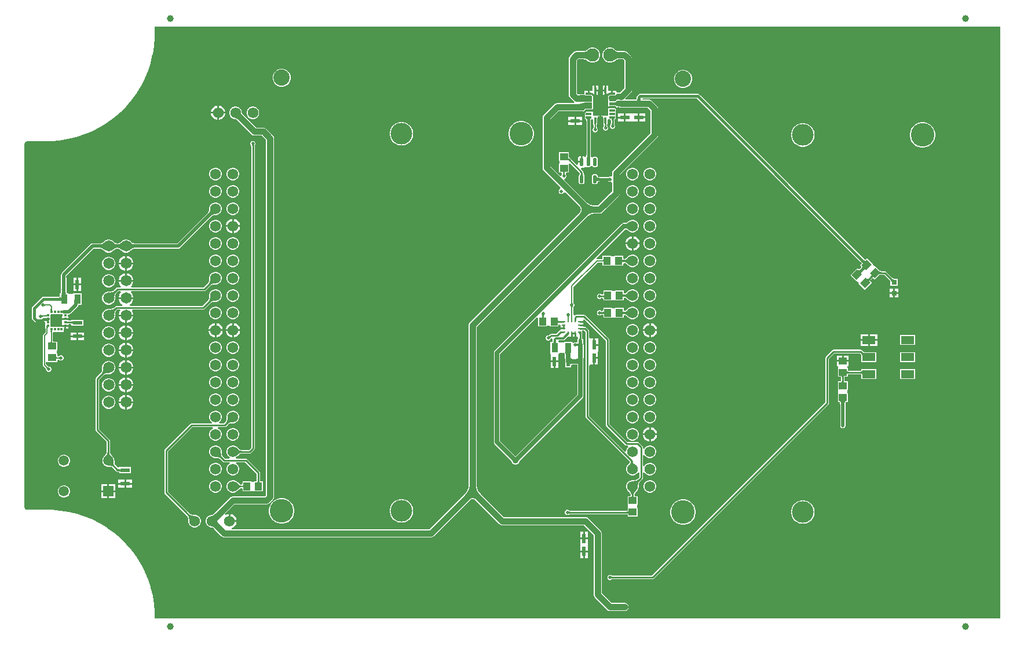
<source format=gtl>
G04*
G04 #@! TF.GenerationSoftware,Altium Limited,Altium Designer,25.8.1 (18)*
G04*
G04 Layer_Physical_Order=1*
G04 Layer_Color=255*
%FSLAX25Y25*%
%MOIN*%
G70*
G04*
G04 #@! TF.SameCoordinates,E1838567-EF02-44A7-8A02-23B903FEE0B8*
G04*
G04*
G04 #@! TF.FilePolarity,Positive*
G04*
G01*
G75*
%ADD11C,0.02000*%
%ADD16C,0.01000*%
%ADD22R,0.03762X0.05709*%
%ADD23R,0.01200X0.01800*%
%ADD24R,0.01800X0.01200*%
%ADD25R,0.02441X0.05787*%
%ADD26R,0.04000X0.04700*%
G04:AMPARAMS|DCode=27|XSize=47.64mil|YSize=23.23mil|CornerRadius=5.81mil|HoleSize=0mil|Usage=FLASHONLY|Rotation=270.000|XOffset=0mil|YOffset=0mil|HoleType=Round|Shape=RoundedRectangle|*
%AMROUNDEDRECTD27*
21,1,0.04764,0.01161,0,0,270.0*
21,1,0.03602,0.02323,0,0,270.0*
1,1,0.01161,-0.00581,-0.01801*
1,1,0.01161,-0.00581,0.01801*
1,1,0.01161,0.00581,0.01801*
1,1,0.01161,0.00581,-0.01801*
%
%ADD27ROUNDEDRECTD27*%
%ADD28R,0.04700X0.04000*%
%ADD29C,0.03937*%
%ADD30R,0.07700X0.04700*%
%ADD31R,0.03150X0.03150*%
%ADD32R,0.01200X0.03200*%
%ADD33R,0.03200X0.01200*%
%ADD34R,0.05787X0.02441*%
G04:AMPARAMS|DCode=35|XSize=40mil|YSize=47mil|CornerRadius=0mil|HoleSize=0mil|Usage=FLASHONLY|Rotation=315.000|XOffset=0mil|YOffset=0mil|HoleType=Round|Shape=Rectangle|*
%AMROTATEDRECTD35*
4,1,4,-0.03076,-0.00248,0.00248,0.03076,0.03076,0.00248,-0.00248,-0.03076,-0.03076,-0.00248,0.0*
%
%ADD35ROTATEDRECTD35*%

%ADD42R,0.08500X0.12400*%
%ADD45C,0.06200*%
%ADD53C,0.13000*%
%ADD54C,0.26000*%
%ADD55R,0.01870X0.00984*%
%ADD56R,0.00984X0.01870*%
%ADD57C,0.03500*%
%ADD58C,0.03600*%
%ADD59C,0.01200*%
%ADD60C,0.01500*%
%ADD61C,0.00800*%
%ADD62C,0.02500*%
%ADD63C,0.01300*%
%ADD64C,0.06496*%
%ADD65C,0.13583*%
%ADD66C,0.09409*%
%ADD67C,0.12480*%
%ADD68C,0.05937*%
%ADD69R,0.05937X0.05937*%
%ADD70C,0.07677*%
%ADD71C,0.02000*%
%ADD72C,0.03500*%
%ADD73C,0.18000*%
G36*
X665493Y59547D02*
X179007D01*
Y60594D01*
X179003Y60614D01*
X179007Y60634D01*
X178961Y62970D01*
X178948Y63028D01*
X178955Y63088D01*
X178588Y67745D01*
X178567Y67822D01*
X178570Y67902D01*
X177839Y72516D01*
X177811Y72591D01*
X177808Y72671D01*
X176718Y77214D01*
X176684Y77286D01*
X176675Y77365D01*
X175231Y81809D01*
X175192Y81878D01*
X175177Y81956D01*
X173389Y86273D01*
X173344Y86339D01*
X173323Y86416D01*
X171202Y90579D01*
X171152Y90641D01*
X171125Y90716D01*
X168684Y94700D01*
X168630Y94758D01*
X168596Y94831D01*
X165850Y98610D01*
X165791Y98664D01*
X165752Y98734D01*
X162718Y102287D01*
X162656Y102336D01*
X162611Y102402D01*
X159308Y105706D01*
X159241Y105750D01*
X159192Y105813D01*
X155640Y108847D01*
X155570Y108886D01*
X155516Y108944D01*
X151736Y111691D01*
X151664Y111724D01*
X151605Y111778D01*
X147622Y114219D01*
X147547Y114247D01*
X147484Y114296D01*
X143321Y116417D01*
X143245Y116439D01*
X143178Y116483D01*
X138862Y118271D01*
X138784Y118287D01*
X138714Y118326D01*
X134271Y119769D01*
X134192Y119779D01*
X134119Y119812D01*
X129576Y120903D01*
X129497Y120906D01*
X129422Y120933D01*
X124807Y121664D01*
X124728Y121661D01*
X124651Y121683D01*
X119993Y122049D01*
X119934Y122042D01*
X119875Y122055D01*
X117539Y122101D01*
X117520Y122098D01*
X117500Y122101D01*
X106000D01*
X105804D01*
X105419Y122178D01*
X105056Y122328D01*
X104729Y122546D01*
X104452Y122824D01*
X104234Y123151D01*
X104084Y123513D01*
X104007Y123898D01*
Y124094D01*
X104007Y332594D01*
Y332791D01*
X104084Y333176D01*
X104234Y333539D01*
X104452Y333865D01*
X104729Y334142D01*
X105056Y334361D01*
X105419Y334511D01*
X105804Y334588D01*
X117000D01*
X117020Y334591D01*
X117039Y334588D01*
X119395Y334634D01*
X119454Y334647D01*
X119513Y334640D01*
X124210Y335010D01*
X124286Y335031D01*
X124366Y335028D01*
X129019Y335765D01*
X129094Y335793D01*
X129174Y335796D01*
X133755Y336896D01*
X133827Y336929D01*
X133907Y336938D01*
X138387Y338394D01*
X138457Y338433D01*
X138535Y338449D01*
X142888Y340252D01*
X142954Y340296D01*
X143031Y340318D01*
X147228Y342456D01*
X147291Y342506D01*
X147366Y342533D01*
X151383Y344995D01*
X151442Y345049D01*
X151514Y345083D01*
X155325Y347852D01*
X155379Y347910D01*
X155449Y347949D01*
X159031Y351009D01*
X159081Y351072D01*
X159147Y351116D01*
X162478Y354447D01*
X162523Y354514D01*
X162585Y354563D01*
X165645Y358145D01*
X165684Y358215D01*
X165743Y358269D01*
X168512Y362081D01*
X168545Y362153D01*
X168599Y362212D01*
X171061Y366229D01*
X171089Y366303D01*
X171138Y366366D01*
X173277Y370564D01*
X173299Y370640D01*
X173343Y370707D01*
X175146Y375059D01*
X175161Y375138D01*
X175200Y375207D01*
X176656Y379688D01*
X176665Y379767D01*
X176699Y379839D01*
X177799Y384420D01*
X177802Y384500D01*
X177829Y384575D01*
X178566Y389228D01*
X178563Y389308D01*
X178585Y389385D01*
X178955Y394081D01*
X178947Y394141D01*
X178960Y394199D01*
X179007Y396555D01*
X179003Y396575D01*
X179007Y396595D01*
Y400591D01*
X665493D01*
X665493Y59547D01*
D02*
G37*
%LPC*%
G36*
X441571Y388433D02*
X440429D01*
X439325Y388137D01*
X438336Y387566D01*
X437528Y386758D01*
X436957Y385769D01*
X436661Y384666D01*
Y383523D01*
X436957Y382420D01*
X437528Y381431D01*
X438336Y380623D01*
X439325Y380052D01*
X440429Y379756D01*
X441571D01*
X442675Y380052D01*
X443664Y380623D01*
X444017Y380975D01*
X444106Y381008D01*
X444279Y381166D01*
X444451Y381292D01*
X444646Y381405D01*
X444864Y381506D01*
X445108Y381594D01*
X445378Y381667D01*
X445667Y381724D01*
X446353Y381795D01*
X446603Y381800D01*
X448499D01*
X449206Y381094D01*
Y365124D01*
X446585Y362503D01*
X445112D01*
X445112Y362503D01*
X444800Y363239D01*
Y363616D01*
X442700D01*
Y362016D01*
X441700D01*
Y363616D01*
X440053D01*
Y366376D01*
X438953D01*
Y363776D01*
X438453D01*
Y363276D01*
X437000D01*
Y361326D01*
X436000D01*
Y355126D01*
Y348926D01*
X437000D01*
Y347926D01*
X437353D01*
Y345022D01*
X437334Y344994D01*
X437336Y344919D01*
X437324Y344888D01*
X437353Y344376D01*
X437452Y343981D01*
X437534Y343582D01*
X437533Y343565D01*
X437527Y343505D01*
X437519Y343451D01*
X437507Y343403D01*
X437494Y343361D01*
X437479Y343323D01*
X437461Y343289D01*
X437442Y343258D01*
X437420Y343229D01*
X437380Y343184D01*
X437349Y343096D01*
X437228Y342976D01*
X437000Y342424D01*
Y341828D01*
X437228Y341276D01*
X437650Y340854D01*
X438202Y340626D01*
X438798D01*
X439350Y340854D01*
X439772Y341276D01*
X440000Y341828D01*
Y342424D01*
X439772Y342976D01*
X439608Y343139D01*
X439570Y343235D01*
X439529Y343277D01*
X439508Y343302D01*
X439490Y343330D01*
X439473Y343360D01*
X439458Y343394D01*
X439445Y343433D01*
X439434Y343477D01*
X439426Y343529D01*
X439420Y343587D01*
X439553Y344376D01*
X439582Y344888D01*
X439563Y344933D01*
X439565Y345022D01*
X439553Y345039D01*
Y346563D01*
X440100Y347136D01*
X441395D01*
X441398Y347134D01*
X441406Y347115D01*
X441426Y347043D01*
X441443Y346940D01*
X441454Y346807D01*
X441459Y346634D01*
X441480Y346586D01*
Y344627D01*
X441459Y344581D01*
X441452Y344392D01*
X441445Y344332D01*
X441437Y344277D01*
X441427Y344235D01*
X441418Y344204D01*
X441410Y344186D01*
X441408Y344183D01*
X441395Y344168D01*
X441392Y344158D01*
X441391Y344156D01*
X441390Y344152D01*
X441365Y344081D01*
X441228Y343944D01*
X441000Y343393D01*
Y342796D01*
X441228Y342245D01*
X441650Y341823D01*
X442202Y341595D01*
X442798D01*
X443350Y341823D01*
X443772Y342245D01*
X444000Y342796D01*
Y343393D01*
X443772Y343944D01*
X443635Y344081D01*
X443610Y344152D01*
X443610Y344156D01*
X443608Y344158D01*
X443605Y344168D01*
X443592Y344183D01*
X443590Y344186D01*
X443582Y344204D01*
X443573Y344234D01*
X443563Y344277D01*
X443556Y344325D01*
X443543Y344480D01*
X443541Y344571D01*
X443520Y344620D01*
Y346586D01*
X443541Y346634D01*
X443546Y346807D01*
X443557Y346940D01*
X443574Y347043D01*
X443594Y347115D01*
X443602Y347134D01*
X443605Y347136D01*
X444300D01*
Y349105D01*
Y352542D01*
X444800D01*
Y353554D01*
X445404Y354079D01*
X447425Y353795D01*
X447463Y353805D01*
X447500Y353789D01*
X449000D01*
X449000Y353789D01*
X449026Y353800D01*
X449342D01*
X449500Y353769D01*
X449658Y353800D01*
X462550D01*
X464206Y352144D01*
Y339045D01*
X442878Y317717D01*
X442381Y316972D01*
X442206Y316094D01*
Y314555D01*
X441406Y314050D01*
X441298Y314094D01*
X440702D01*
X440267Y313914D01*
X434946D01*
X434909Y313931D01*
X434641Y313938D01*
X434423Y313957D01*
X434244Y313987D01*
X434108Y314023D01*
X434015Y314062D01*
X433963Y314093D01*
X433944Y314110D01*
X433942Y314114D01*
X433941Y314117D01*
X433933Y314196D01*
X433923Y314215D01*
Y314486D01*
X433839Y314908D01*
X433600Y315265D01*
X433243Y315504D01*
X432821Y315588D01*
X431660D01*
X431238Y315504D01*
X430880Y315265D01*
X430641Y314908D01*
X430558Y314486D01*
Y310884D01*
X430641Y310462D01*
X430880Y310105D01*
X431238Y309866D01*
X431660Y309782D01*
X432821D01*
X433243Y309866D01*
X433600Y310105D01*
X433839Y310462D01*
X433923Y310884D01*
Y311065D01*
X433933Y311083D01*
X433941Y311162D01*
X433942Y311166D01*
X433944Y311169D01*
X433963Y311186D01*
X434015Y311218D01*
X434108Y311256D01*
X434244Y311293D01*
X434423Y311322D01*
X434641Y311342D01*
X434909Y311349D01*
X434946Y311365D01*
X440108D01*
X440150Y311323D01*
X440702Y311094D01*
X441298D01*
X441406Y311139D01*
X442206Y310634D01*
Y305545D01*
X434050Y297389D01*
X432654D01*
X432075Y297409D01*
X431447Y297479D01*
X430840Y297595D01*
X430254Y297756D01*
X429689Y297964D01*
X429142Y298217D01*
X428613Y298517D01*
X428103Y298864D01*
X427609Y299259D01*
X427185Y299654D01*
X414670Y312169D01*
X414724Y312505D01*
X414942Y313028D01*
X415350Y313197D01*
X415772Y313619D01*
X416000Y314170D01*
Y314767D01*
X415772Y315318D01*
X415646Y315444D01*
X415744Y316213D01*
X416030Y316493D01*
X417350D01*
Y321409D01*
X417975Y321916D01*
X423740Y316150D01*
Y316124D01*
X423719Y316077D01*
X423715Y315940D01*
X423704Y315833D01*
X423687Y315737D01*
X423665Y315653D01*
X423638Y315579D01*
X423608Y315515D01*
X423574Y315459D01*
X423536Y315409D01*
X423493Y315364D01*
X423422Y315303D01*
X423412Y315283D01*
X423391Y315275D01*
X423366Y315214D01*
X423161Y314908D01*
X423077Y314486D01*
Y310884D01*
X423161Y310462D01*
X423400Y310105D01*
X423758Y309866D01*
X424179Y309782D01*
X425341D01*
X425762Y309866D01*
X426120Y310105D01*
X426359Y310462D01*
X426442Y310884D01*
Y314486D01*
X426359Y314908D01*
X426154Y315214D01*
X426129Y315275D01*
X426108Y315283D01*
X426097Y315303D01*
X426027Y315364D01*
X425984Y315409D01*
X425946Y315459D01*
X425912Y315515D01*
X425881Y315579D01*
X425855Y315653D01*
X425833Y315737D01*
X425816Y315833D01*
X425805Y315940D01*
X425801Y316077D01*
X425779Y316124D01*
Y316573D01*
X425702Y316963D01*
X425481Y317294D01*
X424420Y318354D01*
X424752Y319154D01*
X425341D01*
X425957Y319277D01*
X426480Y319626D01*
X426499Y319637D01*
X427498Y319748D01*
X427919Y319664D01*
X429081D01*
X429502Y319748D01*
X429860Y319987D01*
X429926Y320085D01*
X429970Y320101D01*
X430771D01*
X430815Y320085D01*
X430880Y319987D01*
X431238Y319748D01*
X431660Y319664D01*
X432821D01*
X433243Y319748D01*
X433600Y319987D01*
X433839Y320344D01*
X433923Y320766D01*
Y324368D01*
X433839Y324790D01*
X433600Y325147D01*
X433243Y325386D01*
X432821Y325470D01*
X431660D01*
X431238Y325386D01*
X430880Y325147D01*
X430084Y325395D01*
X430041Y326282D01*
X430024Y326316D01*
Y346097D01*
X430041Y346134D01*
X430048Y346402D01*
X430067Y346620D01*
X430097Y346798D01*
X430134Y346935D01*
X430160Y347000D01*
X430442Y347047D01*
X430633Y347060D01*
X430989Y347043D01*
X431447Y346563D01*
Y345176D01*
X431447Y345039D01*
X431435Y345022D01*
X431437Y344933D01*
X431418Y344888D01*
X431447Y344376D01*
X431606Y343591D01*
Y342689D01*
X431583Y342638D01*
X431580Y342556D01*
X431574Y342497D01*
X431566Y342446D01*
X431555Y342401D01*
X431542Y342362D01*
X431527Y342328D01*
X431510Y342298D01*
X431492Y342271D01*
X431471Y342245D01*
X431430Y342203D01*
X431392Y342108D01*
X431228Y341944D01*
X431000Y341393D01*
Y340796D01*
X431228Y340245D01*
X431650Y339823D01*
X432202Y339595D01*
X432798D01*
X433350Y339823D01*
X433772Y340245D01*
X434000Y340796D01*
Y341393D01*
X433772Y341944D01*
X433651Y342065D01*
X433620Y342153D01*
X433580Y342198D01*
X433558Y342227D01*
X433539Y342258D01*
X433521Y342292D01*
X433506Y342329D01*
X433493Y342372D01*
X433481Y342420D01*
X433473Y342474D01*
X433467Y342534D01*
X433465Y342616D01*
X433441Y342668D01*
Y344020D01*
X433465Y344072D01*
X433473Y344344D01*
X433475Y344376D01*
X433647Y344376D01*
X433676Y344888D01*
X433664Y344919D01*
X433666Y344994D01*
X433647Y345022D01*
Y347926D01*
X434000D01*
Y348926D01*
X435000D01*
Y355126D01*
Y361326D01*
X434000D01*
Y363276D01*
X432547D01*
Y363776D01*
X432047D01*
Y366376D01*
X430947D01*
Y363616D01*
X429300D01*
Y362016D01*
X428300D01*
Y363616D01*
X426200D01*
Y361682D01*
X423506D01*
X423504Y361681D01*
X423502Y361682D01*
X423313Y361601D01*
X423303Y361597D01*
X422580D01*
X421845Y362332D01*
Y381014D01*
X422580Y381749D01*
X425477D01*
X425686Y381745D01*
X426039Y381720D01*
X426364Y381680D01*
X426661Y381624D01*
X426930Y381554D01*
X427170Y381471D01*
X427384Y381376D01*
X427570Y381270D01*
X427732Y381154D01*
X427895Y381006D01*
X427984Y380975D01*
X428336Y380623D01*
X429325Y380052D01*
X430429Y379756D01*
X431571D01*
X432675Y380052D01*
X433664Y380623D01*
X434472Y381431D01*
X435043Y382420D01*
X435339Y383523D01*
Y384666D01*
X435043Y385769D01*
X434472Y386758D01*
X433664Y387566D01*
X432675Y388137D01*
X431571Y388433D01*
X430429D01*
X429325Y388137D01*
X428336Y387566D01*
X427984Y387214D01*
X427895Y387183D01*
X427732Y387035D01*
X427570Y386919D01*
X427384Y386813D01*
X427170Y386718D01*
X426930Y386635D01*
X426661Y386565D01*
X426371Y386511D01*
X425679Y386444D01*
X425477Y386439D01*
X421609D01*
X420711Y386261D01*
X419951Y385753D01*
X417842Y383644D01*
X417333Y382883D01*
X417155Y381986D01*
Y361361D01*
X417333Y360463D01*
X417842Y359703D01*
X419951Y357594D01*
X420545Y357196D01*
X420387Y356396D01*
X410508D01*
X409630Y356222D01*
X408886Y355725D01*
X402878Y349717D01*
X402381Y348972D01*
X402206Y348095D01*
Y319094D01*
X402381Y318217D01*
X402878Y317472D01*
X412517Y307834D01*
X412293Y306925D01*
X412150Y306866D01*
X411728Y306444D01*
X411500Y305893D01*
Y305296D01*
X411728Y304745D01*
X412150Y304323D01*
X412702Y304095D01*
X413298D01*
X413850Y304323D01*
X414272Y304745D01*
X414331Y304888D01*
X415239Y305111D01*
X423194Y297156D01*
X423571Y296737D01*
X423876Y296302D01*
X424085Y295884D01*
X424205Y295484D01*
X424244Y295094D01*
X424205Y294705D01*
X424085Y294305D01*
X423876Y293887D01*
X423571Y293452D01*
X423194Y293033D01*
X360378Y230217D01*
X359880Y229472D01*
X359706Y228594D01*
Y136749D01*
X359685Y136169D01*
X359615Y135541D01*
X359500Y134934D01*
X359338Y134349D01*
X359131Y133783D01*
X358877Y133236D01*
X358577Y132708D01*
X358230Y132197D01*
X357835Y131704D01*
X357440Y131279D01*
X337050Y110889D01*
X223369D01*
X223264Y111689D01*
X223583Y111774D01*
X224517Y112314D01*
X225281Y113077D01*
X225821Y114012D01*
X226100Y115055D01*
Y115094D01*
X222000D01*
Y115594D01*
X221500D01*
Y119694D01*
X221460D01*
X220417Y119415D01*
X219894Y119113D01*
X219403Y119753D01*
X224928Y125278D01*
X243354D01*
X244232Y125453D01*
X244976Y125950D01*
X247026Y128000D01*
X247523Y128745D01*
X247698Y129623D01*
Y336155D01*
X247523Y337033D01*
X247026Y337777D01*
X243122Y341681D01*
X242378Y342179D01*
X241500Y342353D01*
X237277D01*
X230171Y349459D01*
X229810Y349839D01*
X229479Y350236D01*
X229361Y350400D01*
X229267Y350548D01*
X229201Y350672D01*
X229162Y350766D01*
X229146Y350826D01*
X229139Y350905D01*
X229100Y350978D01*
Y351360D01*
X228855Y352275D01*
X228381Y353096D01*
X227710Y353766D01*
X226890Y354240D01*
X225974Y354486D01*
X225026D01*
X224110Y354240D01*
X223290Y353766D01*
X222619Y353096D01*
X222145Y352275D01*
X221900Y351360D01*
Y350412D01*
X222145Y349496D01*
X222619Y348675D01*
X223290Y348005D01*
X224110Y347531D01*
X225026Y347286D01*
X225408D01*
X225481Y347247D01*
X225559Y347240D01*
X225619Y347224D01*
X225714Y347185D01*
X225838Y347119D01*
X225985Y347025D01*
X226145Y346910D01*
X226774Y346366D01*
X226838Y346304D01*
X234705Y338437D01*
X235449Y337940D01*
X236327Y337765D01*
X240550D01*
X243110Y335205D01*
Y130573D01*
X242404Y129866D01*
X223978D01*
X223100Y129692D01*
X222356Y129194D01*
X213427Y120266D01*
X213047Y119905D01*
X212649Y119574D01*
X212485Y119455D01*
X212338Y119361D01*
X212214Y119296D01*
X212119Y119257D01*
X212060Y119240D01*
X211981Y119233D01*
X211908Y119194D01*
X211526D01*
X210610Y118949D01*
X209790Y118475D01*
X209119Y117805D01*
X208645Y116984D01*
X208400Y116068D01*
Y115120D01*
X208645Y114205D01*
X209119Y113384D01*
X209790Y112714D01*
X210610Y112240D01*
X211526Y111995D01*
X211908D01*
X211981Y111956D01*
X212059Y111949D01*
X212119Y111932D01*
X212214Y111893D01*
X212338Y111828D01*
X212485Y111734D01*
X212645Y111618D01*
X213274Y111075D01*
X213338Y111012D01*
X217378Y106972D01*
X218122Y106475D01*
X219000Y106300D01*
X338000D01*
X338878Y106475D01*
X339622Y106972D01*
X359938Y127289D01*
X360358Y127666D01*
X360793Y127971D01*
X361210Y128179D01*
X361611Y128299D01*
X362000Y128338D01*
X362389Y128299D01*
X362790Y128179D01*
X363207Y127971D01*
X363642Y127666D01*
X364062Y127289D01*
X377378Y113972D01*
X378122Y113475D01*
X379000Y113300D01*
X426050D01*
X431706Y107644D01*
Y105911D01*
X431643Y105595D01*
Y98126D01*
Y73158D01*
X431818Y72280D01*
X432315Y71535D01*
X437878Y65972D01*
X439378Y64472D01*
X440122Y63975D01*
X441000Y63800D01*
X449500D01*
X450378Y63975D01*
X451122Y64472D01*
X451619Y65217D01*
X451794Y66094D01*
X451619Y66972D01*
X451122Y67717D01*
X450378Y68214D01*
X449500Y68389D01*
X441950D01*
X441122Y69217D01*
X436231Y74108D01*
Y98126D01*
Y105341D01*
X436294Y105657D01*
Y108595D01*
X436119Y109472D01*
X435622Y110217D01*
X428622Y117217D01*
X427878Y117714D01*
X427000Y117889D01*
X379950D01*
X366560Y131279D01*
X366165Y131704D01*
X365770Y132197D01*
X365423Y132708D01*
X365123Y133236D01*
X364869Y133783D01*
X364662Y134349D01*
X364500Y134934D01*
X364385Y135541D01*
X364315Y136169D01*
X364294Y136749D01*
Y227644D01*
X427185Y290535D01*
X427609Y290930D01*
X428103Y291325D01*
X428613Y291672D01*
X429142Y291972D01*
X429689Y292225D01*
X430254Y292433D01*
X430840Y292594D01*
X431447Y292710D01*
X432075Y292780D01*
X432654Y292800D01*
X435000D01*
X435878Y292975D01*
X436622Y293472D01*
X446122Y302972D01*
X446619Y303717D01*
X446794Y304594D01*
Y315144D01*
X468122Y336472D01*
X468619Y337217D01*
X468794Y338094D01*
Y353095D01*
X468619Y353972D01*
X468122Y354717D01*
X465122Y357717D01*
X464378Y358214D01*
X463500Y358389D01*
X459669D01*
X459606Y358520D01*
X460109Y359320D01*
X491004D01*
X585358Y264965D01*
X585373Y264927D01*
X585558Y264733D01*
X585698Y264565D01*
X585803Y264418D01*
X585874Y264295D01*
X585913Y264202D01*
X585927Y264144D01*
X585928Y264118D01*
X585927Y264114D01*
X585925Y264111D01*
X585875Y264049D01*
X585860Y263997D01*
X584979Y263116D01*
X585672Y262424D01*
X585687Y262371D01*
X585737Y262309D01*
X585739Y262306D01*
X585740Y262302D01*
X585739Y262277D01*
X585725Y262218D01*
X585686Y262125D01*
X585615Y262002D01*
X585510Y261855D01*
X585370Y261688D01*
X585185Y261493D01*
X585170Y261455D01*
X584921Y261206D01*
X584883Y261191D01*
X584688Y261006D01*
X584521Y260866D01*
X584374Y260761D01*
X584251Y260690D01*
X584158Y260651D01*
X584099Y260637D01*
X584074Y260636D01*
X584070Y260637D01*
X584067Y260639D01*
X584005Y260689D01*
X583952Y260704D01*
X583379Y261278D01*
X579348Y257247D01*
X582884Y253712D01*
X583084Y253912D01*
X584286Y252710D01*
X584086Y252510D01*
X587621Y248974D01*
X591652Y253005D01*
X590547Y254110D01*
X590546Y254113D01*
X590554Y254133D01*
X590591Y254197D01*
X590652Y254282D01*
X590737Y254384D01*
X590857Y254510D01*
X590875Y254559D01*
X591817Y255501D01*
X591866Y255520D01*
X591992Y255639D01*
X592094Y255724D01*
X592179Y255785D01*
X592243Y255822D01*
X592263Y255830D01*
X592266Y255829D01*
X593253Y254843D01*
X595569Y257159D01*
X595591Y257163D01*
X595619Y257201D01*
X595665Y257216D01*
X595748Y257288D01*
X595821Y257336D01*
X595920Y257385D01*
X596044Y257432D01*
X596194Y257476D01*
X596369Y257513D01*
X596563Y257543D01*
X597047Y257580D01*
X597321Y257585D01*
X597370Y257606D01*
X598727D01*
X601819Y254515D01*
X601838Y254466D01*
X601962Y254335D01*
X602062Y254218D01*
X602147Y254104D01*
X602218Y253994D01*
X602276Y253889D01*
X602321Y253789D01*
X602354Y253693D01*
X602378Y253601D01*
X602391Y253512D01*
X602397Y253397D01*
X602425Y253337D01*
Y251201D01*
X606575D01*
Y255350D01*
X604439D01*
X604378Y255379D01*
X604264Y255385D01*
X604175Y255398D01*
X604082Y255421D01*
X603987Y255455D01*
X603886Y255500D01*
X603781Y255557D01*
X603672Y255629D01*
X603558Y255714D01*
X603441Y255814D01*
X603310Y255938D01*
X603261Y255957D01*
X599871Y259347D01*
X599540Y259568D01*
X599150Y259646D01*
X597368D01*
X597320Y259667D01*
X597140Y259672D01*
X596987Y259684D01*
X596846Y259704D01*
X596718Y259731D01*
X596603Y259765D01*
X596500Y259804D01*
X596409Y259848D01*
X596327Y259897D01*
X596255Y259950D01*
X596170Y260027D01*
X596107Y260050D01*
X593748Y262409D01*
X593547Y262209D01*
X592345Y263411D01*
X592545Y263611D01*
X589010Y267147D01*
X588130Y266266D01*
X588077Y266251D01*
X588015Y266201D01*
X588012Y266199D01*
X588008Y266198D01*
X587982Y266199D01*
X587924Y266213D01*
X587831Y266252D01*
X587708Y266323D01*
X587561Y266428D01*
X587394Y266568D01*
X587199Y266753D01*
X587161Y266768D01*
X492433Y361496D01*
X492019Y361772D01*
X491532Y361869D01*
X458379D01*
X457891Y361772D01*
X457478Y361496D01*
X456599Y360617D01*
X456322Y360204D01*
X456225Y359716D01*
Y358886D01*
X456209Y358849D01*
X456202Y358580D01*
X456185Y358389D01*
X450091D01*
X449760Y359189D01*
X453122Y362551D01*
X453619Y363295D01*
X453794Y364173D01*
Y382044D01*
X453619Y382922D01*
X453122Y383666D01*
X451072Y385717D01*
X450328Y386214D01*
X449450Y386389D01*
X446603D01*
X446346Y386395D01*
X445997Y386420D01*
X445674Y386463D01*
X445378Y386522D01*
X445108Y386595D01*
X444864Y386683D01*
X444646Y386784D01*
X444451Y386897D01*
X444279Y387023D01*
X444106Y387181D01*
X444017Y387214D01*
X443664Y387566D01*
X442675Y388137D01*
X441571Y388433D01*
D02*
G37*
G36*
X252768Y376354D02*
X251397D01*
X250074Y376000D01*
X248887Y375314D01*
X247918Y374345D01*
X247233Y373159D01*
X246878Y371835D01*
Y370464D01*
X247233Y369141D01*
X247918Y367954D01*
X248887Y366985D01*
X250074Y366300D01*
X251397Y365945D01*
X252768D01*
X254092Y366300D01*
X255278Y366985D01*
X256247Y367954D01*
X256933Y369141D01*
X257287Y370464D01*
Y371835D01*
X256933Y373159D01*
X256247Y374345D01*
X255278Y375314D01*
X254092Y376000D01*
X252768Y376354D01*
D02*
G37*
G36*
X483768Y375661D02*
X482398D01*
X481074Y375307D01*
X479887Y374622D01*
X478918Y373652D01*
X478233Y372466D01*
X477878Y371142D01*
Y369772D01*
X478233Y368448D01*
X478918Y367261D01*
X479887Y366292D01*
X481074Y365607D01*
X482398Y365252D01*
X483768D01*
X485092Y365607D01*
X486278Y366292D01*
X487248Y367261D01*
X487933Y368448D01*
X488287Y369772D01*
Y371142D01*
X487933Y372466D01*
X487248Y373652D01*
X486278Y374622D01*
X485092Y375307D01*
X483768Y375661D01*
D02*
G37*
G36*
X437953Y366376D02*
X436853D01*
Y364276D01*
X437953D01*
Y366376D01*
D02*
G37*
G36*
X434147D02*
X433047D01*
Y364276D01*
X434147D01*
Y366376D01*
D02*
G37*
G36*
X216040Y354986D02*
X216000D01*
Y351386D01*
X219600D01*
Y351426D01*
X219321Y352468D01*
X218781Y353403D01*
X218018Y354167D01*
X217083Y354706D01*
X216040Y354986D01*
D02*
G37*
G36*
X215000D02*
X214960D01*
X213917Y354706D01*
X212983Y354167D01*
X212219Y353403D01*
X211679Y352468D01*
X211400Y351426D01*
Y351386D01*
X215000D01*
Y354986D01*
D02*
G37*
G36*
X458000Y350472D02*
Y348752D01*
X461394D01*
Y350472D01*
X458000D01*
D02*
G37*
G36*
X449000Y350409D02*
X445606D01*
Y348689D01*
X449000D01*
Y350409D01*
D02*
G37*
G36*
X235974Y354486D02*
X235026D01*
X234110Y354240D01*
X233290Y353766D01*
X232619Y353096D01*
X232145Y352275D01*
X231900Y351360D01*
Y350412D01*
X232145Y349496D01*
X232619Y348675D01*
X233290Y348005D01*
X234110Y347531D01*
X235026Y347286D01*
X235974D01*
X236890Y347531D01*
X237710Y348005D01*
X238381Y348675D01*
X238855Y349496D01*
X239100Y350412D01*
Y351360D01*
X238855Y352275D01*
X238381Y353096D01*
X237710Y353766D01*
X236890Y354240D01*
X235974Y354486D01*
D02*
G37*
G36*
X219600Y350386D02*
X216000D01*
Y346786D01*
X216040D01*
X217083Y347065D01*
X218018Y347605D01*
X218781Y348368D01*
X219321Y349303D01*
X219600Y350346D01*
Y350386D01*
D02*
G37*
G36*
X215000D02*
X211400D01*
Y350346D01*
X211679Y349303D01*
X212219Y348368D01*
X212983Y347605D01*
X213917Y347065D01*
X214960Y346786D01*
X215000D01*
Y350386D01*
D02*
G37*
G36*
X461394Y347752D02*
X458000D01*
Y346031D01*
X461394D01*
Y347752D01*
D02*
G37*
G36*
X449000Y347689D02*
X445606D01*
Y345969D01*
X449000D01*
Y347689D01*
D02*
G37*
G36*
X453606Y350472D02*
X452832Y350409D01*
X450000D01*
Y348189D01*
Y345969D01*
X452832D01*
X453394Y345969D01*
X454168Y346031D01*
X457000D01*
Y348252D01*
Y350472D01*
X454168D01*
X453622Y350472D01*
X453606D01*
D02*
G37*
G36*
X321664Y345528D02*
X320336D01*
X319034Y345269D01*
X317807Y344760D01*
X316703Y344023D01*
X315765Y343084D01*
X315027Y341980D01*
X314519Y340753D01*
X314260Y339451D01*
Y338123D01*
X314519Y336821D01*
X315027Y335595D01*
X315765Y334491D01*
X316703Y333552D01*
X317807Y332814D01*
X319034Y332306D01*
X320336Y332047D01*
X321664D01*
X322966Y332306D01*
X324193Y332814D01*
X325297Y333552D01*
X326235Y334491D01*
X326973Y335595D01*
X327481Y336821D01*
X327740Y338123D01*
Y339451D01*
X327481Y340753D01*
X326973Y341980D01*
X326235Y343084D01*
X325297Y344023D01*
X324193Y344760D01*
X322966Y345269D01*
X321664Y345528D01*
D02*
G37*
G36*
X390635Y346079D02*
X389199D01*
X387790Y345798D01*
X386464Y345249D01*
X385269Y344451D01*
X384254Y343435D01*
X383456Y342241D01*
X382906Y340914D01*
X382626Y339506D01*
Y338069D01*
X382906Y336661D01*
X383456Y335334D01*
X384254Y334139D01*
X385269Y333124D01*
X386464Y332326D01*
X387790Y331776D01*
X389199Y331496D01*
X390635D01*
X392044Y331776D01*
X393371Y332326D01*
X394565Y333124D01*
X395581Y334139D01*
X396379Y335334D01*
X396929Y336661D01*
X397209Y338069D01*
Y339506D01*
X396929Y340914D01*
X396379Y342241D01*
X395581Y343435D01*
X394565Y344451D01*
X393371Y345249D01*
X392044Y345798D01*
X390635Y346079D01*
D02*
G37*
G36*
X552664Y344835D02*
X551336D01*
X550034Y344576D01*
X548807Y344068D01*
X547703Y343330D01*
X546765Y342391D01*
X546027Y341287D01*
X545519Y340060D01*
X545260Y338758D01*
Y337431D01*
X545519Y336128D01*
X546027Y334902D01*
X546765Y333798D01*
X547703Y332859D01*
X548807Y332121D01*
X550034Y331613D01*
X551336Y331354D01*
X552664D01*
X553966Y331613D01*
X555193Y332121D01*
X556297Y332859D01*
X557235Y333798D01*
X557973Y334902D01*
X558481Y336128D01*
X558740Y337431D01*
Y338758D01*
X558481Y340060D01*
X557973Y341287D01*
X557235Y342391D01*
X556297Y343330D01*
X555193Y344068D01*
X553966Y344576D01*
X552664Y344835D01*
D02*
G37*
G36*
X621635Y345386D02*
X620199D01*
X618790Y345106D01*
X617464Y344556D01*
X616269Y343758D01*
X615254Y342742D01*
X614456Y341548D01*
X613906Y340221D01*
X613626Y338813D01*
Y337376D01*
X613906Y335968D01*
X614456Y334641D01*
X615254Y333447D01*
X616269Y332431D01*
X617464Y331633D01*
X618790Y331083D01*
X620199Y330803D01*
X621635D01*
X623044Y331083D01*
X624371Y331633D01*
X625565Y332431D01*
X626581Y333447D01*
X627379Y334641D01*
X627928Y335968D01*
X628209Y337376D01*
Y338813D01*
X627928Y340221D01*
X627379Y341548D01*
X626581Y342742D01*
X625565Y343758D01*
X624371Y344556D01*
X623044Y345106D01*
X621635Y345386D01*
D02*
G37*
G36*
X464474Y319195D02*
X463526D01*
X462610Y318949D01*
X461790Y318475D01*
X461119Y317805D01*
X460645Y316984D01*
X460400Y316068D01*
Y315121D01*
X460645Y314205D01*
X461119Y313384D01*
X461790Y312714D01*
X462610Y312240D01*
X463526Y311995D01*
X464474D01*
X465389Y312240D01*
X466211Y312714D01*
X466881Y313384D01*
X467355Y314205D01*
X467600Y315121D01*
Y316068D01*
X467355Y316984D01*
X466881Y317805D01*
X466211Y318475D01*
X465389Y318949D01*
X464474Y319195D01*
D02*
G37*
G36*
X454474D02*
X453526D01*
X452610Y318949D01*
X451790Y318475D01*
X451119Y317805D01*
X450645Y316984D01*
X450400Y316068D01*
Y315121D01*
X450645Y314205D01*
X451119Y313384D01*
X451790Y312714D01*
X452610Y312240D01*
X453526Y311995D01*
X454474D01*
X455389Y312240D01*
X456211Y312714D01*
X456881Y313384D01*
X457355Y314205D01*
X457600Y315121D01*
Y316068D01*
X457355Y316984D01*
X456881Y317805D01*
X456211Y318475D01*
X455389Y318949D01*
X454474Y319195D01*
D02*
G37*
G36*
X224474D02*
X223526D01*
X222610Y318949D01*
X221790Y318475D01*
X221119Y317805D01*
X220645Y316984D01*
X220400Y316068D01*
Y315121D01*
X220645Y314205D01*
X221119Y313384D01*
X221790Y312714D01*
X222610Y312240D01*
X223526Y311995D01*
X224474D01*
X225390Y312240D01*
X226210Y312714D01*
X226881Y313384D01*
X227355Y314205D01*
X227600Y315121D01*
Y316068D01*
X227355Y316984D01*
X226881Y317805D01*
X226210Y318475D01*
X225390Y318949D01*
X224474Y319195D01*
D02*
G37*
G36*
X214474D02*
X213526D01*
X212610Y318949D01*
X211790Y318475D01*
X211119Y317805D01*
X210645Y316984D01*
X210400Y316068D01*
Y315121D01*
X210645Y314205D01*
X211119Y313384D01*
X211790Y312714D01*
X212610Y312240D01*
X213526Y311995D01*
X214474D01*
X215390Y312240D01*
X216210Y312714D01*
X216881Y313384D01*
X217355Y314205D01*
X217600Y315121D01*
Y316068D01*
X217355Y316984D01*
X216881Y317805D01*
X216210Y318475D01*
X215390Y318949D01*
X214474Y319195D01*
D02*
G37*
G36*
X464474Y309194D02*
X463526D01*
X462610Y308949D01*
X461790Y308475D01*
X461119Y307805D01*
X460645Y306984D01*
X460400Y306068D01*
Y305120D01*
X460645Y304205D01*
X461119Y303384D01*
X461790Y302714D01*
X462610Y302240D01*
X463526Y301994D01*
X464474D01*
X465389Y302240D01*
X466211Y302714D01*
X466881Y303384D01*
X467355Y304205D01*
X467600Y305120D01*
Y306068D01*
X467355Y306984D01*
X466881Y307805D01*
X466211Y308475D01*
X465389Y308949D01*
X464474Y309194D01*
D02*
G37*
G36*
X454474D02*
X453526D01*
X452610Y308949D01*
X451790Y308475D01*
X451119Y307805D01*
X450645Y306984D01*
X450400Y306068D01*
Y305120D01*
X450645Y304205D01*
X451119Y303384D01*
X451790Y302714D01*
X452610Y302240D01*
X453526Y301994D01*
X454474D01*
X455389Y302240D01*
X456211Y302714D01*
X456881Y303384D01*
X457355Y304205D01*
X457600Y305120D01*
Y306068D01*
X457355Y306984D01*
X456881Y307805D01*
X456211Y308475D01*
X455389Y308949D01*
X454474Y309194D01*
D02*
G37*
G36*
X224474D02*
X223526D01*
X222610Y308949D01*
X221790Y308475D01*
X221119Y307805D01*
X220645Y306984D01*
X220400Y306068D01*
Y305120D01*
X220645Y304205D01*
X221119Y303384D01*
X221790Y302714D01*
X222610Y302240D01*
X223526Y301994D01*
X224474D01*
X225390Y302240D01*
X226210Y302714D01*
X226881Y303384D01*
X227355Y304205D01*
X227600Y305120D01*
Y306068D01*
X227355Y306984D01*
X226881Y307805D01*
X226210Y308475D01*
X225390Y308949D01*
X224474Y309194D01*
D02*
G37*
G36*
X214474D02*
X213526D01*
X212610Y308949D01*
X211790Y308475D01*
X211119Y307805D01*
X210645Y306984D01*
X210400Y306068D01*
Y305120D01*
X210645Y304205D01*
X211119Y303384D01*
X211790Y302714D01*
X212610Y302240D01*
X213526Y301994D01*
X214474D01*
X215390Y302240D01*
X216210Y302714D01*
X216881Y303384D01*
X217355Y304205D01*
X217600Y305120D01*
Y306068D01*
X217355Y306984D01*
X216881Y307805D01*
X216210Y308475D01*
X215390Y308949D01*
X214474Y309194D01*
D02*
G37*
G36*
X464474Y299195D02*
X463526D01*
X462610Y298949D01*
X461790Y298475D01*
X461119Y297805D01*
X460645Y296984D01*
X460400Y296068D01*
Y295121D01*
X460645Y294205D01*
X461119Y293384D01*
X461790Y292714D01*
X462610Y292240D01*
X463526Y291995D01*
X464474D01*
X465389Y292240D01*
X466211Y292714D01*
X466881Y293384D01*
X467355Y294205D01*
X467600Y295121D01*
Y296068D01*
X467355Y296984D01*
X466881Y297805D01*
X466211Y298475D01*
X465389Y298949D01*
X464474Y299195D01*
D02*
G37*
G36*
X454474D02*
X453526D01*
X452610Y298949D01*
X451790Y298475D01*
X451119Y297805D01*
X450645Y296984D01*
X450400Y296068D01*
Y295121D01*
X450645Y294205D01*
X451119Y293384D01*
X451790Y292714D01*
X452610Y292240D01*
X453526Y291995D01*
X454474D01*
X455389Y292240D01*
X456211Y292714D01*
X456881Y293384D01*
X457355Y294205D01*
X457600Y295121D01*
Y296068D01*
X457355Y296984D01*
X456881Y297805D01*
X456211Y298475D01*
X455389Y298949D01*
X454474Y299195D01*
D02*
G37*
G36*
X224474D02*
X223526D01*
X222610Y298949D01*
X221790Y298475D01*
X221119Y297805D01*
X220645Y296984D01*
X220400Y296068D01*
Y295121D01*
X220645Y294205D01*
X221119Y293384D01*
X221790Y292714D01*
X222610Y292240D01*
X223526Y291995D01*
X224474D01*
X225390Y292240D01*
X226210Y292714D01*
X226881Y293384D01*
X227355Y294205D01*
X227600Y295121D01*
Y296068D01*
X227355Y296984D01*
X226881Y297805D01*
X226210Y298475D01*
X225390Y298949D01*
X224474Y299195D01*
D02*
G37*
G36*
X224540Y289694D02*
X224500D01*
Y286094D01*
X228100D01*
Y286134D01*
X227821Y287177D01*
X227281Y288112D01*
X226518Y288875D01*
X225583Y289415D01*
X224540Y289694D01*
D02*
G37*
G36*
X223500D02*
X223460D01*
X222417Y289415D01*
X221482Y288875D01*
X220719Y288112D01*
X220179Y287177D01*
X219900Y286134D01*
Y286094D01*
X223500D01*
Y289694D01*
D02*
G37*
G36*
X464474Y289194D02*
X463526D01*
X462610Y288949D01*
X461790Y288475D01*
X461119Y287805D01*
X460645Y286984D01*
X460400Y286068D01*
Y285121D01*
X460645Y284205D01*
X461119Y283384D01*
X461790Y282714D01*
X462610Y282240D01*
X463526Y281995D01*
X464474D01*
X465389Y282240D01*
X466211Y282714D01*
X466881Y283384D01*
X467355Y284205D01*
X467600Y285121D01*
Y286068D01*
X467355Y286984D01*
X466881Y287805D01*
X466211Y288475D01*
X465389Y288949D01*
X464474Y289194D01*
D02*
G37*
G36*
X454474D02*
X453526D01*
X452610Y288949D01*
X451790Y288475D01*
X451418Y288104D01*
X451328Y288067D01*
X451187Y287928D01*
X451053Y287821D01*
X450902Y287725D01*
X450734Y287640D01*
X450547Y287565D01*
X450340Y287503D01*
X450112Y287453D01*
X449863Y287416D01*
X449593Y287393D01*
X449289Y287386D01*
X449274Y287379D01*
X449111D01*
X448428Y287243D01*
X447849Y286856D01*
X447849Y286856D01*
X374738Y213745D01*
X374352Y213166D01*
X374216Y212484D01*
Y161094D01*
X374352Y160412D01*
X374738Y159833D01*
X384400Y150171D01*
Y149997D01*
X384742Y149170D01*
X385375Y148537D01*
X386202Y148195D01*
X387098D01*
X387925Y148537D01*
X388558Y149170D01*
X388900Y149997D01*
Y150171D01*
X425262Y186533D01*
X425262Y186533D01*
X425648Y187112D01*
X425784Y187794D01*
X425784Y187794D01*
Y209372D01*
X425847Y209689D01*
Y217126D01*
X425783Y217447D01*
Y220520D01*
X424925D01*
X424922Y220521D01*
X424914Y220541D01*
X424894Y220613D01*
X424877Y220716D01*
X424865Y220849D01*
X424861Y221022D01*
X424839Y221070D01*
Y223041D01*
X424861Y223090D01*
X424868Y223434D01*
X424880Y223589D01*
X425012Y223589D01*
X425041Y224101D01*
X425018Y224156D01*
X425019Y224253D01*
X425012Y224262D01*
Y225530D01*
X426123D01*
X426980Y224672D01*
Y175796D01*
X427058Y175406D01*
X427279Y175075D01*
X452525Y149830D01*
X452523Y149817D01*
X452476Y149630D01*
X452409Y149443D01*
X452322Y149254D01*
X452213Y149063D01*
X452081Y148870D01*
X451926Y148676D01*
X451747Y148479D01*
X451532Y148272D01*
X451516Y148234D01*
X451480Y148213D01*
X451462Y148148D01*
X451119Y147805D01*
X450645Y146984D01*
X450400Y146068D01*
Y145121D01*
X450645Y144205D01*
X451119Y143384D01*
X451790Y142714D01*
X452610Y142240D01*
X453526Y141995D01*
X454474D01*
X455389Y142240D01*
X456211Y142714D01*
X456881Y143384D01*
X457180Y143903D01*
X457980Y143689D01*
Y141017D01*
X456815Y139851D01*
X456773Y139837D01*
X456634Y139718D01*
X456494Y139628D01*
X456317Y139542D01*
X456101Y139462D01*
X455848Y139392D01*
X455557Y139334D01*
X455236Y139289D01*
X454463Y139239D01*
X454027Y139235D01*
X453930Y139195D01*
X453526D01*
X452610Y138949D01*
X451790Y138475D01*
X451119Y137805D01*
X450645Y136984D01*
X450400Y136068D01*
Y135120D01*
X450645Y134205D01*
X451119Y133384D01*
X451405Y133098D01*
X451445Y133001D01*
X451751Y132690D01*
X452262Y132108D01*
X452457Y131849D01*
X452621Y131602D01*
X452751Y131374D01*
X452847Y131165D01*
X452911Y130979D01*
X452947Y130816D01*
X452954Y130720D01*
X452857Y130435D01*
X452603Y129945D01*
X451150D01*
Y124944D01*
X451434D01*
Y123245D01*
X451150D01*
Y121699D01*
X451148Y121696D01*
X451128Y121688D01*
X451057Y121669D01*
X450954Y121652D01*
X450821Y121640D01*
X450648Y121635D01*
X450600Y121614D01*
X418033D01*
X417987Y121635D01*
X417797Y121643D01*
X417737Y121649D01*
X417683Y121658D01*
X417640Y121668D01*
X417610Y121677D01*
X417592Y121684D01*
X417588Y121686D01*
X417573Y121699D01*
X417563Y121703D01*
X417561Y121704D01*
X417557Y121705D01*
X417486Y121729D01*
X417350Y121866D01*
X416798Y122095D01*
X416202D01*
X415650Y121866D01*
X415228Y121444D01*
X415000Y120893D01*
Y120296D01*
X415228Y119745D01*
X415650Y119323D01*
X416202Y119095D01*
X416798D01*
X417350Y119323D01*
X417486Y119460D01*
X417557Y119484D01*
X417561Y119485D01*
X417563Y119486D01*
X417573Y119490D01*
X417588Y119503D01*
X417592Y119505D01*
X417610Y119512D01*
X417640Y119521D01*
X417683Y119531D01*
X417731Y119539D01*
X417886Y119552D01*
X417976Y119553D01*
X418025Y119575D01*
X450600D01*
X450648Y119553D01*
X450821Y119549D01*
X450954Y119537D01*
X451057Y119520D01*
X451128Y119501D01*
X451148Y119493D01*
X451150Y119490D01*
Y118245D01*
X456850D01*
Y123245D01*
X456566D01*
Y124944D01*
X456850D01*
Y129945D01*
X455397D01*
X455143Y130435D01*
X455046Y130720D01*
X455054Y130816D01*
X455089Y130979D01*
X455153Y131165D01*
X455249Y131374D01*
X455379Y131602D01*
X455543Y131849D01*
X455738Y132108D01*
X456249Y132690D01*
X456555Y133001D01*
X456595Y133098D01*
X456881Y133384D01*
X457355Y134205D01*
X457600Y135120D01*
Y135525D01*
X457641Y135622D01*
X457644Y136058D01*
X457695Y136831D01*
X457739Y137152D01*
X457798Y137443D01*
X457868Y137696D01*
X457947Y137911D01*
X458034Y138088D01*
X458124Y138228D01*
X458243Y138367D01*
X458256Y138409D01*
X459721Y139874D01*
X459942Y140204D01*
X460020Y140594D01*
Y143689D01*
X460820Y143903D01*
X461119Y143384D01*
X461790Y142714D01*
X462610Y142240D01*
X463526Y141995D01*
X464474D01*
X465389Y142240D01*
X466211Y142714D01*
X466881Y143384D01*
X467355Y144205D01*
X467600Y145121D01*
Y146068D01*
X467355Y146984D01*
X466881Y147805D01*
X466211Y148475D01*
X465389Y148949D01*
X464474Y149195D01*
X463526D01*
X462610Y148949D01*
X461790Y148475D01*
X461119Y147805D01*
X460820Y147286D01*
X460020Y147500D01*
Y153689D01*
X460820Y153903D01*
X461119Y153384D01*
X461790Y152714D01*
X462610Y152240D01*
X463526Y151995D01*
X464474D01*
X465389Y152240D01*
X466211Y152714D01*
X466881Y153384D01*
X467355Y154205D01*
X467600Y155121D01*
Y156068D01*
X467355Y156984D01*
X466881Y157805D01*
X466211Y158475D01*
X465389Y158949D01*
X464474Y159195D01*
X463526D01*
X462610Y158949D01*
X461790Y158475D01*
X461119Y157805D01*
X460820Y157286D01*
X460020Y157500D01*
Y158095D01*
X459942Y158485D01*
X459721Y158815D01*
X457721Y160815D01*
X457390Y161037D01*
X457000Y161114D01*
X450922D01*
X440533Y171503D01*
Y220081D01*
X440456Y220471D01*
X440235Y220802D01*
X426753Y234284D01*
X426422Y234505D01*
X426031Y234583D01*
X421554D01*
X421164Y234505D01*
X420833Y234284D01*
X420718Y234168D01*
X419918Y234500D01*
Y238510D01*
X419941Y238562D01*
X419943Y238644D01*
X419949Y238703D01*
X419958Y238756D01*
X419969Y238802D01*
X419982Y238843D01*
X419997Y238879D01*
X420014Y238911D01*
X420033Y238940D01*
X420055Y238967D01*
X420095Y239011D01*
X420130Y239103D01*
X420272Y239245D01*
X420500Y239796D01*
Y240393D01*
X420272Y240944D01*
X420130Y241086D01*
X420095Y241178D01*
X420055Y241222D01*
X420033Y241249D01*
X420014Y241278D01*
X419997Y241310D01*
X419982Y241346D01*
X419969Y241387D01*
X419958Y241433D01*
X419949Y241486D01*
X419943Y241545D01*
X419941Y241627D01*
X419918Y241679D01*
Y250674D01*
X433921Y264677D01*
X436445D01*
X436498Y264653D01*
X436633Y264650D01*
X436732Y264641D01*
X436800Y264630D01*
Y262744D01*
X441800D01*
Y263028D01*
X443500D01*
Y262744D01*
X448500D01*
Y264000D01*
X449176Y264507D01*
X449284Y264527D01*
X449385Y264506D01*
X449571Y264441D01*
X449779Y264345D01*
X450008Y264216D01*
X450254Y264052D01*
X450513Y263856D01*
X451096Y263345D01*
X451406Y263039D01*
X451504Y263000D01*
X451790Y262714D01*
X452610Y262240D01*
X453526Y261995D01*
X454474D01*
X455389Y262240D01*
X456211Y262714D01*
X456881Y263384D01*
X457355Y264205D01*
X457600Y265121D01*
Y266068D01*
X457355Y266984D01*
X456881Y267805D01*
X456211Y268475D01*
X455389Y268949D01*
X454474Y269195D01*
X453526D01*
X452610Y268949D01*
X451790Y268475D01*
X451504Y268190D01*
X451406Y268150D01*
X451096Y267844D01*
X450513Y267333D01*
X450254Y267137D01*
X450008Y266973D01*
X449779Y266844D01*
X449571Y266748D01*
X449385Y266683D01*
X449284Y266662D01*
X449176Y266682D01*
X448500Y267189D01*
Y268444D01*
X443500D01*
Y268161D01*
X441800D01*
Y268444D01*
X436800D01*
Y266559D01*
X436732Y266548D01*
X436633Y266539D01*
X436498Y266535D01*
X436445Y266512D01*
X433683D01*
X433445Y266854D01*
X433325Y267285D01*
X449817Y283777D01*
X449863Y283773D01*
X450112Y283736D01*
X450340Y283686D01*
X450547Y283624D01*
X450734Y283549D01*
X450902Y283464D01*
X451053Y283368D01*
X451187Y283261D01*
X451328Y283122D01*
X451418Y283085D01*
X451790Y282714D01*
X452610Y282240D01*
X453526Y281995D01*
X454474D01*
X455389Y282240D01*
X456211Y282714D01*
X456881Y283384D01*
X457355Y284205D01*
X457600Y285121D01*
Y286068D01*
X457355Y286984D01*
X456881Y287805D01*
X456211Y288475D01*
X455389Y288949D01*
X454474Y289194D01*
D02*
G37*
G36*
X214474D02*
X213526D01*
X212610Y288949D01*
X211790Y288475D01*
X211119Y287805D01*
X210645Y286984D01*
X210400Y286068D01*
Y285121D01*
X210645Y284205D01*
X211119Y283384D01*
X211790Y282714D01*
X212610Y282240D01*
X213526Y281995D01*
X214474D01*
X215390Y282240D01*
X216210Y282714D01*
X216881Y283384D01*
X217355Y284205D01*
X217600Y285121D01*
Y286068D01*
X217355Y286984D01*
X216881Y287805D01*
X216210Y288475D01*
X215390Y288949D01*
X214474Y289194D01*
D02*
G37*
G36*
X228100Y285094D02*
X224500D01*
Y281494D01*
X224540D01*
X225583Y281774D01*
X226518Y282314D01*
X227281Y283077D01*
X227821Y284012D01*
X228100Y285055D01*
Y285094D01*
D02*
G37*
G36*
X223500D02*
X219900D01*
Y285055D01*
X220179Y284012D01*
X220719Y283077D01*
X221482Y282314D01*
X222417Y281774D01*
X223460Y281494D01*
X223500D01*
Y285094D01*
D02*
G37*
G36*
X454540Y279695D02*
X454500D01*
Y276095D01*
X458100D01*
Y276134D01*
X457821Y277177D01*
X457281Y278112D01*
X456518Y278875D01*
X455583Y279415D01*
X454540Y279695D01*
D02*
G37*
G36*
X453500D02*
X453460D01*
X452418Y279415D01*
X451482Y278875D01*
X450719Y278112D01*
X450179Y277177D01*
X449900Y276134D01*
Y276095D01*
X453500D01*
Y279695D01*
D02*
G37*
G36*
X214474Y299195D02*
X213526D01*
X212610Y298949D01*
X211790Y298475D01*
X211119Y297805D01*
X210645Y296984D01*
X210400Y296068D01*
Y295668D01*
X210359Y295575D01*
X210352Y295272D01*
X210328Y295001D01*
X210286Y294744D01*
X210228Y294501D01*
X210152Y294272D01*
X210060Y294055D01*
X209951Y293850D01*
X209825Y293655D01*
X209682Y293470D01*
X209505Y293278D01*
X209495Y293253D01*
X191867Y275624D01*
X167587D01*
X167563Y275635D01*
X167295Y275647D01*
X167055Y275679D01*
X166819Y275732D01*
X166585Y275807D01*
X166353Y275904D01*
X166122Y276023D01*
X165892Y276167D01*
X165663Y276335D01*
X165434Y276528D01*
X165194Y276758D01*
X165100Y276796D01*
X164801Y277094D01*
X163947Y277587D01*
X162993Y277842D01*
X162007D01*
X161053Y277587D01*
X160199Y277094D01*
X159900Y276796D01*
X159806Y276758D01*
X159566Y276528D01*
X159337Y276335D01*
X159108Y276167D01*
X158878Y276023D01*
X158647Y275904D01*
X158415Y275807D01*
X158181Y275732D01*
X157945Y275679D01*
X157705Y275647D01*
X157500Y275638D01*
X157295Y275647D01*
X157055Y275679D01*
X156819Y275732D01*
X156585Y275807D01*
X156353Y275904D01*
X156122Y276023D01*
X155892Y276167D01*
X155663Y276335D01*
X155434Y276528D01*
X155194Y276758D01*
X155099Y276796D01*
X154801Y277094D01*
X153947Y277587D01*
X152993Y277842D01*
X152007D01*
X151053Y277587D01*
X150199Y277094D01*
X149900Y276796D01*
X149805Y276758D01*
X149566Y276528D01*
X149337Y276335D01*
X149108Y276167D01*
X148878Y276023D01*
X148647Y275904D01*
X148415Y275807D01*
X148181Y275732D01*
X147945Y275679D01*
X147705Y275647D01*
X147437Y275635D01*
X147413Y275624D01*
X143213D01*
X142627Y275507D01*
X142131Y275176D01*
X125481Y258526D01*
X125150Y258030D01*
X125034Y257445D01*
Y256887D01*
X125022Y256860D01*
X125003Y255854D01*
X124972Y255403D01*
X124967Y255362D01*
X124843D01*
X124813Y254850D01*
X124843Y254780D01*
Y249375D01*
X124843Y249256D01*
X124839Y249253D01*
X124840Y249151D01*
X124813Y249087D01*
X124843Y248575D01*
X125050D01*
X125063Y248515D01*
X125114Y247787D01*
X125113Y247776D01*
X125080Y247512D01*
X125037Y247298D01*
X124987Y247138D01*
X124940Y247034D01*
X124908Y246988D01*
X124856Y246981D01*
X124856Y246981D01*
X124816Y246957D01*
X124420D01*
X124390Y246445D01*
X124398Y246426D01*
X124396Y246370D01*
X124420Y246329D01*
Y245207D01*
X124393Y245159D01*
X124385Y245080D01*
X124384Y245076D01*
X124382Y245073D01*
X124363Y245056D01*
X124311Y245024D01*
X124218Y244986D01*
X124082Y244949D01*
X123903Y244920D01*
X123686Y244900D01*
X123417Y244893D01*
X123380Y244877D01*
X114826D01*
X114338Y244780D01*
X113925Y244504D01*
X108599Y239178D01*
X108323Y238764D01*
X108226Y238277D01*
Y232670D01*
X108323Y232182D01*
X108599Y231769D01*
X109924Y230443D01*
X110338Y230167D01*
X110826Y230070D01*
X114275D01*
X114763Y230167D01*
X115176Y230443D01*
X115280Y230547D01*
X116080Y230351D01*
Y227842D01*
X116080Y227624D01*
X116051Y227554D01*
X116080Y227042D01*
X116145Y226255D01*
Y224335D01*
X114851Y223041D01*
X114652Y222743D01*
X114582Y222392D01*
Y205594D01*
X114652Y205243D01*
X114851Y204946D01*
X116231Y203566D01*
X116251Y203513D01*
X116307Y203453D01*
X116345Y203407D01*
X116376Y203364D01*
X116401Y203323D01*
X116420Y203285D01*
X116435Y203249D01*
X116446Y203214D01*
X116453Y203180D01*
X116457Y203146D01*
X116459Y203086D01*
X116500Y202996D01*
Y202796D01*
X116728Y202245D01*
X117150Y201823D01*
X117702Y201594D01*
X118298D01*
X118850Y201823D01*
X119272Y202245D01*
X119500Y202796D01*
Y203393D01*
X119272Y203944D01*
X118850Y204366D01*
X118298Y204594D01*
X118098D01*
X118008Y204635D01*
X117949Y204637D01*
X117914Y204642D01*
X117880Y204649D01*
X117845Y204660D01*
X117809Y204674D01*
X117771Y204694D01*
X117731Y204718D01*
X117687Y204749D01*
X117641Y204787D01*
X117581Y204844D01*
X117528Y204864D01*
X116418Y205975D01*
Y207081D01*
X117150Y207244D01*
Y207244D01*
X122850D01*
Y208197D01*
X123479Y208605D01*
X123609Y208645D01*
X123661Y208637D01*
X123708Y208626D01*
X123748Y208612D01*
X123784Y208597D01*
X123816Y208580D01*
X123845Y208561D01*
X123873Y208540D01*
X123916Y208499D01*
X124009Y208464D01*
X124150Y208323D01*
X124702Y208095D01*
X125298D01*
X125850Y208323D01*
X126272Y208745D01*
X126500Y209296D01*
Y209893D01*
X126272Y210444D01*
X125850Y210866D01*
X125298Y211094D01*
X124702D01*
X124150Y210866D01*
X124009Y210724D01*
X123916Y210690D01*
X123873Y210649D01*
X123845Y210628D01*
X123816Y210609D01*
X123784Y210592D01*
X123748Y210577D01*
X123708Y210563D01*
X123661Y210552D01*
X123609Y210543D01*
X123479Y210584D01*
X122850Y210992D01*
Y212245D01*
X122566D01*
Y213945D01*
X122850D01*
Y218945D01*
X120512D01*
X120501Y219013D01*
X120492Y219111D01*
X120488Y219247D01*
X120465Y219299D01*
Y224325D01*
X120488Y224380D01*
X120490Y224520D01*
X120499Y224675D01*
X126553D01*
Y226542D01*
X127020D01*
Y227642D01*
X125620D01*
Y227475D01*
X118880D01*
Y229010D01*
Y233959D01*
X118898Y234047D01*
X119383Y234714D01*
X126016D01*
X126120Y234694D01*
Y233679D01*
X125620D01*
Y232579D01*
X127520D01*
X129420D01*
Y233679D01*
X128920D01*
Y234618D01*
X129515D01*
X130100Y234734D01*
X130597Y235066D01*
X134700Y239170D01*
X135032Y239666D01*
X135148Y240248D01*
X136881D01*
Y246957D01*
X132119D01*
Y246673D01*
X129182D01*
Y246957D01*
X128775D01*
X128727Y246983D01*
X128604Y246996D01*
X128560Y247011D01*
X128522Y247038D01*
X128473Y247091D01*
X128414Y247187D01*
X128354Y247336D01*
X128301Y247538D01*
X128259Y247792D01*
X128284Y248575D01*
X128313Y249087D01*
X128309Y249095D01*
X128311Y249130D01*
X128284Y249184D01*
Y254562D01*
X128284Y254780D01*
X128313Y254850D01*
X128284Y255362D01*
X128185D01*
X128106Y256490D01*
X128104Y256823D01*
X143846Y272565D01*
X147413D01*
X147437Y272554D01*
X147705Y272542D01*
X147945Y272510D01*
X148181Y272457D01*
X148415Y272382D01*
X148647Y272285D01*
X148878Y272165D01*
X149108Y272022D01*
X149337Y271854D01*
X149566Y271661D01*
X149805Y271431D01*
X149900Y271393D01*
X150199Y271095D01*
X151053Y270602D01*
X152007Y270346D01*
X152993D01*
X153947Y270602D01*
X154801Y271095D01*
X155099Y271393D01*
X155194Y271431D01*
X155434Y271661D01*
X155663Y271854D01*
X155892Y272022D01*
X156122Y272165D01*
X156353Y272285D01*
X156585Y272382D01*
X156819Y272457D01*
X157055Y272510D01*
X157295Y272542D01*
X157500Y272551D01*
X157705Y272542D01*
X157945Y272510D01*
X158181Y272457D01*
X158415Y272382D01*
X158647Y272285D01*
X158878Y272165D01*
X159108Y272022D01*
X159337Y271854D01*
X159566Y271661D01*
X159806Y271431D01*
X159900Y271393D01*
X160199Y271095D01*
X161053Y270602D01*
X162007Y270346D01*
X162993D01*
X163947Y270602D01*
X164801Y271095D01*
X165100Y271393D01*
X165194Y271431D01*
X165434Y271661D01*
X165663Y271854D01*
X165892Y272022D01*
X166122Y272165D01*
X166353Y272285D01*
X166585Y272382D01*
X166819Y272457D01*
X167055Y272510D01*
X167295Y272542D01*
X167563Y272554D01*
X167587Y272565D01*
X192500D01*
X193085Y272681D01*
X193581Y273013D01*
X211658Y291090D01*
X211684Y291099D01*
X211876Y291276D01*
X212061Y291420D01*
X212256Y291546D01*
X212461Y291654D01*
X212678Y291746D01*
X212907Y291822D01*
X213150Y291881D01*
X213406Y291923D01*
X213678Y291947D01*
X213981Y291954D01*
X214074Y291995D01*
X214474D01*
X215390Y292240D01*
X216210Y292714D01*
X216881Y293384D01*
X217355Y294205D01*
X217600Y295121D01*
Y296068D01*
X217355Y296984D01*
X216881Y297805D01*
X216210Y298475D01*
X215390Y298949D01*
X214474Y299195D01*
D02*
G37*
G36*
X464474Y279194D02*
X463526D01*
X462610Y278949D01*
X461790Y278475D01*
X461119Y277805D01*
X460645Y276984D01*
X460400Y276068D01*
Y275120D01*
X460645Y274205D01*
X461119Y273384D01*
X461790Y272714D01*
X462610Y272240D01*
X463526Y271994D01*
X464474D01*
X465389Y272240D01*
X466211Y272714D01*
X466881Y273384D01*
X467355Y274205D01*
X467600Y275120D01*
Y276068D01*
X467355Y276984D01*
X466881Y277805D01*
X466211Y278475D01*
X465389Y278949D01*
X464474Y279194D01*
D02*
G37*
G36*
X224474D02*
X223526D01*
X222610Y278949D01*
X221790Y278475D01*
X221119Y277805D01*
X220645Y276984D01*
X220400Y276068D01*
Y275120D01*
X220645Y274205D01*
X221119Y273384D01*
X221790Y272714D01*
X222610Y272240D01*
X223526Y271994D01*
X224474D01*
X225390Y272240D01*
X226210Y272714D01*
X226881Y273384D01*
X227355Y274205D01*
X227600Y275120D01*
Y276068D01*
X227355Y276984D01*
X226881Y277805D01*
X226210Y278475D01*
X225390Y278949D01*
X224474Y279194D01*
D02*
G37*
G36*
X214474D02*
X213526D01*
X212610Y278949D01*
X211790Y278475D01*
X211119Y277805D01*
X210645Y276984D01*
X210400Y276068D01*
Y275120D01*
X210645Y274205D01*
X211119Y273384D01*
X211790Y272714D01*
X212610Y272240D01*
X213526Y271994D01*
X214474D01*
X215390Y272240D01*
X216210Y272714D01*
X216881Y273384D01*
X217355Y274205D01*
X217600Y275120D01*
Y276068D01*
X217355Y276984D01*
X216881Y277805D01*
X216210Y278475D01*
X215390Y278949D01*
X214474Y279194D01*
D02*
G37*
G36*
X458100Y275095D02*
X454500D01*
Y271495D01*
X454540D01*
X455583Y271774D01*
X456518Y272314D01*
X457281Y273077D01*
X457821Y274012D01*
X458100Y275055D01*
Y275095D01*
D02*
G37*
G36*
X453500D02*
X449900D01*
Y275055D01*
X450179Y274012D01*
X450719Y273077D01*
X451482Y272314D01*
X452418Y271774D01*
X453460Y271495D01*
X453500D01*
Y275095D01*
D02*
G37*
G36*
X163059Y268342D02*
X163000D01*
Y264595D01*
X166748D01*
Y264654D01*
X166458Y265734D01*
X165899Y266703D01*
X165108Y267494D01*
X164140Y268053D01*
X163059Y268342D01*
D02*
G37*
G36*
X162000D02*
X161941D01*
X160860Y268053D01*
X159892Y267494D01*
X159101Y266703D01*
X158542Y265734D01*
X158252Y264654D01*
Y264595D01*
X162000D01*
Y268342D01*
D02*
G37*
G36*
X464474Y269195D02*
X463526D01*
X462610Y268949D01*
X461790Y268475D01*
X461119Y267805D01*
X460645Y266984D01*
X460400Y266068D01*
Y265121D01*
X460645Y264205D01*
X461119Y263384D01*
X461790Y262714D01*
X462610Y262240D01*
X463526Y261995D01*
X464474D01*
X465389Y262240D01*
X466211Y262714D01*
X466881Y263384D01*
X467355Y264205D01*
X467600Y265121D01*
Y266068D01*
X467355Y266984D01*
X466881Y267805D01*
X466211Y268475D01*
X465389Y268949D01*
X464474Y269195D01*
D02*
G37*
G36*
X224474D02*
X223526D01*
X222610Y268949D01*
X221790Y268475D01*
X221119Y267805D01*
X220645Y266984D01*
X220400Y266068D01*
Y265121D01*
X220645Y264205D01*
X221119Y263384D01*
X221790Y262714D01*
X222610Y262240D01*
X223526Y261995D01*
X224474D01*
X225390Y262240D01*
X226210Y262714D01*
X226881Y263384D01*
X227355Y264205D01*
X227600Y265121D01*
Y266068D01*
X227355Y266984D01*
X226881Y267805D01*
X226210Y268475D01*
X225390Y268949D01*
X224474Y269195D01*
D02*
G37*
G36*
X214474D02*
X213526D01*
X212610Y268949D01*
X211790Y268475D01*
X211119Y267805D01*
X210645Y266984D01*
X210400Y266068D01*
Y265121D01*
X210645Y264205D01*
X211119Y263384D01*
X211790Y262714D01*
X212610Y262240D01*
X213526Y261995D01*
X214474D01*
X215390Y262240D01*
X216210Y262714D01*
X216881Y263384D01*
X217355Y264205D01*
X217600Y265121D01*
Y266068D01*
X217355Y266984D01*
X216881Y267805D01*
X216210Y268475D01*
X215390Y268949D01*
X214474Y269195D01*
D02*
G37*
G36*
X152993Y267843D02*
X152007D01*
X151053Y267587D01*
X150199Y267094D01*
X149501Y266396D01*
X149007Y265541D01*
X148752Y264588D01*
Y263601D01*
X149007Y262648D01*
X149501Y261793D01*
X150199Y261095D01*
X151053Y260602D01*
X152007Y260347D01*
X152993D01*
X153947Y260602D01*
X154801Y261095D01*
X155499Y261793D01*
X155993Y262648D01*
X156248Y263601D01*
Y264588D01*
X155993Y265541D01*
X155499Y266396D01*
X154801Y267094D01*
X153947Y267587D01*
X152993Y267843D01*
D02*
G37*
G36*
X166748Y263595D02*
X163000D01*
Y259846D01*
X163059D01*
X164140Y260136D01*
X165108Y260695D01*
X165899Y261486D01*
X166458Y262455D01*
X166748Y263535D01*
Y263595D01*
D02*
G37*
G36*
X162000D02*
X158252D01*
Y263535D01*
X158542Y262455D01*
X159101Y261486D01*
X159892Y260695D01*
X160860Y260136D01*
X161941Y259846D01*
X162000D01*
Y263595D01*
D02*
G37*
G36*
X163059Y258343D02*
X163000D01*
Y254594D01*
X166748D01*
Y254654D01*
X166458Y255734D01*
X165899Y256703D01*
X165108Y257494D01*
X164140Y258053D01*
X163059Y258343D01*
D02*
G37*
G36*
X162000D02*
X161941D01*
X160860Y258053D01*
X159892Y257494D01*
X159101Y256703D01*
X158542Y255734D01*
X158252Y254654D01*
Y254594D01*
X162000D01*
Y258343D01*
D02*
G37*
G36*
X136658Y255862D02*
X134937D01*
Y252468D01*
X136658D01*
Y255862D01*
D02*
G37*
G36*
X133937D02*
X132217D01*
Y252468D01*
X133937D01*
Y255862D01*
D02*
G37*
G36*
X464474Y259194D02*
X463526D01*
X462610Y258949D01*
X461790Y258475D01*
X461119Y257805D01*
X460645Y256984D01*
X460400Y256068D01*
Y255120D01*
X460645Y254205D01*
X461119Y253384D01*
X461790Y252714D01*
X462610Y252240D01*
X463526Y251994D01*
X464474D01*
X465389Y252240D01*
X466211Y252714D01*
X466881Y253384D01*
X467355Y254205D01*
X467600Y255120D01*
Y256068D01*
X467355Y256984D01*
X466881Y257805D01*
X466211Y258475D01*
X465389Y258949D01*
X464474Y259194D01*
D02*
G37*
G36*
X454474D02*
X453526D01*
X452610Y258949D01*
X451790Y258475D01*
X451119Y257805D01*
X450645Y256984D01*
X450400Y256068D01*
Y255120D01*
X450645Y254205D01*
X451119Y253384D01*
X451790Y252714D01*
X452610Y252240D01*
X453526Y251994D01*
X454474D01*
X455389Y252240D01*
X456211Y252714D01*
X456881Y253384D01*
X457355Y254205D01*
X457600Y255120D01*
Y256068D01*
X457355Y256984D01*
X456881Y257805D01*
X456211Y258475D01*
X455389Y258949D01*
X454474Y259194D01*
D02*
G37*
G36*
X224474D02*
X223526D01*
X222610Y258949D01*
X221790Y258475D01*
X221119Y257805D01*
X220645Y256984D01*
X220400Y256068D01*
Y255120D01*
X220645Y254205D01*
X221119Y253384D01*
X221790Y252714D01*
X222610Y252240D01*
X223526Y251994D01*
X224474D01*
X225390Y252240D01*
X226210Y252714D01*
X226881Y253384D01*
X227355Y254205D01*
X227600Y255120D01*
Y256068D01*
X227355Y256984D01*
X226881Y257805D01*
X226210Y258475D01*
X225390Y258949D01*
X224474Y259194D01*
D02*
G37*
G36*
X152993Y257842D02*
X152007D01*
X151053Y257587D01*
X150199Y257094D01*
X149501Y256396D01*
X149007Y255541D01*
X148752Y254588D01*
Y253601D01*
X149007Y252648D01*
X149501Y251793D01*
X150199Y251095D01*
X151053Y250602D01*
X152007Y250346D01*
X152993D01*
X153947Y250602D01*
X154801Y251095D01*
X155499Y251793D01*
X155993Y252648D01*
X156248Y253601D01*
Y254588D01*
X155993Y255541D01*
X155499Y256396D01*
X154801Y257094D01*
X153947Y257587D01*
X152993Y257842D01*
D02*
G37*
G36*
X214474Y259194D02*
X213526D01*
X212610Y258949D01*
X211790Y258475D01*
X211119Y257805D01*
X210645Y256984D01*
X210400Y256068D01*
Y255664D01*
X210359Y255567D01*
X210356Y255131D01*
X210305Y254358D01*
X210261Y254037D01*
X210202Y253746D01*
X210132Y253493D01*
X210053Y253278D01*
X209966Y253101D01*
X209876Y252961D01*
X209757Y252822D01*
X209743Y252780D01*
X207078Y250114D01*
X165637D01*
X165327Y250914D01*
X165899Y251486D01*
X166458Y252455D01*
X166748Y253535D01*
Y253594D01*
X162500D01*
X158252D01*
Y253535D01*
X158542Y252455D01*
X159101Y251486D01*
X159673Y250914D01*
X159363Y250114D01*
X157500D01*
X157110Y250037D01*
X156779Y249815D01*
X155484Y248520D01*
X155442Y248507D01*
X155299Y248384D01*
X155151Y248290D01*
X154964Y248201D01*
X154736Y248118D01*
X154467Y248046D01*
X154158Y247985D01*
X153815Y247939D01*
X152993Y247886D01*
X152529Y247884D01*
X152432Y247843D01*
X152007D01*
X151053Y247587D01*
X150199Y247094D01*
X149501Y246396D01*
X149007Y245541D01*
X148752Y244588D01*
Y243601D01*
X149007Y242648D01*
X149501Y241793D01*
X150199Y241095D01*
X151053Y240602D01*
X152007Y240347D01*
X152993D01*
X153947Y240602D01*
X154801Y241095D01*
X155499Y241793D01*
X155993Y242648D01*
X156248Y243601D01*
Y244026D01*
X156289Y244124D01*
X156292Y244588D01*
X156344Y245410D01*
X156391Y245752D01*
X156451Y246061D01*
X156524Y246330D01*
X156606Y246559D01*
X156696Y246746D01*
X156790Y246893D01*
X156912Y247037D01*
X156926Y247078D01*
X157922Y248075D01*
X159363D01*
X159673Y247275D01*
X159101Y246703D01*
X158542Y245734D01*
X158252Y244654D01*
Y244595D01*
X162500D01*
X166748D01*
Y244654D01*
X166458Y245734D01*
X165899Y246703D01*
X165327Y247275D01*
X165637Y248075D01*
X207500D01*
X207890Y248152D01*
X208221Y248374D01*
X211185Y251338D01*
X211227Y251352D01*
X211366Y251471D01*
X211506Y251561D01*
X211684Y251647D01*
X211899Y251727D01*
X212152Y251797D01*
X212442Y251855D01*
X212764Y251900D01*
X213537Y251950D01*
X213973Y251954D01*
X214070Y251994D01*
X214474D01*
X215390Y252240D01*
X216210Y252714D01*
X216881Y253384D01*
X217355Y254205D01*
X217600Y255120D01*
Y256068D01*
X217355Y256984D01*
X216881Y257805D01*
X216210Y258475D01*
X215390Y258949D01*
X214474Y259194D01*
D02*
G37*
G36*
X136658Y251468D02*
X134937D01*
Y248075D01*
X136658D01*
Y251468D01*
D02*
G37*
G36*
X133937D02*
X132217D01*
Y248075D01*
X133937D01*
Y251468D01*
D02*
G37*
G36*
X607075Y249551D02*
X605000D01*
Y247476D01*
X607075D01*
Y249551D01*
D02*
G37*
G36*
X604000D02*
X601925D01*
Y247476D01*
X604000D01*
Y249551D01*
D02*
G37*
G36*
X454474Y249195D02*
X453526D01*
X452610Y248949D01*
X451790Y248475D01*
X451504Y248189D01*
X451406Y248150D01*
X451096Y247844D01*
X450513Y247333D01*
X450254Y247137D01*
X450008Y246973D01*
X449779Y246844D01*
X449650Y246784D01*
X449347Y246887D01*
X449031Y247084D01*
X448893Y247240D01*
X448850Y247319D01*
Y248445D01*
X443850D01*
Y248161D01*
X442150D01*
Y248445D01*
X437150D01*
Y246492D01*
X436521Y246084D01*
X436391Y246043D01*
X436339Y246052D01*
X436292Y246063D01*
X436252Y246077D01*
X436216Y246092D01*
X436184Y246109D01*
X436155Y246128D01*
X436127Y246149D01*
X436084Y246190D01*
X435991Y246224D01*
X435850Y246366D01*
X435298Y246595D01*
X434702D01*
X434150Y246366D01*
X433728Y245944D01*
X433500Y245393D01*
Y244796D01*
X433728Y244245D01*
X434150Y243823D01*
X434702Y243595D01*
X435298D01*
X435850Y243823D01*
X435991Y243964D01*
X436084Y243999D01*
X436127Y244040D01*
X436155Y244061D01*
X436184Y244080D01*
X436216Y244097D01*
X436252Y244112D01*
X436292Y244126D01*
X436339Y244137D01*
X436391Y244145D01*
X436521Y244105D01*
X437150Y243697D01*
Y242744D01*
X442150D01*
Y243028D01*
X443850D01*
Y242744D01*
X448850D01*
Y243870D01*
X448893Y243949D01*
X449031Y244105D01*
X449347Y244302D01*
X449650Y244405D01*
X449779Y244345D01*
X450008Y244216D01*
X450254Y244052D01*
X450513Y243856D01*
X451096Y243345D01*
X451406Y243039D01*
X451504Y243000D01*
X451790Y242714D01*
X452610Y242240D01*
X453526Y241995D01*
X454474D01*
X455389Y242240D01*
X456211Y242714D01*
X456881Y243384D01*
X457355Y244205D01*
X457600Y245121D01*
Y246068D01*
X457355Y246984D01*
X456881Y247805D01*
X456211Y248475D01*
X455389Y248949D01*
X454474Y249195D01*
D02*
G37*
G36*
X607075Y246476D02*
X605000D01*
Y244402D01*
X607075D01*
Y246476D01*
D02*
G37*
G36*
X604000D02*
X601925D01*
Y244402D01*
X604000D01*
Y246476D01*
D02*
G37*
G36*
X464474Y249195D02*
X463526D01*
X462610Y248949D01*
X461790Y248475D01*
X461119Y247805D01*
X460645Y246984D01*
X460400Y246068D01*
Y245121D01*
X460645Y244205D01*
X461119Y243384D01*
X461790Y242714D01*
X462610Y242240D01*
X463526Y241995D01*
X464474D01*
X465389Y242240D01*
X466211Y242714D01*
X466881Y243384D01*
X467355Y244205D01*
X467600Y245121D01*
Y246068D01*
X467355Y246984D01*
X466881Y247805D01*
X466211Y248475D01*
X465389Y248949D01*
X464474Y249195D01*
D02*
G37*
G36*
X224474D02*
X223526D01*
X222610Y248949D01*
X221790Y248475D01*
X221119Y247805D01*
X220645Y246984D01*
X220400Y246068D01*
Y245121D01*
X220645Y244205D01*
X221119Y243384D01*
X221790Y242714D01*
X222610Y242240D01*
X223526Y241995D01*
X224474D01*
X225390Y242240D01*
X226210Y242714D01*
X226881Y243384D01*
X227355Y244205D01*
X227600Y245121D01*
Y246068D01*
X227355Y246984D01*
X226881Y247805D01*
X226210Y248475D01*
X225390Y248949D01*
X224474Y249195D01*
D02*
G37*
G36*
X214474D02*
X213526D01*
X212610Y248949D01*
X211790Y248475D01*
X211119Y247805D01*
X210645Y246984D01*
X210400Y246068D01*
Y245664D01*
X210359Y245567D01*
X210356Y245131D01*
X210305Y244358D01*
X210261Y244037D01*
X210202Y243746D01*
X210132Y243493D01*
X210053Y243278D01*
X209966Y243101D01*
X209876Y242961D01*
X209757Y242822D01*
X209743Y242780D01*
X206578Y239614D01*
X164836D01*
X164621Y240414D01*
X165108Y240695D01*
X165899Y241486D01*
X166458Y242455D01*
X166748Y243535D01*
Y243595D01*
X162500D01*
X158252D01*
Y243535D01*
X158542Y242455D01*
X159101Y241486D01*
X159892Y240695D01*
X160379Y240414D01*
X160164Y239614D01*
X157000D01*
X156610Y239536D01*
X156279Y239315D01*
X155484Y238520D01*
X155442Y238507D01*
X155299Y238384D01*
X155151Y238290D01*
X154964Y238201D01*
X154736Y238118D01*
X154467Y238046D01*
X154158Y237985D01*
X153815Y237939D01*
X152993Y237887D01*
X152529Y237883D01*
X152432Y237842D01*
X152007D01*
X151053Y237587D01*
X150199Y237094D01*
X149501Y236396D01*
X149007Y235541D01*
X148752Y234588D01*
Y233601D01*
X149007Y232648D01*
X149501Y231793D01*
X150199Y231095D01*
X151053Y230602D01*
X152007Y230346D01*
X152993D01*
X153947Y230602D01*
X154801Y231095D01*
X155499Y231793D01*
X155993Y232648D01*
X156248Y233601D01*
Y234026D01*
X156289Y234123D01*
X156292Y234588D01*
X156344Y235410D01*
X156391Y235752D01*
X156451Y236061D01*
X156524Y236330D01*
X156606Y236559D01*
X156696Y236746D01*
X156790Y236893D01*
X156912Y237037D01*
X156926Y237078D01*
X157422Y237575D01*
X158841D01*
X159173Y236775D01*
X159101Y236703D01*
X158542Y235734D01*
X158252Y234654D01*
Y234594D01*
X162500D01*
X166748D01*
Y234654D01*
X166458Y235734D01*
X165899Y236703D01*
X165827Y236775D01*
X166159Y237575D01*
X207000D01*
X207390Y237652D01*
X207721Y237874D01*
X211185Y241338D01*
X211227Y241352D01*
X211366Y241471D01*
X211506Y241561D01*
X211684Y241647D01*
X211899Y241727D01*
X212152Y241796D01*
X212442Y241855D01*
X212764Y241900D01*
X213537Y241950D01*
X213973Y241953D01*
X214070Y241995D01*
X214474D01*
X215390Y242240D01*
X216210Y242714D01*
X216881Y243384D01*
X217355Y244205D01*
X217600Y245121D01*
Y246068D01*
X217355Y246984D01*
X216881Y247805D01*
X216210Y248475D01*
X215390Y248949D01*
X214474Y249195D01*
D02*
G37*
G36*
X454474Y239194D02*
X453526D01*
X452610Y238949D01*
X451790Y238475D01*
X451504Y238190D01*
X451406Y238150D01*
X451096Y237844D01*
X450513Y237333D01*
X450254Y237137D01*
X450008Y236973D01*
X449779Y236844D01*
X449650Y236784D01*
X449347Y236887D01*
X449031Y237084D01*
X448893Y237240D01*
X448850Y237319D01*
Y238444D01*
X443850D01*
Y238161D01*
X442150D01*
Y238444D01*
X437150D01*
Y237035D01*
X436789Y236818D01*
X436375Y236640D01*
X436297Y236643D01*
X436237Y236649D01*
X436183Y236658D01*
X436140Y236668D01*
X436110Y236677D01*
X436092Y236684D01*
X436088Y236686D01*
X436073Y236699D01*
X436063Y236703D01*
X436061Y236704D01*
X436057Y236705D01*
X435987Y236729D01*
X435850Y236866D01*
X435298Y237094D01*
X434702D01*
X434150Y236866D01*
X433728Y236444D01*
X433500Y235893D01*
Y235296D01*
X433728Y234745D01*
X434150Y234323D01*
X434702Y234095D01*
X435298D01*
X435850Y234323D01*
X435987Y234460D01*
X436057Y234484D01*
X436061Y234485D01*
X436063Y234486D01*
X436073Y234490D01*
X436088Y234503D01*
X436092Y234505D01*
X436110Y234512D01*
X436140Y234521D01*
X436183Y234531D01*
X436231Y234539D01*
X436386Y234552D01*
X436676Y234436D01*
X437150Y234158D01*
Y232745D01*
X442150D01*
Y233028D01*
X443850D01*
Y232745D01*
X448850D01*
Y233870D01*
X448893Y233949D01*
X449031Y234105D01*
X449347Y234301D01*
X449650Y234405D01*
X449779Y234345D01*
X450008Y234216D01*
X450254Y234052D01*
X450513Y233856D01*
X451096Y233345D01*
X451406Y233039D01*
X451504Y232999D01*
X451790Y232714D01*
X452610Y232240D01*
X453526Y231995D01*
X454474D01*
X455389Y232240D01*
X456211Y232714D01*
X456881Y233384D01*
X457355Y234205D01*
X457600Y235121D01*
Y236068D01*
X457355Y236984D01*
X456881Y237805D01*
X456211Y238475D01*
X455389Y238949D01*
X454474Y239194D01*
D02*
G37*
G36*
X464474D02*
X463526D01*
X462610Y238949D01*
X461790Y238475D01*
X461119Y237805D01*
X460645Y236984D01*
X460400Y236068D01*
Y235121D01*
X460645Y234205D01*
X461119Y233384D01*
X461790Y232714D01*
X462610Y232240D01*
X463526Y231995D01*
X464474D01*
X465389Y232240D01*
X466211Y232714D01*
X466881Y233384D01*
X467355Y234205D01*
X467600Y235121D01*
Y236068D01*
X467355Y236984D01*
X466881Y237805D01*
X466211Y238475D01*
X465389Y238949D01*
X464474Y239194D01*
D02*
G37*
G36*
X224474D02*
X223526D01*
X222610Y238949D01*
X221790Y238475D01*
X221119Y237805D01*
X220645Y236984D01*
X220400Y236068D01*
Y235121D01*
X220645Y234205D01*
X221119Y233384D01*
X221790Y232714D01*
X222610Y232240D01*
X223526Y231995D01*
X224474D01*
X225390Y232240D01*
X226210Y232714D01*
X226881Y233384D01*
X227355Y234205D01*
X227600Y235121D01*
Y236068D01*
X227355Y236984D01*
X226881Y237805D01*
X226210Y238475D01*
X225390Y238949D01*
X224474Y239194D01*
D02*
G37*
G36*
X214474D02*
X213526D01*
X212610Y238949D01*
X211790Y238475D01*
X211119Y237805D01*
X210645Y236984D01*
X210400Y236068D01*
Y235121D01*
X210645Y234205D01*
X211119Y233384D01*
X211790Y232714D01*
X212610Y232240D01*
X213526Y231995D01*
X214474D01*
X215390Y232240D01*
X216210Y232714D01*
X216881Y233384D01*
X217355Y234205D01*
X217600Y235121D01*
Y236068D01*
X217355Y236984D01*
X216881Y237805D01*
X216210Y238475D01*
X215390Y238949D01*
X214474Y239194D01*
D02*
G37*
G36*
X137894Y231685D02*
X131107D01*
Y231176D01*
X131105Y231173D01*
X131085Y231165D01*
X131014Y231145D01*
X130910Y231128D01*
X130778Y231116D01*
X130605Y231112D01*
X130556Y231090D01*
X129463D01*
X129420Y231108D01*
Y231579D01*
X127520D01*
X125620D01*
Y230479D01*
X125620D01*
Y229742D01*
X125620D01*
Y228642D01*
X127520D01*
X129420D01*
Y229030D01*
X129434Y229030D01*
X129478Y229051D01*
X130556D01*
X130605Y229030D01*
X130778Y229025D01*
X130910Y229014D01*
X131014Y228996D01*
X131085Y228977D01*
X131105Y228969D01*
X131107Y228966D01*
Y228244D01*
X137894D01*
Y231685D01*
D02*
G37*
G36*
X166748Y233594D02*
X163000D01*
Y229847D01*
X163059D01*
X164140Y230136D01*
X165108Y230695D01*
X165899Y231486D01*
X166458Y232455D01*
X166748Y233535D01*
Y233594D01*
D02*
G37*
G36*
X162000D02*
X158252D01*
Y233535D01*
X158542Y232455D01*
X159101Y231486D01*
X159892Y230695D01*
X160860Y230136D01*
X161941Y229847D01*
X162000D01*
Y233594D01*
D02*
G37*
G36*
X129420Y227642D02*
X128020D01*
Y226542D01*
X129420D01*
Y227642D01*
D02*
G37*
G36*
X464540Y229695D02*
X464500D01*
Y226095D01*
X468100D01*
Y226134D01*
X467821Y227177D01*
X467281Y228112D01*
X466517Y228875D01*
X465583Y229415D01*
X464540Y229695D01*
D02*
G37*
G36*
X224540D02*
X224500D01*
Y226095D01*
X228100D01*
Y226134D01*
X227821Y227177D01*
X227281Y228112D01*
X226518Y228875D01*
X225583Y229415D01*
X224540Y229695D01*
D02*
G37*
G36*
X214540D02*
X214500D01*
Y226095D01*
X218100D01*
Y226134D01*
X217821Y227177D01*
X217281Y228112D01*
X216517Y228875D01*
X215582Y229415D01*
X214540Y229695D01*
D02*
G37*
G36*
X463500D02*
X463460D01*
X462418Y229415D01*
X461482Y228875D01*
X460719Y228112D01*
X460179Y227177D01*
X459900Y226134D01*
Y226095D01*
X463500D01*
Y229695D01*
D02*
G37*
G36*
X223500D02*
X223460D01*
X222417Y229415D01*
X221482Y228875D01*
X220719Y228112D01*
X220179Y227177D01*
X219900Y226134D01*
Y226095D01*
X223500D01*
Y229695D01*
D02*
G37*
G36*
X213500D02*
X213460D01*
X212418Y229415D01*
X211483Y228875D01*
X210719Y228112D01*
X210179Y227177D01*
X209900Y226134D01*
Y226095D01*
X213500D01*
Y229695D01*
D02*
G37*
G36*
X163059Y228343D02*
X163000D01*
Y224594D01*
X166748D01*
Y224654D01*
X166458Y225734D01*
X165899Y226703D01*
X165108Y227494D01*
X164140Y228053D01*
X163059Y228343D01*
D02*
G37*
G36*
X162000D02*
X161941D01*
X160860Y228053D01*
X159892Y227494D01*
X159101Y226703D01*
X158542Y225734D01*
X158252Y224654D01*
Y224594D01*
X162000D01*
Y228343D01*
D02*
G37*
G36*
X138394Y224311D02*
X135001D01*
Y222591D01*
X138394D01*
Y224311D01*
D02*
G37*
G36*
X134001D02*
X130607D01*
Y222591D01*
X134001D01*
Y224311D01*
D02*
G37*
G36*
X454474Y229194D02*
X453526D01*
X452610Y228949D01*
X451790Y228475D01*
X451119Y227805D01*
X450645Y226984D01*
X450400Y226068D01*
Y225120D01*
X450645Y224205D01*
X451119Y223384D01*
X451790Y222714D01*
X452610Y222240D01*
X453526Y221994D01*
X454474D01*
X455389Y222240D01*
X456211Y222714D01*
X456881Y223384D01*
X457355Y224205D01*
X457600Y225120D01*
Y226068D01*
X457355Y226984D01*
X456881Y227805D01*
X456211Y228475D01*
X455389Y228949D01*
X454474Y229194D01*
D02*
G37*
G36*
X468100Y225095D02*
X464500D01*
Y221495D01*
X464540D01*
X465583Y221774D01*
X466517Y222314D01*
X467281Y223077D01*
X467821Y224012D01*
X468100Y225055D01*
Y225095D01*
D02*
G37*
G36*
X463500D02*
X459900D01*
Y225055D01*
X460179Y224012D01*
X460719Y223077D01*
X461482Y222314D01*
X462418Y221774D01*
X463460Y221495D01*
X463500D01*
Y225095D01*
D02*
G37*
G36*
X228100D02*
X224500D01*
Y221495D01*
X224540D01*
X225583Y221774D01*
X226518Y222314D01*
X227281Y223077D01*
X227821Y224012D01*
X228100Y225055D01*
Y225095D01*
D02*
G37*
G36*
X223500D02*
X219900D01*
Y225055D01*
X220179Y224012D01*
X220719Y223077D01*
X221482Y222314D01*
X222417Y221774D01*
X223460Y221495D01*
X223500D01*
Y225095D01*
D02*
G37*
G36*
X218100D02*
X214500D01*
Y221495D01*
X214540D01*
X215582Y221774D01*
X216517Y222314D01*
X217281Y223077D01*
X217821Y224012D01*
X218100Y225055D01*
Y225095D01*
D02*
G37*
G36*
X213500D02*
X209900D01*
Y225055D01*
X210179Y224012D01*
X210719Y223077D01*
X211483Y222314D01*
X212418Y221774D01*
X213460Y221495D01*
X213500D01*
Y225095D01*
D02*
G37*
G36*
X594850Y223287D02*
X590500D01*
Y220437D01*
X594850D01*
Y223287D01*
D02*
G37*
G36*
X589500D02*
X585150D01*
Y220437D01*
X589500D01*
Y223287D01*
D02*
G37*
G36*
X152993Y227842D02*
X152007D01*
X151053Y227587D01*
X150199Y227094D01*
X149501Y226396D01*
X149007Y225541D01*
X148752Y224588D01*
Y223601D01*
X149007Y222648D01*
X149501Y221793D01*
X150199Y221095D01*
X151053Y220602D01*
X152007Y220346D01*
X152993D01*
X153947Y220602D01*
X154801Y221095D01*
X155499Y221793D01*
X155993Y222648D01*
X156248Y223601D01*
Y224588D01*
X155993Y225541D01*
X155499Y226396D01*
X154801Y227094D01*
X153947Y227587D01*
X152993Y227842D01*
D02*
G37*
G36*
X138394Y221591D02*
X135001D01*
Y219870D01*
X138394D01*
Y221591D01*
D02*
G37*
G36*
X134001D02*
X130607D01*
Y219870D01*
X134001D01*
Y221591D01*
D02*
G37*
G36*
X166748Y223594D02*
X163000D01*
Y219847D01*
X163059D01*
X164140Y220136D01*
X165108Y220695D01*
X165899Y221486D01*
X166458Y222455D01*
X166748Y223535D01*
Y223594D01*
D02*
G37*
G36*
X162000D02*
X158252D01*
Y223535D01*
X158542Y222455D01*
X159101Y221486D01*
X159892Y220695D01*
X160860Y220136D01*
X161941Y219847D01*
X162000D01*
Y223594D01*
D02*
G37*
G36*
X616594Y222787D02*
X607894D01*
Y217087D01*
X616594D01*
Y222787D01*
D02*
G37*
G36*
X594850Y219437D02*
X590500D01*
Y216587D01*
X594850D01*
Y219437D01*
D02*
G37*
G36*
X589500D02*
X585150D01*
Y216587D01*
X589500D01*
Y219437D01*
D02*
G37*
G36*
X163059Y218342D02*
X163000D01*
Y214595D01*
X166748D01*
Y214654D01*
X166458Y215734D01*
X165899Y216703D01*
X165108Y217494D01*
X164140Y218053D01*
X163059Y218342D01*
D02*
G37*
G36*
X162000D02*
X161941D01*
X160860Y218053D01*
X159892Y217494D01*
X159101Y216703D01*
X158542Y215734D01*
X158252Y214654D01*
Y214595D01*
X162000D01*
Y218342D01*
D02*
G37*
G36*
X464474Y219195D02*
X463526D01*
X462610Y218949D01*
X461790Y218475D01*
X461119Y217805D01*
X460645Y216984D01*
X460400Y216068D01*
Y215121D01*
X460645Y214205D01*
X461119Y213384D01*
X461790Y212714D01*
X462610Y212240D01*
X463526Y211995D01*
X464474D01*
X465389Y212240D01*
X466211Y212714D01*
X466881Y213384D01*
X467355Y214205D01*
X467600Y215121D01*
Y216068D01*
X467355Y216984D01*
X466881Y217805D01*
X466211Y218475D01*
X465389Y218949D01*
X464474Y219195D01*
D02*
G37*
G36*
X454474D02*
X453526D01*
X452610Y218949D01*
X451790Y218475D01*
X451119Y217805D01*
X450645Y216984D01*
X450400Y216068D01*
Y215121D01*
X450645Y214205D01*
X451119Y213384D01*
X451790Y212714D01*
X452610Y212240D01*
X453526Y211995D01*
X454474D01*
X455389Y212240D01*
X456211Y212714D01*
X456881Y213384D01*
X457355Y214205D01*
X457600Y215121D01*
Y216068D01*
X457355Y216984D01*
X456881Y217805D01*
X456211Y218475D01*
X455389Y218949D01*
X454474Y219195D01*
D02*
G37*
G36*
X224474D02*
X223526D01*
X222610Y218949D01*
X221790Y218475D01*
X221119Y217805D01*
X220645Y216984D01*
X220400Y216068D01*
Y215121D01*
X220645Y214205D01*
X221119Y213384D01*
X221790Y212714D01*
X222610Y212240D01*
X223526Y211995D01*
X224474D01*
X225390Y212240D01*
X226210Y212714D01*
X226881Y213384D01*
X227355Y214205D01*
X227600Y215121D01*
Y216068D01*
X227355Y216984D01*
X226881Y217805D01*
X226210Y218475D01*
X225390Y218949D01*
X224474Y219195D01*
D02*
G37*
G36*
X214474D02*
X213526D01*
X212610Y218949D01*
X211790Y218475D01*
X211119Y217805D01*
X210645Y216984D01*
X210400Y216068D01*
Y215121D01*
X210645Y214205D01*
X211119Y213384D01*
X211790Y212714D01*
X212610Y212240D01*
X213526Y211995D01*
X214474D01*
X215390Y212240D01*
X216210Y212714D01*
X216881Y213384D01*
X217355Y214205D01*
X217600Y215121D01*
Y216068D01*
X217355Y216984D01*
X216881Y217805D01*
X216210Y218475D01*
X215390Y218949D01*
X214474Y219195D01*
D02*
G37*
G36*
X152993Y217843D02*
X152007D01*
X151053Y217587D01*
X150199Y217094D01*
X149501Y216396D01*
X149007Y215541D01*
X148752Y214588D01*
Y213601D01*
X149007Y212648D01*
X149501Y211793D01*
X150199Y211095D01*
X151053Y210602D01*
X152007Y210347D01*
X152993D01*
X153947Y210602D01*
X154801Y211095D01*
X155499Y211793D01*
X155993Y212648D01*
X156248Y213601D01*
Y214588D01*
X155993Y215541D01*
X155499Y216396D01*
X154801Y217094D01*
X153947Y217587D01*
X152993Y217843D01*
D02*
G37*
G36*
X166748Y213595D02*
X163000D01*
Y209846D01*
X163059D01*
X164140Y210136D01*
X165108Y210695D01*
X165899Y211486D01*
X166458Y212455D01*
X166748Y213535D01*
Y213595D01*
D02*
G37*
G36*
X162000D02*
X158252D01*
Y213535D01*
X158542Y212455D01*
X159101Y211486D01*
X159892Y210695D01*
X160860Y210136D01*
X161941Y209846D01*
X162000D01*
Y213595D01*
D02*
G37*
G36*
X578350Y210913D02*
X575500D01*
Y208413D01*
X578350D01*
Y210913D01*
D02*
G37*
G36*
X574500D02*
X571650D01*
Y208413D01*
X574500D01*
Y210913D01*
D02*
G37*
G36*
X616594Y212945D02*
X607894D01*
Y207244D01*
X616594D01*
Y212945D01*
D02*
G37*
G36*
X585236Y214378D02*
X569764D01*
X569374Y214301D01*
X569043Y214080D01*
X565279Y210315D01*
X565058Y209985D01*
X564980Y209594D01*
Y184017D01*
X465109Y84146D01*
X442533D01*
X442487Y84167D01*
X442297Y84174D01*
X442237Y84180D01*
X442183Y84189D01*
X442140Y84199D01*
X442110Y84209D01*
X442092Y84216D01*
X442088Y84218D01*
X442073Y84231D01*
X442063Y84234D01*
X442061Y84236D01*
X442057Y84236D01*
X441987Y84261D01*
X441850Y84398D01*
X441298Y84626D01*
X440702D01*
X440150Y84398D01*
X439728Y83976D01*
X439500Y83424D01*
Y82828D01*
X439728Y82276D01*
X440150Y81854D01*
X440702Y81626D01*
X441298D01*
X441850Y81854D01*
X441987Y81991D01*
X442057Y82016D01*
X442061Y82016D01*
X442063Y82018D01*
X442073Y82021D01*
X442088Y82034D01*
X442092Y82036D01*
X442110Y82043D01*
X442140Y82053D01*
X442183Y82063D01*
X442231Y82070D01*
X442386Y82083D01*
X442476Y82085D01*
X442525Y82106D01*
X465531D01*
X465922Y82184D01*
X466253Y82405D01*
X566721Y182873D01*
X566942Y183204D01*
X567020Y183595D01*
Y209172D01*
X570187Y212339D01*
X584813D01*
X585044Y212109D01*
X585063Y212060D01*
X585187Y211929D01*
X585286Y211812D01*
X585372Y211698D01*
X585443Y211589D01*
X585501Y211484D01*
X585546Y211383D01*
X585579Y211287D01*
X585602Y211195D01*
X585616Y211106D01*
X585622Y210991D01*
X585650Y210931D01*
Y207244D01*
X594350D01*
Y212945D01*
X587663D01*
X587603Y212973D01*
X587489Y212979D01*
X587399Y212992D01*
X587307Y213015D01*
X587211Y213049D01*
X587111Y213094D01*
X587006Y213152D01*
X586896Y213223D01*
X586783Y213308D01*
X586665Y213408D01*
X586535Y213532D01*
X586485Y213551D01*
X585957Y214080D01*
X585626Y214301D01*
X585236Y214378D01*
D02*
G37*
G36*
X163059Y208343D02*
X163000D01*
Y204594D01*
X166748D01*
Y204654D01*
X166458Y205734D01*
X165899Y206703D01*
X165108Y207494D01*
X164140Y208053D01*
X163059Y208343D01*
D02*
G37*
G36*
X162000D02*
X161941D01*
X160860Y208053D01*
X159892Y207494D01*
X159101Y206703D01*
X158542Y205734D01*
X158252Y204654D01*
Y204594D01*
X162000D01*
Y208343D01*
D02*
G37*
G36*
X464474Y209194D02*
X463526D01*
X462610Y208949D01*
X461790Y208475D01*
X461119Y207805D01*
X460645Y206984D01*
X460400Y206068D01*
Y205120D01*
X460645Y204205D01*
X461119Y203384D01*
X461790Y202714D01*
X462610Y202240D01*
X463526Y201994D01*
X464474D01*
X465389Y202240D01*
X466211Y202714D01*
X466881Y203384D01*
X467355Y204205D01*
X467600Y205120D01*
Y206068D01*
X467355Y206984D01*
X466881Y207805D01*
X466211Y208475D01*
X465389Y208949D01*
X464474Y209194D01*
D02*
G37*
G36*
X454474D02*
X453526D01*
X452610Y208949D01*
X451790Y208475D01*
X451119Y207805D01*
X450645Y206984D01*
X450400Y206068D01*
Y205120D01*
X450645Y204205D01*
X451119Y203384D01*
X451790Y202714D01*
X452610Y202240D01*
X453526Y201994D01*
X454474D01*
X455389Y202240D01*
X456211Y202714D01*
X456881Y203384D01*
X457355Y204205D01*
X457600Y205120D01*
Y206068D01*
X457355Y206984D01*
X456881Y207805D01*
X456211Y208475D01*
X455389Y208949D01*
X454474Y209194D01*
D02*
G37*
G36*
X224474D02*
X223526D01*
X222610Y208949D01*
X221790Y208475D01*
X221119Y207805D01*
X220645Y206984D01*
X220400Y206068D01*
Y205120D01*
X220645Y204205D01*
X221119Y203384D01*
X221790Y202714D01*
X222610Y202240D01*
X223526Y201994D01*
X224474D01*
X225390Y202240D01*
X226210Y202714D01*
X226881Y203384D01*
X227355Y204205D01*
X227600Y205120D01*
Y206068D01*
X227355Y206984D01*
X226881Y207805D01*
X226210Y208475D01*
X225390Y208949D01*
X224474Y209194D01*
D02*
G37*
G36*
X214474D02*
X213526D01*
X212610Y208949D01*
X211790Y208475D01*
X211119Y207805D01*
X210645Y206984D01*
X210400Y206068D01*
Y205120D01*
X210645Y204205D01*
X211119Y203384D01*
X211790Y202714D01*
X212610Y202240D01*
X213526Y201994D01*
X214474D01*
X215390Y202240D01*
X216210Y202714D01*
X216881Y203384D01*
X217355Y204205D01*
X217600Y205120D01*
Y206068D01*
X217355Y206984D01*
X216881Y207805D01*
X216210Y208475D01*
X215390Y208949D01*
X214474Y209194D01*
D02*
G37*
G36*
X166748Y203594D02*
X163000D01*
Y199846D01*
X163059D01*
X164140Y200136D01*
X165108Y200695D01*
X165899Y201486D01*
X166458Y202455D01*
X166748Y203535D01*
Y203594D01*
D02*
G37*
G36*
X162000D02*
X158252D01*
Y203535D01*
X158542Y202455D01*
X159101Y201486D01*
X159892Y200695D01*
X160860Y200136D01*
X161941Y199846D01*
X162000D01*
Y203594D01*
D02*
G37*
G36*
X616594Y203102D02*
X607894D01*
Y197402D01*
X616594D01*
Y203102D01*
D02*
G37*
G36*
X575000Y207913D02*
D01*
Y207413D01*
X571650D01*
Y204913D01*
X572434D01*
Y203713D01*
X572150D01*
Y198713D01*
X573895D01*
X573898Y198711D01*
X573906Y198691D01*
X573925Y198620D01*
X573943Y198517D01*
X573954Y198384D01*
X573959Y198211D01*
X573980Y198163D01*
Y196613D01*
X573959Y196565D01*
X573954Y196392D01*
X573943Y196259D01*
X573925Y196156D01*
X573906Y196084D01*
X573898Y196065D01*
X573895Y196063D01*
X572150D01*
Y191063D01*
X572434D01*
Y189363D01*
X572150D01*
Y184363D01*
X572895D01*
X572943Y184337D01*
X573070Y184323D01*
X573116Y184307D01*
X573157Y184280D01*
X573207Y184227D01*
X573266Y184130D01*
X573326Y183981D01*
X573381Y183780D01*
X573423Y183527D01*
X573449Y183224D01*
X573459Y182861D01*
X573471Y182835D01*
Y170595D01*
X573500Y170447D01*
Y170296D01*
X573558Y170157D01*
X573587Y170009D01*
X573671Y169884D01*
X573728Y169745D01*
X573835Y169638D01*
X573919Y169513D01*
X574044Y169429D01*
X574150Y169323D01*
X574290Y169265D01*
X574415Y169182D01*
X574563Y169152D01*
X574702Y169095D01*
X574852D01*
X575000Y169065D01*
X575148Y169095D01*
X575298D01*
X575437Y169152D01*
X575585Y169182D01*
X575710Y169265D01*
X575850Y169323D01*
X575956Y169429D01*
X576081Y169513D01*
X576165Y169638D01*
X576272Y169745D01*
X576329Y169884D01*
X576413Y170009D01*
X576442Y170157D01*
X576500Y170296D01*
Y170447D01*
X576529Y170595D01*
Y182835D01*
X576541Y182861D01*
X576551Y183224D01*
X576577Y183527D01*
X576619Y183780D01*
X576674Y183982D01*
X576734Y184130D01*
X576793Y184227D01*
X576843Y184280D01*
X576884Y184307D01*
X576930Y184323D01*
X577057Y184337D01*
X577105Y184363D01*
X577850D01*
Y189363D01*
X577566D01*
Y191063D01*
X577850D01*
Y196063D01*
X576105D01*
X576102Y196065D01*
X576094Y196084D01*
X576075Y196156D01*
X576057Y196259D01*
X576046Y196392D01*
X576041Y196565D01*
X576020Y196613D01*
Y198163D01*
X576041Y198211D01*
X576046Y198384D01*
X576057Y198517D01*
X576075Y198620D01*
X576094Y198691D01*
X576102Y198711D01*
X576105Y198713D01*
X577850D01*
Y200108D01*
X577852Y200111D01*
X577872Y200119D01*
X577943Y200138D01*
X578046Y200156D01*
X578179Y200167D01*
X578352Y200172D01*
X578400Y200193D01*
X585100D01*
X585148Y200172D01*
X585321Y200167D01*
X585454Y200156D01*
X585557Y200138D01*
X585629Y200119D01*
X585648Y200111D01*
X585650Y200108D01*
Y197402D01*
X594350D01*
Y203102D01*
X585650D01*
Y202318D01*
X585648Y202315D01*
X585629Y202307D01*
X585557Y202288D01*
X585454Y202270D01*
X585321Y202258D01*
X585148Y202254D01*
X585100Y202233D01*
X578400D01*
X578352Y202254D01*
X578179Y202258D01*
X578046Y202270D01*
X577943Y202288D01*
X577872Y202307D01*
X577852Y202315D01*
X577850Y202318D01*
Y203713D01*
X577566D01*
Y204913D01*
X578350D01*
Y207413D01*
X575000D01*
Y207913D01*
D02*
G37*
G36*
X163059Y198343D02*
X163000D01*
Y194595D01*
X166748D01*
Y194654D01*
X166458Y195734D01*
X165899Y196703D01*
X165108Y197494D01*
X164140Y198053D01*
X163059Y198343D01*
D02*
G37*
G36*
X162000D02*
X161941D01*
X160860Y198053D01*
X159892Y197494D01*
X159101Y196703D01*
X158542Y195734D01*
X158252Y194654D01*
Y194595D01*
X162000D01*
Y198343D01*
D02*
G37*
G36*
X464474Y199195D02*
X463526D01*
X462610Y198949D01*
X461790Y198475D01*
X461119Y197805D01*
X460645Y196984D01*
X460400Y196068D01*
Y195121D01*
X460645Y194205D01*
X461119Y193384D01*
X461790Y192714D01*
X462610Y192240D01*
X463526Y191995D01*
X464474D01*
X465389Y192240D01*
X466211Y192714D01*
X466881Y193384D01*
X467355Y194205D01*
X467600Y195121D01*
Y196068D01*
X467355Y196984D01*
X466881Y197805D01*
X466211Y198475D01*
X465389Y198949D01*
X464474Y199195D01*
D02*
G37*
G36*
X454474D02*
X453526D01*
X452610Y198949D01*
X451790Y198475D01*
X451119Y197805D01*
X450645Y196984D01*
X450400Y196068D01*
Y195121D01*
X450645Y194205D01*
X451119Y193384D01*
X451790Y192714D01*
X452610Y192240D01*
X453526Y191995D01*
X454474D01*
X455389Y192240D01*
X456211Y192714D01*
X456881Y193384D01*
X457355Y194205D01*
X457600Y195121D01*
Y196068D01*
X457355Y196984D01*
X456881Y197805D01*
X456211Y198475D01*
X455389Y198949D01*
X454474Y199195D01*
D02*
G37*
G36*
X224474D02*
X223526D01*
X222610Y198949D01*
X221790Y198475D01*
X221119Y197805D01*
X220645Y196984D01*
X220400Y196068D01*
Y195121D01*
X220645Y194205D01*
X221119Y193384D01*
X221790Y192714D01*
X222610Y192240D01*
X223526Y191995D01*
X224474D01*
X225390Y192240D01*
X226210Y192714D01*
X226881Y193384D01*
X227355Y194205D01*
X227600Y195121D01*
Y196068D01*
X227355Y196984D01*
X226881Y197805D01*
X226210Y198475D01*
X225390Y198949D01*
X224474Y199195D01*
D02*
G37*
G36*
X214474D02*
X213526D01*
X212610Y198949D01*
X211790Y198475D01*
X211119Y197805D01*
X210645Y196984D01*
X210400Y196068D01*
Y195121D01*
X210645Y194205D01*
X211119Y193384D01*
X211790Y192714D01*
X212610Y192240D01*
X213526Y191995D01*
X214474D01*
X215390Y192240D01*
X216210Y192714D01*
X216881Y193384D01*
X217355Y194205D01*
X217600Y195121D01*
Y196068D01*
X217355Y196984D01*
X216881Y197805D01*
X216210Y198475D01*
X215390Y198949D01*
X214474Y199195D01*
D02*
G37*
G36*
X152993Y197843D02*
X152007D01*
X151053Y197587D01*
X150199Y197094D01*
X149501Y196396D01*
X149007Y195541D01*
X148752Y194588D01*
Y193601D01*
X149007Y192648D01*
X149501Y191793D01*
X150199Y191095D01*
X151053Y190602D01*
X152007Y190347D01*
X152993D01*
X153947Y190602D01*
X154801Y191095D01*
X155499Y191793D01*
X155993Y192648D01*
X156248Y193601D01*
Y194588D01*
X155993Y195541D01*
X155499Y196396D01*
X154801Y197094D01*
X153947Y197587D01*
X152993Y197843D01*
D02*
G37*
G36*
X166748Y193595D02*
X163000D01*
Y189847D01*
X163059D01*
X164140Y190136D01*
X165108Y190695D01*
X165899Y191486D01*
X166458Y192455D01*
X166748Y193535D01*
Y193595D01*
D02*
G37*
G36*
X162000D02*
X158252D01*
Y193535D01*
X158542Y192455D01*
X159101Y191486D01*
X159892Y190695D01*
X160860Y190136D01*
X161941Y189847D01*
X162000D01*
Y193595D01*
D02*
G37*
G36*
X163059Y188342D02*
X163000D01*
Y184595D01*
X166748D01*
Y184654D01*
X166458Y185734D01*
X165899Y186703D01*
X165108Y187494D01*
X164140Y188053D01*
X163059Y188342D01*
D02*
G37*
G36*
X162000D02*
X161941D01*
X160860Y188053D01*
X159892Y187494D01*
X159101Y186703D01*
X158542Y185734D01*
X158252Y184654D01*
Y184595D01*
X162000D01*
Y188342D01*
D02*
G37*
G36*
X464474Y189195D02*
X463526D01*
X462610Y188949D01*
X461790Y188475D01*
X461119Y187805D01*
X460645Y186984D01*
X460400Y186068D01*
Y185120D01*
X460645Y184205D01*
X461119Y183384D01*
X461790Y182714D01*
X462610Y182240D01*
X463526Y181994D01*
X464474D01*
X465389Y182240D01*
X466211Y182714D01*
X466881Y183384D01*
X467355Y184205D01*
X467600Y185120D01*
Y186068D01*
X467355Y186984D01*
X466881Y187805D01*
X466211Y188475D01*
X465389Y188949D01*
X464474Y189195D01*
D02*
G37*
G36*
X454474D02*
X453526D01*
X452610Y188949D01*
X451790Y188475D01*
X451119Y187805D01*
X450645Y186984D01*
X450400Y186068D01*
Y185120D01*
X450645Y184205D01*
X451119Y183384D01*
X451790Y182714D01*
X452610Y182240D01*
X453526Y181994D01*
X454474D01*
X455389Y182240D01*
X456211Y182714D01*
X456881Y183384D01*
X457355Y184205D01*
X457600Y185120D01*
Y186068D01*
X457355Y186984D01*
X456881Y187805D01*
X456211Y188475D01*
X455389Y188949D01*
X454474Y189195D01*
D02*
G37*
G36*
X224474D02*
X223526D01*
X222610Y188949D01*
X221790Y188475D01*
X221119Y187805D01*
X220645Y186984D01*
X220400Y186068D01*
Y185120D01*
X220645Y184205D01*
X221119Y183384D01*
X221790Y182714D01*
X222610Y182240D01*
X223526Y181994D01*
X224474D01*
X225390Y182240D01*
X226210Y182714D01*
X226881Y183384D01*
X227355Y184205D01*
X227600Y185120D01*
Y186068D01*
X227355Y186984D01*
X226881Y187805D01*
X226210Y188475D01*
X225390Y188949D01*
X224474Y189195D01*
D02*
G37*
G36*
X214474D02*
X213526D01*
X212610Y188949D01*
X211790Y188475D01*
X211119Y187805D01*
X210645Y186984D01*
X210400Y186068D01*
Y185120D01*
X210645Y184205D01*
X211119Y183384D01*
X211790Y182714D01*
X212610Y182240D01*
X213526Y181994D01*
X214474D01*
X215390Y182240D01*
X216210Y182714D01*
X216881Y183384D01*
X217355Y184205D01*
X217600Y185120D01*
Y186068D01*
X217355Y186984D01*
X216881Y187805D01*
X216210Y188475D01*
X215390Y188949D01*
X214474Y189195D01*
D02*
G37*
G36*
X152993Y187843D02*
X152007D01*
X151053Y187587D01*
X150199Y187094D01*
X149501Y186396D01*
X149007Y185541D01*
X148752Y184588D01*
Y183601D01*
X149007Y182648D01*
X149501Y181793D01*
X150199Y181095D01*
X151053Y180602D01*
X152007Y180347D01*
X152993D01*
X153947Y180602D01*
X154801Y181095D01*
X155499Y181793D01*
X155993Y182648D01*
X156248Y183601D01*
Y184588D01*
X155993Y185541D01*
X155499Y186396D01*
X154801Y187094D01*
X153947Y187587D01*
X152993Y187843D01*
D02*
G37*
G36*
X166748Y183595D02*
X163000D01*
Y179847D01*
X163059D01*
X164140Y180136D01*
X165108Y180695D01*
X165899Y181486D01*
X166458Y182455D01*
X166748Y183535D01*
Y183595D01*
D02*
G37*
G36*
X162000D02*
X158252D01*
Y183535D01*
X158542Y182455D01*
X159101Y181486D01*
X159892Y180695D01*
X160860Y180136D01*
X161941Y179847D01*
X162000D01*
Y183595D01*
D02*
G37*
G36*
X464474Y179194D02*
X463526D01*
X462610Y178949D01*
X461790Y178475D01*
X461119Y177805D01*
X460645Y176984D01*
X460400Y176068D01*
Y175120D01*
X460645Y174205D01*
X461119Y173384D01*
X461790Y172714D01*
X462610Y172240D01*
X463526Y171994D01*
X464474D01*
X465389Y172240D01*
X466211Y172714D01*
X466881Y173384D01*
X467355Y174205D01*
X467600Y175120D01*
Y176068D01*
X467355Y176984D01*
X466881Y177805D01*
X466211Y178475D01*
X465389Y178949D01*
X464474Y179194D01*
D02*
G37*
G36*
X454474D02*
X453526D01*
X452610Y178949D01*
X451790Y178475D01*
X451119Y177805D01*
X450645Y176984D01*
X450400Y176068D01*
Y175120D01*
X450645Y174205D01*
X451119Y173384D01*
X451790Y172714D01*
X452610Y172240D01*
X453526Y171994D01*
X454474D01*
X455389Y172240D01*
X456211Y172714D01*
X456881Y173384D01*
X457355Y174205D01*
X457600Y175120D01*
Y176068D01*
X457355Y176984D01*
X456881Y177805D01*
X456211Y178475D01*
X455389Y178949D01*
X454474Y179194D01*
D02*
G37*
G36*
X224474D02*
X223526D01*
X222610Y178949D01*
X221790Y178475D01*
X221119Y177805D01*
X220645Y176984D01*
X220400Y176068D01*
Y175664D01*
X220359Y175567D01*
X220356Y175131D01*
X220305Y174358D01*
X220261Y174037D01*
X220202Y173746D01*
X220132Y173493D01*
X220053Y173278D01*
X219967Y173101D01*
X219876Y172961D01*
X219757Y172822D01*
X219743Y172780D01*
X218729Y171766D01*
X216168D01*
X215954Y172566D01*
X216210Y172714D01*
X216881Y173384D01*
X217355Y174205D01*
X217600Y175120D01*
Y176068D01*
X217355Y176984D01*
X216881Y177805D01*
X216210Y178475D01*
X215390Y178949D01*
X214474Y179194D01*
X213526D01*
X212610Y178949D01*
X211790Y178475D01*
X211119Y177805D01*
X210645Y176984D01*
X210400Y176068D01*
Y175120D01*
X210645Y174205D01*
X211119Y173384D01*
X211790Y172714D01*
X212046Y172566D01*
X211832Y171766D01*
X200152D01*
X199761Y171688D01*
X199431Y171467D01*
X184779Y156815D01*
X184558Y156485D01*
X184480Y156095D01*
Y132095D01*
X184558Y131704D01*
X184779Y131374D01*
X195779Y120374D01*
X195779Y120373D01*
X197743Y118409D01*
X197757Y118367D01*
X197876Y118228D01*
X197967Y118088D01*
X198053Y117911D01*
X198132Y117696D01*
X198202Y117443D01*
X198260Y117152D01*
X198305Y116831D01*
X198356Y116058D01*
X198359Y115622D01*
X198400Y115525D01*
Y115120D01*
X198645Y114205D01*
X199119Y113384D01*
X199790Y112714D01*
X200610Y112240D01*
X201526Y111995D01*
X202474D01*
X203390Y112240D01*
X204210Y112714D01*
X204881Y113384D01*
X205355Y114205D01*
X205600Y115120D01*
Y116068D01*
X205355Y116984D01*
X204881Y117805D01*
X204210Y118475D01*
X203390Y118949D01*
X202474Y119194D01*
X202070D01*
X201973Y119236D01*
X201537Y119238D01*
X200764Y119289D01*
X200443Y119334D01*
X200152Y119393D01*
X199899Y119462D01*
X199683Y119542D01*
X199506Y119628D01*
X199366Y119718D01*
X199227Y119837D01*
X199185Y119851D01*
X197221Y121815D01*
X197221Y121816D01*
X186520Y132517D01*
Y155672D01*
X200574Y169727D01*
X212421D01*
X212610Y168949D01*
X211790Y168475D01*
X211119Y167805D01*
X210645Y166984D01*
X210400Y166068D01*
Y165120D01*
X210645Y164205D01*
X211119Y163384D01*
X211790Y162714D01*
X212610Y162240D01*
X213526Y161995D01*
X214474D01*
X215390Y162240D01*
X216210Y162714D01*
X216881Y163384D01*
X217355Y164205D01*
X217600Y165120D01*
Y166068D01*
X217355Y166984D01*
X216881Y167805D01*
X216210Y168475D01*
X215390Y168949D01*
X215579Y169727D01*
X219152D01*
X219542Y169804D01*
X219873Y170025D01*
X221185Y171338D01*
X221228Y171352D01*
X221366Y171471D01*
X221506Y171561D01*
X221684Y171647D01*
X221899Y171727D01*
X222152Y171797D01*
X222443Y171855D01*
X222764Y171900D01*
X223537Y171950D01*
X223973Y171953D01*
X224070Y171994D01*
X224474D01*
X225390Y172240D01*
X226210Y172714D01*
X226881Y173384D01*
X227355Y174205D01*
X227600Y175120D01*
Y176068D01*
X227355Y176984D01*
X226881Y177805D01*
X226210Y178475D01*
X225390Y178949D01*
X224474Y179194D01*
D02*
G37*
G36*
X464540Y169694D02*
X464500D01*
Y166095D01*
X468100D01*
Y166134D01*
X467821Y167177D01*
X467281Y168112D01*
X466517Y168875D01*
X465583Y169415D01*
X464540Y169694D01*
D02*
G37*
G36*
X463500D02*
X463460D01*
X462418Y169415D01*
X461482Y168875D01*
X460719Y168112D01*
X460179Y167177D01*
X459900Y166134D01*
Y166095D01*
X463500D01*
Y169694D01*
D02*
G37*
G36*
X454474Y169194D02*
X453526D01*
X452610Y168949D01*
X451790Y168475D01*
X451119Y167805D01*
X450645Y166984D01*
X450400Y166068D01*
Y165120D01*
X450645Y164205D01*
X451119Y163384D01*
X451790Y162714D01*
X452610Y162240D01*
X453526Y161995D01*
X454474D01*
X455389Y162240D01*
X456211Y162714D01*
X456881Y163384D01*
X457355Y164205D01*
X457600Y165120D01*
Y166068D01*
X457355Y166984D01*
X456881Y167805D01*
X456211Y168475D01*
X455389Y168949D01*
X454474Y169194D01*
D02*
G37*
G36*
X224474D02*
X223526D01*
X222610Y168949D01*
X221790Y168475D01*
X221119Y167805D01*
X220645Y166984D01*
X220400Y166068D01*
Y165120D01*
X220645Y164205D01*
X221119Y163384D01*
X221790Y162714D01*
X222610Y162240D01*
X223526Y161995D01*
X224474D01*
X225390Y162240D01*
X226210Y162714D01*
X226881Y163384D01*
X227355Y164205D01*
X227600Y165120D01*
Y166068D01*
X227355Y166984D01*
X226881Y167805D01*
X226210Y168475D01*
X225390Y168949D01*
X224474Y169194D01*
D02*
G37*
G36*
X468100Y165094D02*
X464500D01*
Y161495D01*
X464540D01*
X465583Y161774D01*
X466517Y162314D01*
X467281Y163077D01*
X467821Y164012D01*
X468100Y165055D01*
Y165094D01*
D02*
G37*
G36*
X463500D02*
X459900D01*
Y165055D01*
X460179Y164012D01*
X460719Y163077D01*
X461482Y162314D01*
X462418Y161774D01*
X463460Y161495D01*
X463500D01*
Y165094D01*
D02*
G37*
G36*
X235798Y334669D02*
X235202D01*
X234650Y334441D01*
X234228Y334019D01*
X234000Y333468D01*
Y332871D01*
X234228Y332320D01*
X234365Y332183D01*
X234390Y332112D01*
X234390Y332108D01*
X234392Y332106D01*
X234395Y332096D01*
X234408Y332081D01*
X234410Y332078D01*
X234418Y332060D01*
X234427Y332029D01*
X234437Y331986D01*
X234444Y331939D01*
X234457Y331784D01*
X234459Y331693D01*
X234480Y331644D01*
Y157911D01*
X233184Y156614D01*
X229000D01*
X228960Y156634D01*
X228778Y156648D01*
X228615Y156683D01*
X228429Y156748D01*
X228221Y156844D01*
X227992Y156973D01*
X227746Y157137D01*
X227487Y157333D01*
X226904Y157844D01*
X226594Y158150D01*
X226496Y158189D01*
X226210Y158475D01*
X225390Y158949D01*
X224474Y159195D01*
X223526D01*
X222610Y158949D01*
X221790Y158475D01*
X221119Y157805D01*
X220645Y156984D01*
X220400Y156068D01*
Y155121D01*
X220645Y154205D01*
X221119Y153384D01*
X221790Y152714D01*
X222309Y152414D01*
X222094Y151614D01*
X219422D01*
X218257Y152780D01*
X218243Y152822D01*
X218124Y152961D01*
X218034Y153101D01*
X217947Y153278D01*
X217868Y153493D01*
X217798Y153746D01*
X217740Y154037D01*
X217695Y154358D01*
X217644Y155131D01*
X217641Y155567D01*
X217600Y155664D01*
Y156068D01*
X217355Y156984D01*
X216881Y157805D01*
X216210Y158475D01*
X215390Y158949D01*
X214474Y159195D01*
X213526D01*
X212610Y158949D01*
X211790Y158475D01*
X211119Y157805D01*
X210645Y156984D01*
X210400Y156068D01*
Y155121D01*
X210645Y154205D01*
X211119Y153384D01*
X211790Y152714D01*
X212610Y152240D01*
X213526Y151995D01*
X213930D01*
X214027Y151953D01*
X214463Y151950D01*
X215236Y151900D01*
X215558Y151855D01*
X215848Y151796D01*
X216101Y151727D01*
X216317Y151647D01*
X216494Y151561D01*
X216634Y151471D01*
X216773Y151352D01*
X216815Y151338D01*
X218279Y149873D01*
X218610Y149653D01*
X219000Y149575D01*
X222094D01*
X222309Y148775D01*
X221790Y148475D01*
X221119Y147805D01*
X220645Y146984D01*
X220400Y146068D01*
Y145121D01*
X220645Y144205D01*
X221119Y143384D01*
X221790Y142714D01*
X222610Y142240D01*
X223526Y141995D01*
X224474D01*
X225390Y142240D01*
X226210Y142714D01*
X226881Y143384D01*
X227355Y144205D01*
X227600Y145121D01*
Y146068D01*
X227355Y146984D01*
X226881Y147805D01*
X226210Y148475D01*
X225691Y148775D01*
X225906Y149575D01*
X231078D01*
X237680Y142972D01*
Y138995D01*
X237659Y138947D01*
X237654Y138774D01*
X237643Y138641D01*
X237626Y138538D01*
X237606Y138466D01*
X237598Y138446D01*
X237595Y138444D01*
X236200D01*
Y138161D01*
X234500D01*
Y138444D01*
X229500D01*
Y137097D01*
X229082Y136761D01*
X228700Y136576D01*
X228670Y136583D01*
X228492Y136651D01*
X228286Y136753D01*
X228056Y136891D01*
X227814Y137060D01*
X226920Y137826D01*
X226595Y138149D01*
X226497Y138189D01*
X226210Y138475D01*
X225390Y138949D01*
X224474Y139195D01*
X223526D01*
X222610Y138949D01*
X221790Y138475D01*
X221119Y137805D01*
X220645Y136984D01*
X220400Y136068D01*
Y135120D01*
X220645Y134205D01*
X221119Y133384D01*
X221790Y132714D01*
X222610Y132240D01*
X223526Y131994D01*
X224474D01*
X225390Y132240D01*
X226210Y132714D01*
X226497Y133000D01*
X226595Y133040D01*
X226924Y133367D01*
X227535Y133912D01*
X227803Y134122D01*
X228056Y134298D01*
X228286Y134436D01*
X228492Y134538D01*
X228670Y134606D01*
X228700Y134613D01*
X229082Y134428D01*
X229500Y134092D01*
Y132745D01*
X234500D01*
Y133028D01*
X236200D01*
Y132745D01*
X241200D01*
Y138444D01*
X239805D01*
X239802Y138446D01*
X239794Y138466D01*
X239774Y138538D01*
X239757Y138641D01*
X239746Y138774D01*
X239741Y138947D01*
X239720Y138995D01*
Y143394D01*
X239642Y143785D01*
X239421Y144115D01*
X232221Y151315D01*
X231890Y151537D01*
X231500Y151614D01*
X225906D01*
X225691Y152414D01*
X226210Y152714D01*
X226496Y152999D01*
X226594Y153039D01*
X226904Y153345D01*
X227487Y153856D01*
X227746Y154051D01*
X227992Y154216D01*
X228221Y154345D01*
X228429Y154441D01*
X228615Y154506D01*
X228778Y154541D01*
X228960Y154555D01*
X229000Y154575D01*
X233606D01*
X233997Y154653D01*
X234327Y154874D01*
X236221Y156767D01*
X236442Y157098D01*
X236520Y157488D01*
Y331636D01*
X236541Y331682D01*
X236548Y331872D01*
X236555Y331932D01*
X236563Y331987D01*
X236573Y332029D01*
X236582Y332060D01*
X236590Y332078D01*
X236592Y332081D01*
X236605Y332096D01*
X236608Y332106D01*
X236610Y332108D01*
X236610Y332112D01*
X236635Y332183D01*
X236772Y332320D01*
X237000Y332871D01*
Y333468D01*
X236772Y334019D01*
X236350Y334441D01*
X235798Y334669D01*
D02*
G37*
G36*
X127161Y153921D02*
X126248D01*
X125366Y153685D01*
X124575Y153228D01*
X123929Y152583D01*
X123473Y151792D01*
X123236Y150909D01*
Y149996D01*
X123473Y149114D01*
X123929Y148323D01*
X124575Y147677D01*
X125366Y147221D01*
X126248Y146984D01*
X127161D01*
X128043Y147221D01*
X128834Y147677D01*
X129480Y148323D01*
X129937Y149114D01*
X130173Y149996D01*
Y150909D01*
X129937Y151792D01*
X129480Y152583D01*
X128834Y153228D01*
X128043Y153685D01*
X127161Y153921D01*
D02*
G37*
G36*
X152993Y207842D02*
X152007D01*
X151053Y207587D01*
X150199Y207094D01*
X149501Y206396D01*
X149007Y205541D01*
X148752Y204588D01*
Y204163D01*
X148711Y204065D01*
X148708Y203601D01*
X148656Y202779D01*
X148609Y202437D01*
X148549Y202128D01*
X148476Y201858D01*
X148394Y201630D01*
X148304Y201443D01*
X148210Y201296D01*
X148088Y201152D01*
X148074Y201111D01*
X145279Y198315D01*
X145058Y197985D01*
X144980Y197594D01*
Y168095D01*
X145058Y167704D01*
X145279Y167374D01*
X151276Y161377D01*
Y155240D01*
X151256Y155200D01*
X151242Y155023D01*
X151209Y154867D01*
X151149Y154689D01*
X151059Y154491D01*
X150938Y154274D01*
X150784Y154040D01*
X150601Y153796D01*
X150120Y153245D01*
X149832Y152953D01*
X149792Y152855D01*
X149520Y152583D01*
X149063Y151792D01*
X148827Y150909D01*
Y149996D01*
X149063Y149114D01*
X149520Y148323D01*
X150166Y147677D01*
X150956Y147221D01*
X151839Y146984D01*
X152224D01*
X152321Y146943D01*
X152732Y146940D01*
X153461Y146891D01*
X153764Y146847D01*
X154038Y146791D01*
X154277Y146723D01*
X154480Y146647D01*
X154648Y146564D01*
X154783Y146476D01*
X154917Y146361D01*
X154959Y146347D01*
X156996Y144310D01*
X157326Y144089D01*
X157717Y144012D01*
X158056D01*
X158104Y143991D01*
X158277Y143986D01*
X158410Y143974D01*
X158513Y143957D01*
X158585Y143938D01*
X158605Y143930D01*
X158606Y143927D01*
Y143311D01*
X165394D01*
Y146752D01*
X158606D01*
Y146715D01*
X157806Y146384D01*
X156401Y147789D01*
X156387Y147831D01*
X156272Y147965D01*
X156184Y148100D01*
X156101Y148268D01*
X156025Y148471D01*
X155957Y148710D01*
X155901Y148984D01*
X155857Y149287D01*
X155808Y150016D01*
X155805Y150427D01*
X155764Y150524D01*
Y150909D01*
X155527Y151792D01*
X155071Y152583D01*
X154798Y152855D01*
X154759Y152953D01*
X154470Y153245D01*
X153990Y153796D01*
X153806Y154040D01*
X153653Y154274D01*
X153531Y154491D01*
X153441Y154689D01*
X153381Y154867D01*
X153348Y155023D01*
X153335Y155200D01*
X153315Y155240D01*
Y161799D01*
X153237Y162189D01*
X153016Y162520D01*
X147020Y168517D01*
Y197172D01*
X149516Y199669D01*
X149558Y199682D01*
X149701Y199805D01*
X149849Y199899D01*
X150036Y199988D01*
X150264Y200071D01*
X150533Y200143D01*
X150842Y200204D01*
X151184Y200250D01*
X152007Y200303D01*
X152471Y200305D01*
X152568Y200346D01*
X152993D01*
X153947Y200602D01*
X154801Y201095D01*
X155499Y201793D01*
X155993Y202648D01*
X156248Y203601D01*
Y204588D01*
X155993Y205541D01*
X155499Y206396D01*
X154801Y207094D01*
X153947Y207587D01*
X152993Y207842D01*
D02*
G37*
G36*
X214474Y149195D02*
X213526D01*
X212610Y148949D01*
X211790Y148475D01*
X211119Y147805D01*
X210645Y146984D01*
X210400Y146068D01*
Y145121D01*
X210645Y144205D01*
X211119Y143384D01*
X211790Y142714D01*
X212610Y142240D01*
X213526Y141995D01*
X214474D01*
X215390Y142240D01*
X216210Y142714D01*
X216881Y143384D01*
X217355Y144205D01*
X217600Y145121D01*
Y146068D01*
X217355Y146984D01*
X216881Y147805D01*
X216210Y148475D01*
X215390Y148949D01*
X214474Y149195D01*
D02*
G37*
G36*
X165894Y139378D02*
X162500D01*
Y137657D01*
X165894D01*
Y139378D01*
D02*
G37*
G36*
X161500D02*
X158106D01*
Y137657D01*
X161500D01*
Y139378D01*
D02*
G37*
G36*
X165894Y136658D02*
X162500D01*
Y134937D01*
X165894D01*
Y136658D01*
D02*
G37*
G36*
X161500D02*
X158106D01*
Y134937D01*
X161500D01*
Y136658D01*
D02*
G37*
G36*
X156264Y136705D02*
X152795D01*
Y133236D01*
X156264D01*
Y136705D01*
D02*
G37*
G36*
X151795D02*
X148327D01*
Y133236D01*
X151795D01*
Y136705D01*
D02*
G37*
G36*
X464474Y139195D02*
X463526D01*
X462610Y138949D01*
X461790Y138475D01*
X461119Y137805D01*
X460645Y136984D01*
X460400Y136068D01*
Y135120D01*
X460645Y134205D01*
X461119Y133384D01*
X461790Y132714D01*
X462610Y132240D01*
X463526Y131994D01*
X464474D01*
X465389Y132240D01*
X466211Y132714D01*
X466881Y133384D01*
X467355Y134205D01*
X467600Y135120D01*
Y136068D01*
X467355Y136984D01*
X466881Y137805D01*
X466211Y138475D01*
X465389Y138949D01*
X464474Y139195D01*
D02*
G37*
G36*
X214474D02*
X213526D01*
X212610Y138949D01*
X211790Y138475D01*
X211119Y137805D01*
X210645Y136984D01*
X210400Y136068D01*
Y135120D01*
X210645Y134205D01*
X211119Y133384D01*
X211790Y132714D01*
X212610Y132240D01*
X213526Y131994D01*
X214474D01*
X215390Y132240D01*
X216210Y132714D01*
X216881Y133384D01*
X217355Y134205D01*
X217600Y135120D01*
Y136068D01*
X217355Y136984D01*
X216881Y137805D01*
X216210Y138475D01*
X215390Y138949D01*
X214474Y139195D01*
D02*
G37*
G36*
X127161Y136205D02*
X126248D01*
X125366Y135968D01*
X124575Y135512D01*
X123929Y134866D01*
X123473Y134075D01*
X123236Y133193D01*
Y132280D01*
X123473Y131397D01*
X123929Y130606D01*
X124575Y129961D01*
X125366Y129504D01*
X126248Y129268D01*
X127161D01*
X128043Y129504D01*
X128834Y129961D01*
X129480Y130606D01*
X129937Y131397D01*
X130173Y132280D01*
Y133193D01*
X129937Y134075D01*
X129480Y134866D01*
X128834Y135512D01*
X128043Y135968D01*
X127161Y136205D01*
D02*
G37*
G36*
X156264Y132236D02*
X152795D01*
Y128768D01*
X156264D01*
Y132236D01*
D02*
G37*
G36*
X151795D02*
X148327D01*
Y128768D01*
X151795D01*
Y132236D01*
D02*
G37*
G36*
X222540Y119694D02*
X222500D01*
Y116095D01*
X226100D01*
Y116134D01*
X225821Y117177D01*
X225281Y118112D01*
X224517Y118875D01*
X223583Y119415D01*
X222540Y119694D01*
D02*
G37*
G36*
X321664Y128205D02*
X320336D01*
X319034Y127946D01*
X317807Y127438D01*
X316703Y126700D01*
X315765Y125761D01*
X315027Y124657D01*
X314519Y123431D01*
X314260Y122128D01*
Y120801D01*
X314519Y119499D01*
X315027Y118272D01*
X315765Y117168D01*
X316703Y116229D01*
X317807Y115491D01*
X319034Y114983D01*
X320336Y114724D01*
X321664D01*
X322966Y114983D01*
X324193Y115491D01*
X325297Y116229D01*
X326235Y117168D01*
X326973Y118272D01*
X327481Y119499D01*
X327740Y120801D01*
Y122128D01*
X327481Y123431D01*
X326973Y124657D01*
X326235Y125761D01*
X325297Y126700D01*
X324193Y127438D01*
X322966Y127946D01*
X321664Y128205D01*
D02*
G37*
G36*
X252801Y128756D02*
X251365D01*
X249956Y128476D01*
X248629Y127926D01*
X247435Y127128D01*
X246419Y126112D01*
X245621Y124918D01*
X245072Y123591D01*
X244791Y122183D01*
Y120746D01*
X245072Y119338D01*
X245621Y118011D01*
X246419Y116817D01*
X247435Y115801D01*
X248629Y115003D01*
X249956Y114453D01*
X251365Y114173D01*
X252801D01*
X254209Y114453D01*
X255536Y115003D01*
X256731Y115801D01*
X257746Y116817D01*
X258544Y118011D01*
X259094Y119338D01*
X259374Y120746D01*
Y122183D01*
X259094Y123591D01*
X258544Y124918D01*
X257746Y126112D01*
X256731Y127128D01*
X255536Y127926D01*
X254209Y128476D01*
X252801Y128756D01*
D02*
G37*
G36*
X552664Y127512D02*
X551336D01*
X550034Y127253D01*
X548807Y126745D01*
X547703Y126007D01*
X546765Y125068D01*
X546027Y123964D01*
X545519Y122738D01*
X545260Y121435D01*
Y120108D01*
X545519Y118806D01*
X546027Y117579D01*
X546765Y116475D01*
X547703Y115536D01*
X548807Y114799D01*
X550034Y114290D01*
X551336Y114032D01*
X552664D01*
X553966Y114290D01*
X555193Y114799D01*
X556297Y115536D01*
X557235Y116475D01*
X557973Y117579D01*
X558481Y118806D01*
X558740Y120108D01*
Y121435D01*
X558481Y122738D01*
X557973Y123964D01*
X557235Y125068D01*
X556297Y126007D01*
X555193Y126745D01*
X553966Y127253D01*
X552664Y127512D01*
D02*
G37*
G36*
X483801Y128063D02*
X482365D01*
X480956Y127783D01*
X479629Y127233D01*
X478435Y126435D01*
X477419Y125420D01*
X476621Y124225D01*
X476072Y122898D01*
X475791Y121490D01*
Y120054D01*
X476072Y118645D01*
X476621Y117318D01*
X477419Y116124D01*
X478435Y115108D01*
X479629Y114310D01*
X480956Y113760D01*
X482365Y113480D01*
X483801D01*
X485210Y113760D01*
X486536Y114310D01*
X487731Y115108D01*
X488746Y116124D01*
X489544Y117318D01*
X490094Y118645D01*
X490374Y120054D01*
Y121490D01*
X490094Y122898D01*
X489544Y124225D01*
X488746Y125420D01*
X487731Y126435D01*
X486536Y127233D01*
X485210Y127783D01*
X483801Y128063D01*
D02*
G37*
G36*
X428284Y109488D02*
X426563D01*
Y106095D01*
X428284D01*
Y109488D01*
D02*
G37*
G36*
X425563D02*
X423842D01*
Y106095D01*
X425563D01*
Y109488D01*
D02*
G37*
G36*
X428284Y105095D02*
X426063D01*
X423842D01*
Y101701D01*
Y98626D01*
X426063D01*
X428284D01*
Y101701D01*
Y105095D01*
D02*
G37*
G36*
Y97626D02*
X426563D01*
Y94232D01*
X428284D01*
Y97626D01*
D02*
G37*
G36*
X425563D02*
X423842D01*
Y94232D01*
X425563D01*
Y97626D01*
D02*
G37*
%LPD*%
G36*
X443936Y386603D02*
X444154Y386444D01*
X444395Y386304D01*
X444659Y386182D01*
X444945Y386079D01*
X445254Y385994D01*
X445586Y385929D01*
X445941Y385882D01*
X446319Y385854D01*
X446720Y385844D01*
Y382345D01*
X446319Y382335D01*
X445586Y382260D01*
X445254Y382195D01*
X444945Y382110D01*
X444659Y382007D01*
X444395Y381885D01*
X444154Y381745D01*
X443936Y381586D01*
X443741Y381407D01*
Y386782D01*
X443936Y386603D01*
D02*
G37*
G36*
X428259Y381407D02*
X428073Y381576D01*
X427862Y381727D01*
X427628Y381860D01*
X427369Y381975D01*
X427086Y382073D01*
X426779Y382153D01*
X426447Y382215D01*
X426091Y382259D01*
X425711Y382286D01*
X425307Y382295D01*
Y385894D01*
X425711Y385903D01*
X426447Y385974D01*
X426779Y386036D01*
X427086Y386116D01*
X427369Y386214D01*
X427628Y386329D01*
X427862Y386462D01*
X428073Y386613D01*
X428259Y386782D01*
Y381407D01*
D02*
G37*
G36*
X433051Y362188D02*
X433135D01*
X433118Y362178D01*
X433104Y362148D01*
X433090Y362098D01*
X433079Y362028D01*
X433070Y361940D01*
X433092Y361804D01*
X433127Y361674D01*
X433172Y361564D01*
X433227Y361474D01*
X433292Y361404D01*
X433367Y361354D01*
X433452Y361324D01*
X433547Y361314D01*
X433048D01*
X433047Y361188D01*
X432339D01*
X431262Y360110D01*
X431255Y360212D01*
X431234Y360317D01*
X431198Y360427D01*
X431149Y360541D01*
X431085Y360660D01*
X431007Y360782D01*
X430915Y360909D01*
X430809Y361040D01*
X430555Y361314D01*
X431262Y362021D01*
X431401Y361887D01*
X431667Y361661D01*
X431794Y361568D01*
X431888Y361509D01*
X431922Y361564D01*
X431967Y361674D01*
X432002Y361804D01*
X432016Y361889D01*
X432004Y362098D01*
X431991Y362148D01*
X431976Y362178D01*
X431959Y362188D01*
X432044D01*
X432047Y362314D01*
X433047D01*
X433051Y362188D01*
D02*
G37*
G36*
X438956D02*
X439041D01*
X439024Y362178D01*
X439009Y362148D01*
X438996Y362098D01*
X438984Y362028D01*
X438975Y361940D01*
X438998Y361804D01*
X439033Y361674D01*
X439078Y361564D01*
X439112Y361509D01*
X439206Y361568D01*
X439333Y361661D01*
X439464Y361767D01*
X439738Y362021D01*
X440445Y361314D01*
X440311Y361175D01*
X440085Y360909D01*
X439993Y360782D01*
X439915Y360660D01*
X439851Y360541D01*
X439802Y360427D01*
X439766Y360317D01*
X439745Y360212D01*
X439738Y360110D01*
X438660Y361188D01*
X437953D01*
X437952Y361314D01*
X437453D01*
X437548Y361324D01*
X437633Y361354D01*
X437708Y361404D01*
X437773Y361474D01*
X437828Y361564D01*
X437873Y361674D01*
X437908Y361804D01*
X437922Y361889D01*
X437910Y362098D01*
X437896Y362148D01*
X437882Y362178D01*
X437865Y362188D01*
X437949D01*
X437953Y362314D01*
X438953D01*
X438956Y362188D01*
D02*
G37*
G36*
X446802Y360353D02*
X447936Y359218D01*
X447605Y358418D01*
X444949D01*
X443931Y357400D01*
X440490D01*
X440442Y360026D01*
X441121Y360740D01*
X443890D01*
X444066Y360916D01*
X444300D01*
Y361149D01*
X445112Y361961D01*
X446802D01*
Y360353D01*
D02*
G37*
G36*
X458257Y358549D02*
X458280Y358295D01*
X458318Y358069D01*
X458370Y357874D01*
X458437Y357710D01*
X458520Y357574D01*
X458617Y357470D01*
X458730Y357395D01*
X458857Y357349D01*
X459000Y357334D01*
X456000D01*
X456143Y357349D01*
X456270Y357395D01*
X456383Y357470D01*
X456480Y357574D01*
X456563Y357710D01*
X456630Y357874D01*
X456682Y358069D01*
X456720Y358295D01*
X456742Y358549D01*
X456750Y358835D01*
X458250D01*
X458257Y358549D01*
D02*
G37*
G36*
X426700Y360916D02*
X427023D01*
X427130Y360809D01*
X430286D01*
X430400Y360685D01*
X430486Y360579D01*
X430560Y360478D01*
X430618Y360386D01*
X430661Y360305D01*
X430691Y360236D01*
X430709Y360181D01*
X430718Y360139D01*
X430722Y360073D01*
X430750Y360017D01*
Y357415D01*
X430619Y357283D01*
X423000D01*
X422946Y360570D01*
X423506Y361140D01*
X426700D01*
Y360916D01*
D02*
G37*
G36*
X449500Y354831D02*
X449000Y354331D01*
X447500D01*
X444706Y354724D01*
X444667Y354763D01*
X444336Y354984D01*
X444300Y354991D01*
Y355242D01*
X441021D01*
X440500Y355315D01*
Y356791D01*
X444016D01*
X444191Y356967D01*
X444220Y356979D01*
X444300D01*
Y357012D01*
X444313Y357017D01*
X445072Y357776D01*
X449500D01*
Y354831D01*
D02*
G37*
G36*
X439748Y355047D02*
X439778Y354962D01*
X439828Y354887D01*
X439898Y354822D01*
X439988Y354767D01*
X440098Y354722D01*
X440228Y354687D01*
X440313Y354673D01*
X440522Y354685D01*
X440572Y354698D01*
X440602Y354713D01*
X440612Y354730D01*
Y354645D01*
X440738Y354642D01*
Y353642D01*
X440612Y353638D01*
Y353554D01*
X440602Y353570D01*
X440572Y353585D01*
X440522Y353599D01*
X440452Y353610D01*
X440364Y353620D01*
X440228Y353597D01*
X440098Y353562D01*
X439988Y353517D01*
X439898Y353462D01*
X439828Y353397D01*
X439778Y353322D01*
X439748Y353237D01*
X439738Y353142D01*
Y353641D01*
X439612Y353642D01*
Y354642D01*
X439738Y354642D01*
Y355142D01*
X439748Y355047D01*
D02*
G37*
G36*
X431262Y352674D02*
X431388Y352673D01*
Y351673D01*
X431262Y351673D01*
Y351173D01*
X431252Y351268D01*
X431222Y351353D01*
X431172Y351428D01*
X431102Y351493D01*
X431012Y351548D01*
X430902Y351593D01*
X430772Y351628D01*
X430687Y351642D01*
X430478Y351630D01*
X430428Y351617D01*
X430398Y351602D01*
X430388Y351585D01*
Y351670D01*
X430262Y351673D01*
Y352673D01*
X430388Y352677D01*
Y352761D01*
X430398Y352745D01*
X430428Y352730D01*
X430478Y352716D01*
X430548Y352705D01*
X430636Y352695D01*
X430772Y352718D01*
X430902Y352753D01*
X431012Y352798D01*
X431102Y352853D01*
X431172Y352918D01*
X431222Y352993D01*
X431252Y353078D01*
X431262Y353173D01*
Y352674D01*
D02*
G37*
G36*
X430500Y353346D02*
X426984D01*
X426911Y353273D01*
X426700D01*
Y353062D01*
X426677Y353039D01*
X426557Y353015D01*
X426226Y352794D01*
X425794Y352362D01*
X423000D01*
Y355807D01*
X426989Y356742D01*
X430500D01*
Y353346D01*
D02*
G37*
G36*
X443405Y347638D02*
X443320Y347608D01*
X443245Y347558D01*
X443180Y347488D01*
X443125Y347398D01*
X443080Y347288D01*
X443045Y347158D01*
X443020Y347008D01*
X443005Y346838D01*
X443000Y346648D01*
X442000D01*
X441995Y346838D01*
X441980Y347008D01*
X441955Y347158D01*
X441920Y347288D01*
X441875Y347398D01*
X441820Y347488D01*
X441755Y347558D01*
X441680Y347608D01*
X441595Y347638D01*
X441500Y347648D01*
X443500D01*
X443405Y347638D01*
D02*
G37*
G36*
X228611Y350730D02*
X228648Y350592D01*
X228711Y350441D01*
X228799Y350276D01*
X228912Y350097D01*
X229051Y349904D01*
X229406Y349479D01*
X229862Y348999D01*
X227387Y346524D01*
X227140Y346765D01*
X226482Y347334D01*
X226289Y347473D01*
X226110Y347587D01*
X225945Y347675D01*
X225793Y347737D01*
X225655Y347774D01*
X225531Y347786D01*
X228600Y350855D01*
X228611Y350730D01*
D02*
G37*
G36*
X430107Y347633D02*
X429980Y347588D01*
X429868Y347513D01*
X429770Y347408D01*
X429688Y347273D01*
X429620Y347108D01*
X429567Y346913D01*
X429530Y346688D01*
X429507Y346433D01*
X429500Y346148D01*
X428000D01*
X427992Y346433D01*
X427970Y346688D01*
X427933Y346913D01*
X427880Y347108D01*
X427812Y347273D01*
X427730Y347408D01*
X427633Y347513D01*
X427520Y347588D01*
X427392Y347633D01*
X427250Y347648D01*
X430250D01*
X430107Y347633D01*
D02*
G37*
G36*
X439010Y344880D02*
X438982Y344856D01*
X438957Y344816D01*
X438936Y344760D01*
X438917Y344688D01*
X438903Y344600D01*
X438891Y344496D01*
X438878Y344240D01*
X438876Y344088D01*
X438076D01*
X438074Y344240D01*
X438042Y344600D01*
X438024Y344688D01*
X438000Y344760D01*
X437973Y344816D01*
X437941Y344856D01*
X437905Y344880D01*
X437865Y344888D01*
X439041D01*
X439010Y344880D01*
D02*
G37*
G36*
X433095D02*
X433059Y344856D01*
X433027Y344816D01*
X433000Y344760D01*
X432976Y344688D01*
X432958Y344600D01*
X432943Y344496D01*
X432932Y344376D01*
X432924Y344088D01*
X432124D01*
X432122Y344240D01*
X432097Y344600D01*
X432083Y344688D01*
X432064Y344760D01*
X432043Y344816D01*
X432018Y344856D01*
X431990Y344880D01*
X431959Y344888D01*
X433135D01*
X433095Y344880D01*
D02*
G37*
G36*
X443002Y344453D02*
X443018Y344259D01*
X443032Y344173D01*
X443050Y344095D01*
X443072Y344023D01*
X443098Y343959D01*
X443128Y343901D01*
X443162Y343851D01*
X443200Y343809D01*
X441800D01*
X441838Y343851D01*
X441872Y343901D01*
X441902Y343959D01*
X441928Y344023D01*
X441950Y344095D01*
X441968Y344173D01*
X441982Y344259D01*
X441992Y344353D01*
X442000Y344561D01*
X443000D01*
X443002Y344453D01*
D02*
G37*
G36*
X438879Y343553D02*
X438889Y343458D01*
X438904Y343367D01*
X438925Y343281D01*
X438953Y343199D01*
X438987Y343121D01*
X439027Y343049D01*
X439073Y342980D01*
X439125Y342916D01*
X439183Y342857D01*
X437783Y342823D01*
X437839Y342886D01*
X437889Y342952D01*
X437933Y343023D01*
X437971Y343097D01*
X438003Y343176D01*
X438029Y343259D01*
X438050Y343346D01*
X438065Y343437D01*
X438073Y343532D01*
X438076Y343632D01*
X438876Y343652D01*
X438879Y343553D01*
D02*
G37*
G36*
X432924Y342600D02*
X432927Y342501D01*
X432935Y342406D01*
X432950Y342315D01*
X432971Y342228D01*
X432997Y342145D01*
X433029Y342066D01*
X433067Y341991D01*
X433111Y341921D01*
X433161Y341854D01*
X433217Y341792D01*
X431817Y341825D01*
X431875Y341884D01*
X431927Y341949D01*
X431973Y342017D01*
X432013Y342090D01*
X432047Y342167D01*
X432075Y342249D01*
X432096Y342335D01*
X432111Y342426D01*
X432121Y342521D01*
X432124Y342621D01*
X432924Y342600D01*
D02*
G37*
G36*
X426200Y351123D02*
Y350999D01*
X426390Y350809D01*
X426315Y350732D01*
X426200Y350595D01*
Y350573D01*
X426700D01*
Y347136D01*
X427145D01*
X427193Y347110D01*
X427273Y347102D01*
X427276Y347100D01*
X427279Y347098D01*
X427296Y347080D01*
X427328Y347028D01*
X427366Y346935D01*
X427403Y346798D01*
X427433Y346620D01*
X427452Y346402D01*
X427459Y346134D01*
X427476Y346097D01*
Y326531D01*
X427463Y326508D01*
X427470Y326482D01*
X427459Y326457D01*
X427454Y326269D01*
X427439Y326103D01*
X427415Y325944D01*
X427382Y325791D01*
X427344Y325656D01*
X427300Y325632D01*
X426869Y325496D01*
X426575Y325490D01*
X426514Y325509D01*
X426415Y325551D01*
X425957Y325857D01*
X425341Y325980D01*
X425260D01*
Y322567D01*
X424760D01*
Y322067D01*
X422568D01*
Y321338D01*
X421768Y321007D01*
X417861Y324914D01*
X417530Y325134D01*
X417350Y325170D01*
Y328192D01*
X411650D01*
Y323193D01*
X411934D01*
Y321493D01*
X411650D01*
Y316493D01*
X412970D01*
X413256Y316213D01*
X413354Y315444D01*
X413228Y315318D01*
X413060Y314911D01*
X412536Y314693D01*
X412200Y314639D01*
X406794Y320045D01*
Y347144D01*
X411458Y351808D01*
X423961D01*
X424025Y351821D01*
X425794D01*
X426200Y351123D01*
D02*
G37*
G36*
X429500Y326256D02*
X429577Y324655D01*
X427423D01*
X427532Y324808D01*
X427630Y324967D01*
X427717Y325132D01*
X427792Y325302D01*
X427856Y325478D01*
X427908Y325659D01*
X427948Y325847D01*
X427977Y326039D01*
X427994Y326238D01*
X428000Y326442D01*
X429500Y326256D01*
D02*
G37*
G36*
X415224Y316997D02*
X415156Y316972D01*
X415096Y316933D01*
X415044Y316877D01*
X415000Y316805D01*
X414964Y316717D01*
X414936Y316613D01*
X414916Y316493D01*
X414904Y316356D01*
X414900Y316205D01*
X414100D01*
X414096Y316356D01*
X414084Y316493D01*
X414064Y316613D01*
X414036Y316717D01*
X414000Y316805D01*
X413956Y316877D01*
X413904Y316933D01*
X413844Y316972D01*
X413776Y316997D01*
X413700Y317004D01*
X415300D01*
X415224Y316997D01*
D02*
G37*
G36*
X414903Y315885D02*
X414912Y315790D01*
X414927Y315699D01*
X414948Y315613D01*
X414975Y315530D01*
X415008Y315452D01*
X415047Y315378D01*
X415092Y315309D01*
X415143Y315244D01*
X415200Y315183D01*
X413800D01*
X413857Y315244D01*
X413908Y315309D01*
X413953Y315378D01*
X413992Y315452D01*
X414025Y315530D01*
X414052Y315613D01*
X414073Y315699D01*
X414088Y315790D01*
X414097Y315885D01*
X414100Y315985D01*
X414900D01*
X414903Y315885D01*
D02*
G37*
G36*
X425265Y315905D02*
X425279Y315759D01*
X425304Y315621D01*
X425338Y315491D01*
X425381Y315370D01*
X425435Y315258D01*
X425498Y315154D01*
X425571Y315058D01*
X425654Y314971D01*
X425746Y314892D01*
X423773D01*
X423866Y314971D01*
X423949Y315058D01*
X424022Y315154D01*
X424085Y315258D01*
X424138Y315370D01*
X424182Y315491D01*
X424216Y315621D01*
X424240Y315759D01*
X424255Y315905D01*
X424260Y316060D01*
X425260D01*
X425265Y315905D01*
D02*
G37*
G36*
X433410Y313997D02*
X433455Y313870D01*
X433530Y313757D01*
X433635Y313660D01*
X433770Y313577D01*
X433934Y313510D01*
X434129Y313457D01*
X434354Y313420D01*
X434610Y313397D01*
X434895Y313390D01*
Y311890D01*
X434610Y311882D01*
X434354Y311860D01*
X434129Y311822D01*
X433934Y311770D01*
X433770Y311702D01*
X433635Y311620D01*
X433530Y311522D01*
X433455Y311410D01*
X433410Y311282D01*
X433394Y311140D01*
Y314140D01*
X433410Y313997D01*
D02*
G37*
G36*
X427255Y298849D02*
X427781Y298428D01*
X428327Y298057D01*
X428894Y297735D01*
X429481Y297463D01*
X430089Y297240D01*
X430717Y297067D01*
X431366Y296943D01*
X432035Y296869D01*
X432725Y296845D01*
Y293344D01*
X432035Y293320D01*
X431366Y293246D01*
X430717Y293122D01*
X430089Y292949D01*
X429481Y292726D01*
X428894Y292454D01*
X428327Y292132D01*
X427781Y291761D01*
X427255Y291340D01*
X426750Y290870D01*
X423550Y292620D01*
X423996Y293115D01*
X424342Y293610D01*
X424590Y294105D01*
X424738Y294600D01*
X424788Y295094D01*
X424738Y295589D01*
X424590Y296084D01*
X424342Y296579D01*
X423996Y297074D01*
X423550Y297569D01*
X426750Y299319D01*
X427255Y298849D01*
D02*
G37*
G36*
X587033Y266164D02*
X587229Y266000D01*
X587415Y265867D01*
X587590Y265766D01*
X587754Y265697D01*
X587908Y265660D01*
X588051Y265655D01*
X588184Y265682D01*
X588306Y265740D01*
X588417Y265830D01*
X586296Y263709D01*
X586386Y263820D01*
X586445Y263942D01*
X586471Y264075D01*
X586466Y264218D01*
X586429Y264372D01*
X586360Y264536D01*
X586259Y264711D01*
X586126Y264897D01*
X585962Y265093D01*
X585766Y265300D01*
X586826Y266360D01*
X587033Y266164D01*
D02*
G37*
G36*
X588229Y260590D02*
X588118Y260681D01*
X587996Y260739D01*
X587863Y260765D01*
X587720Y260760D01*
X587566Y260723D01*
X587402Y260654D01*
X587227Y260553D01*
X587041Y260421D01*
X586845Y260256D01*
X586638Y260060D01*
X585578Y261121D01*
X585774Y261328D01*
X585938Y261524D01*
X586071Y261709D01*
X586171Y261884D01*
X586240Y262049D01*
X586278Y262203D01*
X586283Y262346D01*
X586256Y262478D01*
X586198Y262600D01*
X586108Y262712D01*
X588229Y260590D01*
D02*
G37*
G36*
X586316Y259738D02*
X586120Y259531D01*
X585955Y259335D01*
X585823Y259149D01*
X585722Y258974D01*
X585653Y258810D01*
X585616Y258656D01*
X585611Y258513D01*
X585637Y258380D01*
X585696Y258258D01*
X585786Y258147D01*
X583664Y260268D01*
X583776Y260178D01*
X583898Y260120D01*
X584030Y260093D01*
X584173Y260098D01*
X584327Y260136D01*
X584492Y260204D01*
X584667Y260305D01*
X584852Y260438D01*
X585048Y260602D01*
X585255Y260798D01*
X586316Y259738D01*
D02*
G37*
G36*
X595911Y259531D02*
X596026Y259446D01*
X596151Y259371D01*
X596286Y259306D01*
X596431Y259251D01*
X596586Y259206D01*
X596751Y259171D01*
X596926Y259146D01*
X597111Y259131D01*
X597306Y259126D01*
X597311Y258126D01*
X597021Y258121D01*
X596501Y258081D01*
X596272Y258046D01*
X596061Y258001D01*
X595871Y257946D01*
X595702Y257881D01*
X595551Y257806D01*
X595422Y257721D01*
X595311Y257626D01*
X595806Y259626D01*
X595911Y259531D01*
D02*
G37*
G36*
X592554Y256266D02*
X592480Y256326D01*
X592398Y256365D01*
X592310Y256382D01*
X592214Y256379D01*
X592112Y256354D01*
X592002Y256308D01*
X591886Y256241D01*
X591762Y256153D01*
X591631Y256043D01*
X591493Y255912D01*
X590786Y256619D01*
X590917Y256757D01*
X591026Y256888D01*
X591115Y257012D01*
X591182Y257128D01*
X591228Y257238D01*
X591253Y257341D01*
X591256Y257436D01*
X591239Y257524D01*
X591200Y257606D01*
X591140Y257680D01*
X592554Y256266D01*
D02*
G37*
G36*
X590464Y254883D02*
X590333Y254745D01*
X590224Y254614D01*
X590135Y254490D01*
X590068Y254374D01*
X590022Y254264D01*
X589997Y254162D01*
X589994Y254066D01*
X590011Y253978D01*
X590050Y253896D01*
X590110Y253822D01*
X588696Y255236D01*
X588770Y255176D01*
X588852Y255137D01*
X588940Y255120D01*
X589036Y255123D01*
X589138Y255148D01*
X589248Y255194D01*
X589364Y255261D01*
X589488Y255349D01*
X589619Y255459D01*
X589757Y255590D01*
X590464Y254883D01*
D02*
G37*
G36*
X603079Y255411D02*
X603220Y255291D01*
X603362Y255185D01*
X603503Y255093D01*
X603644Y255015D01*
X603786Y254952D01*
X603927Y254902D01*
X604069Y254867D01*
X604210Y254845D01*
X604351Y254838D01*
X602937Y253424D01*
X602930Y253566D01*
X602909Y253707D01*
X602874Y253848D01*
X602824Y253990D01*
X602760Y254131D01*
X602683Y254273D01*
X602591Y254414D01*
X602485Y254556D01*
X602364Y254697D01*
X602230Y254838D01*
X602937Y255545D01*
X603079Y255411D01*
D02*
G37*
G36*
X363775Y136130D02*
X363849Y135460D01*
X363973Y134812D01*
X364146Y134183D01*
X364369Y133576D01*
X364641Y132988D01*
X364963Y132422D01*
X365334Y131875D01*
X365755Y131350D01*
X366225Y130844D01*
X364475Y127645D01*
X363980Y128090D01*
X363485Y128437D01*
X362990Y128684D01*
X362495Y128833D01*
X362000Y128882D01*
X361505Y128833D01*
X361010Y128684D01*
X360515Y128437D01*
X360020Y128090D01*
X359525Y127645D01*
X357775Y130844D01*
X358245Y131350D01*
X358666Y131875D01*
X359037Y132422D01*
X359359Y132988D01*
X359631Y133576D01*
X359854Y134183D01*
X360027Y134812D01*
X360151Y135460D01*
X360225Y136130D01*
X360250Y136819D01*
X363750D01*
X363775Y136130D01*
D02*
G37*
G36*
X216362Y117482D02*
X216121Y117235D01*
X215551Y116576D01*
X215412Y116384D01*
X215299Y116205D01*
X215211Y116040D01*
X215148Y115888D01*
X215111Y115750D01*
X215100Y115626D01*
X212031Y118694D01*
X212155Y118706D01*
X212293Y118743D01*
X212445Y118805D01*
X212610Y118894D01*
X212789Y119007D01*
X212982Y119146D01*
X213407Y119500D01*
X213887Y119957D01*
X216362Y117482D01*
D02*
G37*
G36*
X215111Y115439D02*
X215148Y115301D01*
X215211Y115149D01*
X215299Y114984D01*
X215412Y114805D01*
X215551Y114613D01*
X215906Y114187D01*
X216362Y113707D01*
X213887Y111232D01*
X213640Y111473D01*
X212982Y112043D01*
X212789Y112182D01*
X212610Y112295D01*
X212445Y112383D01*
X212293Y112446D01*
X212155Y112483D01*
X212031Y112495D01*
X215100Y115563D01*
X215111Y115439D01*
D02*
G37*
%LPC*%
G36*
X424894Y348409D02*
X421500D01*
Y346689D01*
X424894D01*
Y348409D01*
D02*
G37*
G36*
X420500D02*
X417106D01*
Y346689D01*
X420500D01*
Y348409D01*
D02*
G37*
G36*
X424894Y345689D02*
X421500D01*
Y343969D01*
X424894D01*
Y345689D01*
D02*
G37*
G36*
X420500D02*
X417106D01*
Y343969D01*
X420500D01*
Y345689D01*
D02*
G37*
G36*
X424260Y325980D02*
X424179D01*
X423562Y325857D01*
X423039Y325508D01*
X422690Y324985D01*
X422568Y324368D01*
Y323067D01*
X424260D01*
Y325980D01*
D02*
G37*
%LPD*%
G36*
X451708Y283507D02*
X451547Y283666D01*
X451368Y283809D01*
X451171Y283934D01*
X450957Y284043D01*
X450726Y284135D01*
X450476Y284210D01*
X450209Y284269D01*
X449925Y284311D01*
X449623Y284336D01*
X449303Y284345D01*
Y286844D01*
X449623Y286853D01*
X449925Y286878D01*
X450209Y286920D01*
X450476Y286978D01*
X450726Y287054D01*
X450957Y287146D01*
X451171Y287255D01*
X451368Y287380D01*
X451547Y287523D01*
X451708Y287682D01*
Y283507D01*
D02*
G37*
G36*
X437312Y264794D02*
X437304Y264871D01*
X437280Y264938D01*
X437240Y264999D01*
X437184Y265051D01*
X437112Y265094D01*
X437024Y265130D01*
X436920Y265159D01*
X436800Y265178D01*
X436664Y265191D01*
X436512Y265195D01*
Y265995D01*
X436664Y265999D01*
X436800Y266010D01*
X436920Y266031D01*
X437024Y266058D01*
X437112Y266094D01*
X437184Y266139D01*
X437240Y266191D01*
X437280Y266250D01*
X437304Y266318D01*
X437312Y266394D01*
Y264794D01*
D02*
G37*
G36*
X447998Y266499D02*
X448028Y266414D01*
X448078Y266339D01*
X448148Y266274D01*
X448238Y266219D01*
X448348Y266175D01*
X448478Y266140D01*
X448628Y266114D01*
X448798Y266100D01*
X448988Y266094D01*
Y265094D01*
X448798Y265090D01*
X448628Y265074D01*
X448478Y265050D01*
X448348Y265015D01*
X448238Y264969D01*
X448148Y264914D01*
X448078Y264849D01*
X448028Y264774D01*
X447998Y264689D01*
X447988Y264595D01*
Y266595D01*
X447998Y266499D01*
D02*
G37*
G36*
X451786Y263424D02*
X451465Y263742D01*
X450855Y264276D01*
X450567Y264493D01*
X450291Y264677D01*
X450026Y264827D01*
X449773Y264944D01*
X449531Y265028D01*
X449300Y265078D01*
X449081Y265094D01*
Y266094D01*
X449300Y266111D01*
X449531Y266161D01*
X449773Y266245D01*
X450026Y266362D01*
X450291Y266512D01*
X450567Y266696D01*
X450855Y266913D01*
X451465Y267447D01*
X451786Y267764D01*
Y263424D01*
D02*
G37*
G36*
X419403Y241512D02*
X419412Y241416D01*
X419427Y241325D01*
X419448Y241239D01*
X419475Y241156D01*
X419508Y241078D01*
X419547Y241004D01*
X419592Y240935D01*
X419643Y240870D01*
X419700Y240809D01*
X418300D01*
X418357Y240870D01*
X418408Y240935D01*
X418453Y241004D01*
X418492Y241078D01*
X418525Y241156D01*
X418552Y241239D01*
X418573Y241325D01*
X418588Y241416D01*
X418597Y241512D01*
X418600Y241611D01*
X419400D01*
X419403Y241512D01*
D02*
G37*
G36*
X419643Y239319D02*
X419592Y239254D01*
X419547Y239185D01*
X419508Y239111D01*
X419475Y239033D01*
X419448Y238950D01*
X419427Y238864D01*
X419412Y238773D01*
X419403Y238678D01*
X419400Y238578D01*
X418600D01*
X418597Y238678D01*
X418588Y238773D01*
X418573Y238864D01*
X418552Y238950D01*
X418525Y239033D01*
X418492Y239111D01*
X418453Y239185D01*
X418408Y239254D01*
X418357Y239319D01*
X418300Y239380D01*
X419700D01*
X419643Y239319D01*
D02*
G37*
G36*
X417655Y233830D02*
X417605Y233764D01*
X417560Y233693D01*
X417522Y233619D01*
X417490Y233540D01*
X417463Y233458D01*
X417442Y233371D01*
X417428Y233280D01*
X417419Y233184D01*
X417416Y233085D01*
X416616Y233071D01*
X416613Y233171D01*
X416604Y233266D01*
X416588Y233357D01*
X416567Y233443D01*
X416540Y233525D01*
X416506Y233603D01*
X416467Y233676D01*
X416421Y233745D01*
X416369Y233809D01*
X416311Y233869D01*
X417711Y233891D01*
X417655Y233830D01*
D02*
G37*
G36*
X403143Y234319D02*
X403092Y234254D01*
X403047Y234185D01*
X403008Y234111D01*
X402975Y234033D01*
X402948Y233950D01*
X402927Y233864D01*
X402912Y233773D01*
X402903Y233678D01*
X402903Y233665D01*
X402904Y233612D01*
X402916Y233476D01*
X402936Y233356D01*
X402964Y233252D01*
X403000Y233164D01*
X403044Y233092D01*
X403096Y233036D01*
X403156Y232996D01*
X403224Y232972D01*
X403300Y232964D01*
X401700D01*
X401776Y232972D01*
X401844Y232996D01*
X401904Y233036D01*
X401956Y233092D01*
X402000Y233164D01*
X402036Y233252D01*
X402064Y233356D01*
X402084Y233476D01*
X402096Y233612D01*
X402097Y233665D01*
X402097Y233678D01*
X402088Y233773D01*
X402073Y233864D01*
X402052Y233950D01*
X402025Y234033D01*
X401992Y234111D01*
X401953Y234185D01*
X401908Y234254D01*
X401857Y234319D01*
X401800Y234380D01*
X403200D01*
X403143Y234319D01*
D02*
G37*
G36*
X419401Y232697D02*
X419439Y232121D01*
X419451Y232081D01*
X419465Y232057D01*
X419480Y232049D01*
X418520D01*
X418535Y232057D01*
X418549Y232081D01*
X418561Y232121D01*
X418571Y232177D01*
X418580Y232249D01*
X418593Y232441D01*
X418600Y232849D01*
X419400D01*
X419401Y232697D01*
D02*
G37*
G36*
X417417D02*
X417450Y232177D01*
X417463Y232121D01*
X417477Y232081D01*
X417493Y232057D01*
X417512Y232049D01*
X416551D01*
X416564Y232057D01*
X416574Y232081D01*
X416584Y232121D01*
X416593Y232177D01*
X416606Y232337D01*
X416615Y232697D01*
X416616Y232849D01*
X417416D01*
X417417Y232697D01*
D02*
G37*
G36*
X410848Y231391D02*
X410878Y231306D01*
X410928Y231231D01*
X410998Y231166D01*
X411088Y231111D01*
X411198Y231066D01*
X411328Y231031D01*
X411478Y231006D01*
X411648Y230991D01*
X411838Y230986D01*
Y229986D01*
X411648Y229981D01*
X411478Y229966D01*
X411328Y229941D01*
X411198Y229906D01*
X411088Y229861D01*
X410998Y229806D01*
X410928Y229741D01*
X410878Y229666D01*
X410848Y229581D01*
X410838Y229486D01*
Y231486D01*
X410848Y231391D01*
D02*
G37*
G36*
X424466Y224091D02*
X424435Y224061D01*
X424408Y224011D01*
X424385Y223941D01*
X424365Y223851D01*
X424349Y223741D01*
X424327Y223461D01*
X424320Y223101D01*
X423320D01*
X423315Y223291D01*
X423300Y223461D01*
X423275Y223611D01*
X423240Y223741D01*
X423195Y223851D01*
X423140Y223941D01*
X423075Y224011D01*
X423000Y224061D01*
X422915Y224091D01*
X422820Y224101D01*
X424500D01*
X424466Y224091D01*
D02*
G37*
G36*
X406924Y221541D02*
X406848Y221463D01*
X406662Y221249D01*
X406615Y221185D01*
X406541Y221066D01*
X406515Y221011D01*
X406495Y220961D01*
X406483Y220913D01*
X405701Y222074D01*
X405759Y222067D01*
X405819Y222069D01*
X405881Y222080D01*
X405946Y222100D01*
X406012Y222129D01*
X406081Y222167D01*
X406152Y222214D01*
X406225Y222270D01*
X406301Y222335D01*
X406379Y222410D01*
X406924Y221541D01*
D02*
G37*
G36*
X421468Y222006D02*
X422461D01*
X422800Y221347D01*
Y221069D01*
X422779Y221021D01*
X422775Y220846D01*
X422763Y220711D01*
X422747Y220605D01*
X422728Y220530D01*
X422724Y220520D01*
X422342D01*
X422313Y220008D01*
X422319Y219994D01*
X422317Y219947D01*
X422342Y219900D01*
Y218962D01*
X422278Y218884D01*
X421543Y218493D01*
X421298Y218595D01*
X420702D01*
X420150Y218366D01*
X420031Y218247D01*
X419231Y218578D01*
Y218905D01*
X414468D01*
Y218622D01*
X411531D01*
Y218905D01*
X411256D01*
X411187Y218967D01*
X411172Y219138D01*
X411382Y219558D01*
X411700Y219792D01*
X414182D01*
X414631Y219881D01*
X415011Y220135D01*
X416759Y221883D01*
X417508Y222006D01*
Y222006D01*
X418500D01*
Y223941D01*
X419500D01*
Y222006D01*
X420469D01*
Y223941D01*
X421468D01*
Y222006D01*
D02*
G37*
G36*
X424325Y220818D02*
X424340Y220648D01*
X424365Y220498D01*
X424400Y220368D01*
X424445Y220258D01*
X424500Y220168D01*
X424565Y220098D01*
X424640Y220048D01*
X424725Y220018D01*
X424820Y220008D01*
X422855D01*
X422943Y220018D01*
X423022Y220048D01*
X423092Y220098D01*
X423152Y220168D01*
X423204Y220258D01*
X423245Y220368D01*
X423278Y220498D01*
X423301Y220648D01*
X423315Y220818D01*
X423320Y221008D01*
X424320D01*
X424325Y220818D01*
D02*
G37*
G36*
X409807Y219446D02*
X409826Y219226D01*
X409859Y219030D01*
X409904Y218862D01*
X409963Y218719D01*
X410034Y218601D01*
X410119Y218511D01*
X410216Y218445D01*
X410327Y218407D01*
X410450Y218393D01*
X407850D01*
X407974Y218407D01*
X408084Y218445D01*
X408182Y218511D01*
X408266Y218601D01*
X408338Y218719D01*
X408396Y218862D01*
X408442Y219030D01*
X408474Y219226D01*
X408494Y219446D01*
X408500Y219693D01*
X409800D01*
X409807Y219446D01*
D02*
G37*
G36*
X422855Y217860D02*
X422996Y217919D01*
X423139Y217997D01*
X423260Y218084D01*
Y216168D01*
X423139Y216255D01*
X422996Y216333D01*
X422855Y216392D01*
Y216126D01*
X422845Y216221D01*
X422815Y216306D01*
X422764Y216381D01*
X422697Y216444D01*
X422641Y216461D01*
X422430Y216512D01*
X422196Y216553D01*
X422012Y216572D01*
X421948Y216551D01*
X421884Y216524D01*
X421827Y216492D01*
X421778Y216457D01*
X421736Y216417D01*
X421730Y216600D01*
X421659Y216608D01*
X421357Y216621D01*
X421032Y216626D01*
Y217626D01*
X421357Y217631D01*
X421697Y217658D01*
X421692Y217817D01*
X421735Y217780D01*
X421786Y217748D01*
X421843Y217719D01*
X421908Y217695D01*
X421959Y217680D01*
X422196Y217699D01*
X422430Y217740D01*
X422641Y217791D01*
X422697Y217808D01*
X422764Y217871D01*
X422815Y217946D01*
X422845Y218031D01*
X422855Y218126D01*
Y217860D01*
D02*
G37*
G36*
X418601Y212684D02*
X418496Y212609D01*
X418403Y212484D01*
X418323Y212309D01*
X418254Y212084D01*
X418199Y211809D01*
X418155Y211484D01*
X418106Y210684D01*
X418100Y210209D01*
X415600D01*
X415593Y210684D01*
X415501Y211809D01*
X415445Y212084D01*
X415377Y212309D01*
X415296Y212484D01*
X415203Y212609D01*
X415098Y212684D01*
X414981Y212709D01*
X418719D01*
X418601Y212684D01*
D02*
G37*
G36*
X418170Y209940D02*
X418246Y209727D01*
X418370Y209540D01*
X418545Y209377D01*
X418771Y209240D01*
X419045Y209127D01*
X419371Y209040D01*
X419745Y208977D01*
X420170Y208940D01*
X420646Y208927D01*
Y206427D01*
X420170Y206415D01*
X419745Y206377D01*
X419371Y206315D01*
X419045Y206227D01*
X418771Y206115D01*
X418545Y205977D01*
X418370Y205815D01*
X418246Y205627D01*
X418170Y205415D01*
X418146Y205177D01*
Y210177D01*
X418170Y209940D01*
D02*
G37*
G36*
X438494Y219658D02*
Y171081D01*
X438572Y170690D01*
X438793Y170360D01*
X449779Y159373D01*
X450110Y159152D01*
X450500Y159075D01*
X451306D01*
X451589Y158275D01*
X451119Y157805D01*
X450645Y156984D01*
X450400Y156068D01*
Y155970D01*
X449600Y155638D01*
X429020Y176218D01*
Y205331D01*
X429654Y205732D01*
X429820Y205732D01*
X431374D01*
Y209626D01*
X431874D01*
Y210126D01*
X434094D01*
Y213232D01*
X434158D01*
Y216626D01*
X431937D01*
Y217126D01*
X431437D01*
Y221020D01*
X429820D01*
X429716Y221020D01*
X429020Y221269D01*
Y225095D01*
X428942Y225485D01*
X428721Y225815D01*
X427266Y227270D01*
X426935Y227491D01*
X426545Y227569D01*
X425512D01*
Y228018D01*
X423577D01*
Y229018D01*
X425512D01*
Y229986D01*
X423577D01*
Y230986D01*
X425512D01*
Y231509D01*
X426312Y231841D01*
X438494Y219658D01*
D02*
G37*
G36*
X399650Y232479D02*
Y227776D01*
X404650D01*
Y228060D01*
X406350D01*
Y227776D01*
X411350D01*
Y228715D01*
X411688Y228924D01*
X412488Y228478D01*
Y227049D01*
X414423D01*
Y226049D01*
X412488D01*
Y225600D01*
X412486D01*
X412096Y225523D01*
X411765Y225302D01*
X410098Y223634D01*
X408317D01*
X408216Y223614D01*
X407271D01*
X406880Y223536D01*
X406550Y223315D01*
X406104Y222870D01*
X406091Y222868D01*
X406063Y222829D01*
X406054Y222820D01*
X406005Y222801D01*
X405937Y222736D01*
X405884Y222690D01*
X405838Y222655D01*
X405800Y222630D01*
X405773Y222615D01*
X405760Y222609D01*
X405757Y222608D01*
X405742Y222608D01*
X405730Y222603D01*
X405725Y222602D01*
X405719Y222598D01*
X405707Y222594D01*
X405202D01*
X404650Y222366D01*
X404228Y221944D01*
X404000Y221393D01*
Y220796D01*
X404228Y220245D01*
X404650Y219823D01*
X405202Y219595D01*
X405798D01*
X406350Y219823D01*
X406772Y220245D01*
X406975Y220736D01*
X406995Y220762D01*
X407002Y220770D01*
X407508Y220951D01*
X407979Y220435D01*
X408011Y220370D01*
X407978Y220203D01*
Y219749D01*
X407959Y219708D01*
X407953Y219478D01*
X407937Y219294D01*
X407912Y219146D01*
X407883Y219035D01*
X407853Y218964D01*
X407837Y218936D01*
X407794Y218932D01*
X407745Y218905D01*
X406769D01*
Y212340D01*
X406769Y212197D01*
X406843Y211427D01*
Y208177D01*
X409063D01*
X411283D01*
X411283Y211500D01*
X411531Y212197D01*
X412244Y212480D01*
X414468D01*
Y212197D01*
X414832D01*
X414869Y212117D01*
X414920Y211951D01*
X414964Y211733D01*
X415053Y210658D01*
X415059Y210202D01*
X415065Y210186D01*
Y209379D01*
X415153Y208939D01*
Y207677D01*
X415216Y207356D01*
Y204283D01*
X418657D01*
Y205072D01*
X418684Y205120D01*
X418702Y205295D01*
X418733Y205383D01*
X418785Y205461D01*
X418874Y205544D01*
X419016Y205630D01*
X419219Y205713D01*
X419486Y205785D01*
X419814Y205840D01*
X420201Y205874D01*
X420660Y205886D01*
X420675Y205893D01*
X422051D01*
X422216Y205758D01*
Y188533D01*
X386650Y152968D01*
X377784Y161834D01*
Y211744D01*
X398850Y232810D01*
X399650Y232479D01*
D02*
G37*
G36*
X454115Y149968D02*
X454155Y149751D01*
X454222Y149543D01*
X454316Y149344D01*
X454436Y149154D01*
X454583Y148973D01*
X454757Y148802D01*
X454958Y148639D01*
X455185Y148485D01*
X455439Y148340D01*
X451909Y147883D01*
X452135Y148102D01*
X452338Y148324D01*
X452517Y148549D01*
X452672Y148776D01*
X452804Y149006D01*
X452911Y149238D01*
X452994Y149474D01*
X453054Y149711D01*
X453090Y149952D01*
X453102Y150195D01*
X454102D01*
X454115Y149968D01*
D02*
G37*
G36*
X457832Y138719D02*
X457689Y138552D01*
X457561Y138354D01*
X457449Y138124D01*
X457352Y137862D01*
X457271Y137568D01*
X457206Y137243D01*
X457156Y136886D01*
X457103Y136077D01*
X457100Y135626D01*
X454031Y138694D01*
X454483Y138697D01*
X455292Y138750D01*
X455648Y138800D01*
X455974Y138866D01*
X456267Y138947D01*
X456529Y139043D01*
X456759Y139155D01*
X456958Y139283D01*
X457125Y139427D01*
X457832Y138719D01*
D02*
G37*
G36*
X455853Y133059D02*
X455318Y132450D01*
X455101Y132162D01*
X454917Y131886D01*
X454767Y131621D01*
X454650Y131367D01*
X454567Y131125D01*
X454517Y130894D01*
X454500Y130675D01*
X453500D01*
X453483Y130894D01*
X453433Y131125D01*
X453350Y131367D01*
X453233Y131621D01*
X453083Y131886D01*
X452899Y132162D01*
X452682Y132450D01*
X452147Y133059D01*
X451830Y133381D01*
X456170D01*
X455853Y133059D01*
D02*
G37*
G36*
X454505Y130243D02*
X454520Y130072D01*
X454545Y129922D01*
X454580Y129792D01*
X454625Y129683D01*
X454680Y129593D01*
X454745Y129523D01*
X454820Y129472D01*
X454905Y129443D01*
X455000Y129432D01*
X453000D01*
X453095Y129443D01*
X453180Y129472D01*
X453255Y129523D01*
X453320Y129593D01*
X453375Y129683D01*
X453420Y129792D01*
X453455Y129922D01*
X453480Y130072D01*
X453495Y130243D01*
X453500Y130432D01*
X454500D01*
X454505Y130243D01*
D02*
G37*
G36*
X417257Y121256D02*
X417307Y121222D01*
X417364Y121193D01*
X417428Y121167D01*
X417500Y121144D01*
X417579Y121126D01*
X417665Y121113D01*
X417758Y121102D01*
X417966Y121095D01*
Y120095D01*
X417858Y120092D01*
X417665Y120077D01*
X417579Y120062D01*
X417500Y120045D01*
X417428Y120022D01*
X417364Y119997D01*
X417307Y119966D01*
X417257Y119932D01*
X417214Y119895D01*
Y121294D01*
X417257Y121256D01*
D02*
G37*
G36*
X451662Y119595D02*
X451652Y119690D01*
X451622Y119774D01*
X451572Y119850D01*
X451502Y119914D01*
X451412Y119969D01*
X451302Y120015D01*
X451172Y120050D01*
X451022Y120074D01*
X450852Y120089D01*
X450662Y120095D01*
Y121095D01*
X450852Y121099D01*
X451022Y121115D01*
X451172Y121140D01*
X451302Y121175D01*
X451412Y121220D01*
X451502Y121274D01*
X451572Y121339D01*
X451622Y121414D01*
X451652Y121500D01*
X451662Y121595D01*
Y119595D01*
D02*
G37*
%LPC*%
G36*
X432437Y221020D02*
Y217626D01*
X434158D01*
Y221020D01*
X432437D01*
D02*
G37*
G36*
X434094Y209126D02*
X432374D01*
Y205732D01*
X434094D01*
Y209126D01*
D02*
G37*
G36*
X411283Y207177D02*
X409563D01*
Y203783D01*
X411283D01*
Y207177D01*
D02*
G37*
G36*
X408563D02*
X406843D01*
Y203783D01*
X408563D01*
Y207177D01*
D02*
G37*
%LPD*%
G36*
X213969Y292495D02*
X213648Y292488D01*
X213339Y292460D01*
X213042Y292412D01*
X212758Y292343D01*
X212487Y292253D01*
X212228Y292144D01*
X211982Y292013D01*
X211748Y291862D01*
X211526Y291690D01*
X211317Y291497D01*
X209903Y292912D01*
X210095Y293121D01*
X210267Y293342D01*
X210418Y293576D01*
X210549Y293822D01*
X210659Y294081D01*
X210749Y294353D01*
X210817Y294637D01*
X210865Y294933D01*
X210893Y295242D01*
X210900Y295564D01*
X213969Y292495D01*
D02*
G37*
G36*
X160180Y271821D02*
X159929Y272063D01*
X159672Y272279D01*
X159411Y272470D01*
X159146Y272636D01*
X158876Y272776D01*
X158602Y272891D01*
X158324Y272980D01*
X158040Y273043D01*
X157753Y273082D01*
X157500Y273093D01*
X157247Y273082D01*
X156959Y273043D01*
X156676Y272980D01*
X156398Y272891D01*
X156124Y272776D01*
X155854Y272636D01*
X155589Y272470D01*
X155328Y272279D01*
X155071Y272063D01*
X154820Y271821D01*
Y276368D01*
X155071Y276126D01*
X155328Y275910D01*
X155589Y275719D01*
X155854Y275553D01*
X156124Y275413D01*
X156398Y275298D01*
X156676Y275209D01*
X156959Y275145D01*
X157247Y275107D01*
X157500Y275096D01*
X157753Y275107D01*
X158040Y275145D01*
X158324Y275209D01*
X158602Y275298D01*
X158876Y275413D01*
X159146Y275553D01*
X159411Y275719D01*
X159672Y275910D01*
X159929Y276126D01*
X160180Y276368D01*
Y271821D01*
D02*
G37*
G36*
X165071Y276126D02*
X165328Y275910D01*
X165589Y275719D01*
X165854Y275553D01*
X166124Y275413D01*
X166398Y275298D01*
X166676Y275209D01*
X166960Y275145D01*
X167247Y275107D01*
X167539Y275095D01*
Y273095D01*
X167247Y273082D01*
X166960Y273043D01*
X166676Y272980D01*
X166398Y272891D01*
X166124Y272776D01*
X165854Y272636D01*
X165589Y272470D01*
X165328Y272279D01*
X165071Y272063D01*
X164820Y271821D01*
Y276368D01*
X165071Y276126D01*
D02*
G37*
G36*
X150180Y271821D02*
X149928Y272063D01*
X149672Y272279D01*
X149411Y272470D01*
X149146Y272636D01*
X148876Y272776D01*
X148602Y272891D01*
X148324Y272980D01*
X148040Y273043D01*
X147753Y273082D01*
X147461Y273095D01*
Y275095D01*
X147753Y275107D01*
X148040Y275145D01*
X148324Y275209D01*
X148602Y275298D01*
X148876Y275413D01*
X149146Y275553D01*
X149411Y275719D01*
X149672Y275910D01*
X149928Y276126D01*
X150180Y276368D01*
Y271821D01*
D02*
G37*
G36*
X127565Y256470D02*
X127665Y255030D01*
X127696Y254930D01*
X127732Y254870D01*
X127771Y254850D01*
X125355D01*
X125394Y254870D01*
X125430Y254930D01*
X125461Y255030D01*
X125488Y255170D01*
X125511Y255350D01*
X125544Y255830D01*
X125563Y256850D01*
X127563D01*
X127565Y256470D01*
D02*
G37*
G36*
X127754Y249067D02*
X127739Y249007D01*
X127726Y248907D01*
X127704Y248587D01*
X127696Y248019D01*
X127721Y247725D01*
X127771Y247425D01*
X127840Y247165D01*
X127929Y246945D01*
X128038Y246765D01*
X128166Y246625D01*
X128314Y246525D01*
X128482Y246465D01*
X128670Y246445D01*
X124932D01*
X125074Y246465D01*
X125202Y246525D01*
X125314Y246625D01*
X125412Y246765D01*
X125494Y246945D01*
X125562Y247165D01*
X125614Y247425D01*
X125652Y247725D01*
X125656Y247788D01*
X125600Y248587D01*
X125564Y248767D01*
X125522Y248907D01*
X125472Y249007D01*
X125417Y249067D01*
X125355Y249087D01*
X127771D01*
X127754Y249067D01*
D02*
G37*
G36*
X124932Y242102D02*
X124917Y242245D01*
X124872Y242372D01*
X124797Y242485D01*
X124692Y242582D01*
X124557Y242665D01*
X124392Y242732D01*
X124197Y242785D01*
X123972Y242822D01*
X123717Y242845D01*
X123432Y242852D01*
Y244352D01*
X123717Y244360D01*
X123972Y244382D01*
X124197Y244420D01*
X124392Y244472D01*
X124557Y244540D01*
X124692Y244622D01*
X124797Y244720D01*
X124872Y244832D01*
X124917Y244960D01*
X124932Y245102D01*
Y242102D01*
D02*
G37*
G36*
X115275Y240738D02*
X115340Y240686D01*
X115410Y240641D01*
X115484Y240602D01*
X115562Y240569D01*
X115644Y240543D01*
X115731Y240522D01*
X115822Y240507D01*
X115917Y240497D01*
X116016Y240494D01*
Y239694D01*
X115917Y239691D01*
X115822Y239683D01*
X115731Y239668D01*
X115644Y239647D01*
X115562Y239619D01*
X115484Y239586D01*
X115410Y239547D01*
X115340Y239503D01*
X115275Y239452D01*
X115214Y239394D01*
Y240794D01*
X115275Y240738D01*
D02*
G37*
G36*
X119902Y237650D02*
X119921Y237394D01*
X119938Y237290D01*
X119959Y237202D01*
X119985Y237130D01*
X120015Y237074D01*
X120051Y237034D01*
X120090Y237010D01*
X120135Y237002D01*
X118959D01*
X118986Y237010D01*
X119010Y237034D01*
X119031Y237074D01*
X119049Y237130D01*
X119065Y237202D01*
X119078Y237290D01*
X119094Y237514D01*
X119100Y237802D01*
X119900D01*
X119902Y237650D01*
D02*
G37*
G36*
X116592Y233459D02*
X115792Y233447D01*
Y234247D01*
X115944Y234251D01*
X116080Y234263D01*
X116200Y234282D01*
X116304Y234309D01*
X116392Y234344D01*
X116464Y234387D01*
X116520Y234437D01*
X116560Y234496D01*
X116584Y234561D01*
X116592Y234635D01*
Y233459D01*
D02*
G37*
G36*
X113947Y234399D02*
X114021Y234362D01*
X114097Y234330D01*
X114176Y234302D01*
X114259Y234278D01*
X114345Y234259D01*
X114434Y234243D01*
X114622Y234226D01*
X114720Y234224D01*
X114929Y233424D01*
X114828Y233421D01*
X114733Y233410D01*
X114645Y233393D01*
X114562Y233369D01*
X114486Y233337D01*
X114417Y233299D01*
X114353Y233254D01*
X114295Y233202D01*
X114244Y233143D01*
X114199Y233077D01*
X113878Y234440D01*
X113947Y234399D01*
D02*
G37*
G36*
X117787Y227546D02*
X117719Y227522D01*
X117659Y227482D01*
X117607Y227426D01*
X117563Y227354D01*
X117527Y227266D01*
X117499Y227162D01*
X117479Y227042D01*
X117467Y226906D01*
X117463Y226754D01*
X116663D01*
X116662Y226906D01*
X116628Y227482D01*
X116618Y227522D01*
X116606Y227546D01*
X116592Y227554D01*
X117863D01*
X117787Y227546D01*
D02*
G37*
G36*
X120099Y225179D02*
X120068Y225155D01*
X120039Y225115D01*
X120015Y225059D01*
X119994Y224987D01*
X119977Y224899D01*
X119964Y224795D01*
X119949Y224539D01*
X119947Y224387D01*
X119147D01*
X119145Y224539D01*
X119117Y224899D01*
X119100Y224987D01*
X119080Y225059D01*
X119055Y225115D01*
X119027Y225155D01*
X118995Y225179D01*
X118959Y225187D01*
X120135D01*
X120099Y225179D01*
D02*
G37*
G36*
X119951Y219080D02*
X119963Y218945D01*
X119983Y218825D01*
X120011Y218721D01*
X120047Y218633D01*
X120091Y218561D01*
X120143Y218505D01*
X120203Y218464D01*
X120271Y218441D01*
X120347Y218432D01*
X118747D01*
X118823Y218441D01*
X118891Y218464D01*
X118951Y218505D01*
X119003Y218561D01*
X119047Y218633D01*
X119083Y218721D01*
X119111Y218825D01*
X119131Y218945D01*
X119143Y219080D01*
X119147Y219233D01*
X119947D01*
X119951Y219080D01*
D02*
G37*
G36*
X124286Y208894D02*
X124225Y208951D01*
X124160Y209002D01*
X124090Y209048D01*
X124016Y209086D01*
X123938Y209120D01*
X123856Y209146D01*
X123769Y209168D01*
X123678Y209183D01*
X123583Y209191D01*
X123484Y209194D01*
Y209995D01*
X123583Y209998D01*
X123678Y210006D01*
X123769Y210021D01*
X123856Y210043D01*
X123938Y210069D01*
X124016Y210103D01*
X124090Y210141D01*
X124160Y210187D01*
X124225Y210238D01*
X124286Y210295D01*
Y208894D01*
D02*
G37*
G36*
X122346Y210318D02*
X122370Y210250D01*
X122410Y210191D01*
X122466Y210139D01*
X122538Y210094D01*
X122626Y210058D01*
X122730Y210031D01*
X122850Y210011D01*
X122986Y209998D01*
X123138Y209995D01*
Y209194D01*
X122986Y209191D01*
X122850Y209178D01*
X122730Y209158D01*
X122626Y209131D01*
X122538Y209095D01*
X122466Y209050D01*
X122410Y208998D01*
X122370Y208939D01*
X122346Y208871D01*
X122338Y208794D01*
Y210395D01*
X122346Y210318D01*
D02*
G37*
G36*
X117283Y204381D02*
X117357Y204320D01*
X117432Y204267D01*
X117508Y204220D01*
X117585Y204181D01*
X117664Y204149D01*
X117743Y204125D01*
X117824Y204107D01*
X117907Y204097D01*
X117990Y204094D01*
X117000Y203104D01*
X116997Y203188D01*
X116987Y203270D01*
X116970Y203351D01*
X116945Y203431D01*
X116913Y203509D01*
X116874Y203587D01*
X116828Y203663D01*
X116774Y203738D01*
X116713Y203812D01*
X116645Y203884D01*
X117210Y204450D01*
X117283Y204381D01*
D02*
G37*
G36*
X213969Y252495D02*
X213517Y252491D01*
X212708Y252438D01*
X212351Y252389D01*
X212026Y252323D01*
X211733Y252242D01*
X211471Y252146D01*
X211241Y252033D01*
X211042Y251906D01*
X210875Y251762D01*
X210168Y252469D01*
X210311Y252636D01*
X210439Y252835D01*
X210551Y253065D01*
X210648Y253327D01*
X210729Y253621D01*
X210794Y253946D01*
X210844Y254303D01*
X210897Y255112D01*
X210900Y255563D01*
X213969Y252495D01*
D02*
G37*
G36*
X156501Y247388D02*
X156353Y247216D01*
X156222Y247009D01*
X156106Y246768D01*
X156007Y246493D01*
X155924Y246184D01*
X155856Y245841D01*
X155805Y245463D01*
X155751Y244607D01*
X155748Y244127D01*
X152532Y247342D01*
X153012Y247345D01*
X153869Y247400D01*
X154246Y247451D01*
X154589Y247518D01*
X154899Y247602D01*
X155174Y247701D01*
X155414Y247816D01*
X155621Y247948D01*
X155794Y248095D01*
X156501Y247388D01*
D02*
G37*
G36*
X451786Y243425D02*
X451465Y243742D01*
X450855Y244276D01*
X450567Y244493D01*
X450291Y244677D01*
X450026Y244827D01*
X449773Y244944D01*
X449531Y245028D01*
X449300Y245078D01*
X449147Y245089D01*
X448978Y245075D01*
X448828Y245050D01*
X448698Y245015D01*
X448588Y244970D01*
X448498Y244915D01*
X448428Y244849D01*
X448378Y244775D01*
X448348Y244689D01*
X448338Y244595D01*
Y246595D01*
X448348Y246499D01*
X448378Y246414D01*
X448428Y246340D01*
X448498Y246274D01*
X448588Y246219D01*
X448698Y246175D01*
X448828Y246140D01*
X448978Y246114D01*
X449147Y246099D01*
X449300Y246111D01*
X449531Y246161D01*
X449773Y246245D01*
X450026Y246362D01*
X450291Y246512D01*
X450567Y246696D01*
X450855Y246913D01*
X451465Y247447D01*
X451786Y247764D01*
Y243425D01*
D02*
G37*
G36*
X435775Y245738D02*
X435840Y245687D01*
X435910Y245641D01*
X435984Y245602D01*
X436062Y245569D01*
X436144Y245543D01*
X436231Y245521D01*
X436322Y245507D01*
X436417Y245497D01*
X436517Y245495D01*
Y244694D01*
X436417Y244691D01*
X436322Y244683D01*
X436231Y244668D01*
X436144Y244647D01*
X436062Y244619D01*
X435984Y244586D01*
X435910Y244548D01*
X435840Y244502D01*
X435775Y244451D01*
X435714Y244394D01*
Y245795D01*
X435775Y245738D01*
D02*
G37*
G36*
X437662Y244295D02*
X437654Y244371D01*
X437630Y244439D01*
X437590Y244498D01*
X437534Y244550D01*
X437462Y244595D01*
X437374Y244631D01*
X437270Y244658D01*
X437150Y244678D01*
X437014Y244690D01*
X436862Y244694D01*
Y245495D01*
X437014Y245498D01*
X437150Y245511D01*
X437270Y245531D01*
X437374Y245559D01*
X437462Y245595D01*
X437534Y245638D01*
X437590Y245690D01*
X437630Y245750D01*
X437654Y245818D01*
X437662Y245895D01*
Y244295D01*
D02*
G37*
G36*
X213969Y242495D02*
X213517Y242492D01*
X212708Y242439D01*
X212351Y242389D01*
X212026Y242323D01*
X211733Y242242D01*
X211471Y242146D01*
X211241Y242034D01*
X211042Y241906D01*
X210875Y241762D01*
X210168Y242470D01*
X210311Y242636D01*
X210439Y242835D01*
X210551Y243065D01*
X210648Y243327D01*
X210729Y243621D01*
X210794Y243946D01*
X210844Y244303D01*
X210897Y245112D01*
X210900Y245564D01*
X213969Y242495D01*
D02*
G37*
G36*
X156501Y237388D02*
X156353Y237216D01*
X156222Y237009D01*
X156106Y236768D01*
X156007Y236493D01*
X155924Y236184D01*
X155856Y235841D01*
X155805Y235464D01*
X155751Y234607D01*
X155748Y234127D01*
X152532Y237342D01*
X153012Y237345D01*
X153869Y237400D01*
X154246Y237451D01*
X154589Y237518D01*
X154899Y237601D01*
X155174Y237701D01*
X155414Y237816D01*
X155621Y237948D01*
X155794Y238095D01*
X156501Y237388D01*
D02*
G37*
G36*
X451786Y233424D02*
X451465Y233742D01*
X450855Y234276D01*
X450567Y234493D01*
X450291Y234677D01*
X450026Y234827D01*
X449773Y234944D01*
X449531Y235028D01*
X449300Y235078D01*
X449147Y235089D01*
X448978Y235074D01*
X448828Y235050D01*
X448698Y235015D01*
X448588Y234969D01*
X448498Y234914D01*
X448428Y234850D01*
X448378Y234774D01*
X448348Y234689D01*
X448338Y234594D01*
Y236595D01*
X448348Y236500D01*
X448378Y236415D01*
X448428Y236339D01*
X448498Y236275D01*
X448588Y236220D01*
X448698Y236175D01*
X448828Y236139D01*
X448978Y236115D01*
X449147Y236100D01*
X449300Y236111D01*
X449531Y236161D01*
X449773Y236245D01*
X450026Y236362D01*
X450291Y236512D01*
X450567Y236696D01*
X450855Y236913D01*
X451465Y237447D01*
X451786Y237765D01*
Y233424D01*
D02*
G37*
G36*
X435757Y236257D02*
X435807Y236223D01*
X435864Y236192D01*
X435928Y236167D01*
X436000Y236144D01*
X436079Y236126D01*
X436165Y236112D01*
X436258Y236103D01*
X436466Y236094D01*
Y235094D01*
X436358Y235092D01*
X436165Y235076D01*
X436079Y235063D01*
X436000Y235045D01*
X435928Y235022D01*
X435864Y234997D01*
X435807Y234966D01*
X435757Y234932D01*
X435714Y234894D01*
Y236295D01*
X435757Y236257D01*
D02*
G37*
G36*
X437662Y234594D02*
X437652Y234689D01*
X437622Y234774D01*
X437572Y234850D01*
X437502Y234914D01*
X437412Y234969D01*
X437302Y235015D01*
X437172Y235050D01*
X437022Y235074D01*
X436852Y235089D01*
X436662Y235094D01*
Y236094D01*
X436852Y236100D01*
X437022Y236115D01*
X437172Y236139D01*
X437302Y236175D01*
X437412Y236220D01*
X437502Y236275D01*
X437572Y236339D01*
X437622Y236415D01*
X437652Y236500D01*
X437662Y236595D01*
Y234594D01*
D02*
G37*
G36*
X128418Y230674D02*
X128448Y230652D01*
X128498Y230633D01*
X128568Y230617D01*
X128658Y230603D01*
X128898Y230582D01*
X129218Y230572D01*
X129408Y230571D01*
Y229571D01*
X128408Y229522D01*
Y230698D01*
X128418Y230674D01*
D02*
G37*
G36*
X131619Y229071D02*
X131609Y229166D01*
X131579Y229251D01*
X131529Y229326D01*
X131459Y229391D01*
X131369Y229446D01*
X131259Y229491D01*
X131129Y229526D01*
X130979Y229551D01*
X130809Y229566D01*
X130619Y229571D01*
Y230571D01*
X130809Y230576D01*
X130979Y230591D01*
X131129Y230616D01*
X131259Y230651D01*
X131369Y230696D01*
X131459Y230751D01*
X131529Y230816D01*
X131579Y230891D01*
X131609Y230976D01*
X131619Y231071D01*
Y229071D01*
D02*
G37*
G36*
X586303Y213005D02*
X586445Y212885D01*
X586586Y212779D01*
X586728Y212687D01*
X586869Y212609D01*
X587010Y212546D01*
X587152Y212496D01*
X587293Y212461D01*
X587435Y212440D01*
X587576Y212433D01*
X586162Y211018D01*
X586155Y211160D01*
X586134Y211301D01*
X586098Y211442D01*
X586049Y211584D01*
X585985Y211725D01*
X585907Y211867D01*
X585815Y212008D01*
X585709Y212150D01*
X585589Y212291D01*
X585455Y212433D01*
X586162Y213140D01*
X586303Y213005D01*
D02*
G37*
G36*
X441757Y83788D02*
X441807Y83754D01*
X441864Y83724D01*
X441928Y83698D01*
X442000Y83676D01*
X442079Y83658D01*
X442165Y83644D01*
X442258Y83634D01*
X442466Y83626D01*
Y82626D01*
X442358Y82624D01*
X442165Y82608D01*
X442079Y82594D01*
X442000Y82576D01*
X441928Y82554D01*
X441864Y82528D01*
X441807Y82498D01*
X441757Y82464D01*
X441714Y82426D01*
Y83826D01*
X441757Y83788D01*
D02*
G37*
G36*
X586162Y200213D02*
X586152Y200308D01*
X586122Y200393D01*
X586072Y200468D01*
X586002Y200533D01*
X585912Y200588D01*
X585802Y200633D01*
X585672Y200668D01*
X585522Y200693D01*
X585352Y200708D01*
X585162Y200713D01*
Y201713D01*
X585352Y201718D01*
X585522Y201733D01*
X585672Y201758D01*
X585802Y201793D01*
X585912Y201838D01*
X586002Y201893D01*
X586072Y201958D01*
X586122Y202033D01*
X586152Y202118D01*
X586162Y202213D01*
Y200213D01*
D02*
G37*
G36*
X577348Y202118D02*
X577378Y202033D01*
X577428Y201958D01*
X577498Y201893D01*
X577588Y201838D01*
X577698Y201793D01*
X577828Y201758D01*
X577978Y201733D01*
X578148Y201718D01*
X578338Y201713D01*
Y200713D01*
X578148Y200708D01*
X577978Y200693D01*
X577828Y200668D01*
X577698Y200633D01*
X577588Y200588D01*
X577498Y200533D01*
X577428Y200468D01*
X577378Y200393D01*
X577348Y200308D01*
X577338Y200213D01*
Y202213D01*
X577348Y202118D01*
D02*
G37*
G36*
X575905Y199215D02*
X575820Y199185D01*
X575745Y199135D01*
X575680Y199065D01*
X575625Y198975D01*
X575580Y198865D01*
X575545Y198735D01*
X575520Y198585D01*
X575505Y198415D01*
X575500Y198225D01*
X574500D01*
X574495Y198415D01*
X574480Y198585D01*
X574455Y198735D01*
X574420Y198865D01*
X574375Y198975D01*
X574320Y199065D01*
X574255Y199135D01*
X574180Y199185D01*
X574095Y199215D01*
X574000Y199225D01*
X576000D01*
X575905Y199215D01*
D02*
G37*
G36*
X575505Y196361D02*
X575520Y196191D01*
X575545Y196041D01*
X575580Y195911D01*
X575625Y195801D01*
X575680Y195711D01*
X575745Y195641D01*
X575820Y195591D01*
X575905Y195561D01*
X576000Y195551D01*
X574000D01*
X574095Y195561D01*
X574180Y195591D01*
X574255Y195641D01*
X574320Y195711D01*
X574375Y195801D01*
X574420Y195911D01*
X574455Y196041D01*
X574480Y196191D01*
X574495Y196361D01*
X574500Y196551D01*
X575500D01*
X575505Y196361D01*
D02*
G37*
G36*
X576810Y184855D02*
X576640Y184795D01*
X576490Y184695D01*
X576360Y184555D01*
X576250Y184375D01*
X576160Y184155D01*
X576090Y183895D01*
X576040Y183595D01*
X576010Y183255D01*
X576000Y182875D01*
X574000D01*
X573990Y183255D01*
X573960Y183595D01*
X573910Y183895D01*
X573840Y184155D01*
X573750Y184375D01*
X573640Y184555D01*
X573510Y184695D01*
X573360Y184795D01*
X573190Y184855D01*
X573000Y184875D01*
X577000D01*
X576810Y184855D01*
D02*
G37*
G36*
X223969Y172495D02*
X223517Y172492D01*
X222708Y172439D01*
X222352Y172389D01*
X222026Y172323D01*
X221733Y172242D01*
X221471Y172146D01*
X221241Y172034D01*
X221042Y171906D01*
X220875Y171762D01*
X220168Y172469D01*
X220311Y172636D01*
X220439Y172835D01*
X220551Y173065D01*
X220648Y173327D01*
X220729Y173621D01*
X220794Y173946D01*
X220844Y174303D01*
X220897Y175112D01*
X220900Y175564D01*
X223969Y172495D01*
D02*
G37*
G36*
X199042Y119283D02*
X199241Y119156D01*
X199471Y119043D01*
X199733Y118947D01*
X200026Y118866D01*
X200352Y118800D01*
X200708Y118750D01*
X201517Y118697D01*
X201969Y118694D01*
X198900Y115626D01*
X198897Y116077D01*
X198844Y116886D01*
X198794Y117243D01*
X198729Y117568D01*
X198648Y117862D01*
X198551Y118124D01*
X198439Y118354D01*
X198311Y118552D01*
X198168Y118719D01*
X198875Y119427D01*
X199042Y119283D01*
D02*
G37*
G36*
X236162Y332412D02*
X236128Y332362D01*
X236098Y332305D01*
X236072Y332241D01*
X236050Y332169D01*
X236032Y332090D01*
X236018Y332004D01*
X236008Y331911D01*
X236000Y331703D01*
X235000D01*
X234998Y331811D01*
X234982Y332004D01*
X234968Y332090D01*
X234950Y332169D01*
X234928Y332241D01*
X234902Y332305D01*
X234872Y332362D01*
X234838Y332412D01*
X234800Y332455D01*
X236200D01*
X236162Y332412D01*
D02*
G37*
G36*
X226536Y157447D02*
X227145Y156913D01*
X227432Y156696D01*
X227709Y156512D01*
X227974Y156362D01*
X228227Y156245D01*
X228469Y156161D01*
X228700Y156111D01*
X228919Y156095D01*
Y155095D01*
X228700Y155078D01*
X228469Y155028D01*
X228227Y154944D01*
X227974Y154827D01*
X227709Y154677D01*
X227432Y154493D01*
X227145Y154276D01*
X226536Y153742D01*
X226214Y153425D01*
Y157764D01*
X226536Y157447D01*
D02*
G37*
G36*
X217103Y155112D02*
X217156Y154303D01*
X217206Y153946D01*
X217271Y153621D01*
X217352Y153327D01*
X217449Y153065D01*
X217561Y152835D01*
X217689Y152636D01*
X217832Y152470D01*
X217125Y151762D01*
X216958Y151906D01*
X216759Y152033D01*
X216529Y152146D01*
X216267Y152242D01*
X215974Y152323D01*
X215649Y152389D01*
X215292Y152439D01*
X214483Y152491D01*
X214031Y152495D01*
X217100Y155563D01*
X217103Y155112D01*
D02*
G37*
G36*
X239205Y138742D02*
X239220Y138573D01*
X239245Y138423D01*
X239280Y138293D01*
X239325Y138182D01*
X239380Y138093D01*
X239445Y138022D01*
X239520Y137972D01*
X239605Y137943D01*
X239700Y137933D01*
X237700D01*
X237795Y137943D01*
X237880Y137972D01*
X237955Y138022D01*
X238020Y138093D01*
X238075Y138182D01*
X238120Y138293D01*
X238155Y138423D01*
X238180Y138573D01*
X238195Y138742D01*
X238200Y138933D01*
X239200D01*
X239205Y138742D01*
D02*
G37*
G36*
X230012Y134794D02*
X230004Y134871D01*
X229980Y134939D01*
X229940Y134999D01*
X229884Y135050D01*
X229812Y135094D01*
X229724Y135131D01*
X229620Y135159D01*
X229500Y135178D01*
X229364Y135190D01*
X229212Y135195D01*
Y135995D01*
X229364Y135998D01*
X229500Y136011D01*
X229620Y136030D01*
X229724Y136058D01*
X229812Y136094D01*
X229884Y136138D01*
X229940Y136190D01*
X229980Y136250D01*
X230004Y136319D01*
X230012Y136395D01*
Y134794D01*
D02*
G37*
G36*
X226553Y137428D02*
X227482Y136632D01*
X227761Y136437D01*
X228026Y136278D01*
X228275Y136154D01*
X228510Y136065D01*
X228730Y136012D01*
X228934Y135995D01*
Y135195D01*
X228730Y135177D01*
X228510Y135124D01*
X228275Y135035D01*
X228026Y134911D01*
X227761Y134752D01*
X227482Y134557D01*
X227187Y134327D01*
X226553Y133761D01*
X226214Y133424D01*
Y137765D01*
X226553Y137428D01*
D02*
G37*
G36*
X152468Y200847D02*
X151988Y200844D01*
X151131Y200789D01*
X150754Y200738D01*
X150410Y200671D01*
X150101Y200587D01*
X149826Y200488D01*
X149586Y200373D01*
X149379Y200241D01*
X149206Y200094D01*
X148499Y200801D01*
X148647Y200973D01*
X148778Y201180D01*
X148894Y201421D01*
X148993Y201696D01*
X149076Y202005D01*
X149144Y202348D01*
X149195Y202725D01*
X149249Y203582D01*
X149252Y204062D01*
X152468Y200847D01*
D02*
G37*
G36*
X152811Y154947D02*
X152858Y154724D01*
X152937Y154490D01*
X153048Y154246D01*
X153190Y153993D01*
X153363Y153729D01*
X153568Y153455D01*
X154073Y152877D01*
X154373Y152573D01*
X150217D01*
X150517Y152877D01*
X151022Y153455D01*
X151227Y153729D01*
X151401Y153993D01*
X151543Y154246D01*
X151653Y154490D01*
X151732Y154724D01*
X151779Y154947D01*
X151795Y155160D01*
X152795D01*
X152811Y154947D01*
D02*
G37*
G36*
X155267Y149996D02*
X155319Y149230D01*
X155367Y148891D01*
X155431Y148582D01*
X155510Y148302D01*
X155604Y148052D01*
X155713Y147831D01*
X155838Y147640D01*
X155977Y147478D01*
X155270Y146771D01*
X155108Y146910D01*
X154917Y147035D01*
X154696Y147144D01*
X154446Y147238D01*
X154166Y147317D01*
X153857Y147381D01*
X153518Y147429D01*
X152752Y147481D01*
X152325Y147484D01*
X155264Y150423D01*
X155267Y149996D01*
D02*
G37*
G36*
X159118Y144032D02*
X159108Y144126D01*
X159078Y144211D01*
X159028Y144287D01*
X158958Y144351D01*
X158868Y144406D01*
X158758Y144451D01*
X158628Y144486D01*
X158478Y144511D01*
X158308Y144527D01*
X158118Y144532D01*
Y145531D01*
X158308Y145536D01*
X158478Y145552D01*
X158628Y145577D01*
X158758Y145612D01*
X158868Y145657D01*
X158958Y145712D01*
X159028Y145776D01*
X159078Y145852D01*
X159108Y145937D01*
X159118Y146031D01*
Y144032D01*
D02*
G37*
D11*
X126500Y236147D02*
X129515D01*
X133619Y240251D01*
Y242721D01*
X134500Y243602D01*
X126682Y243721D02*
X126801Y243602D01*
X126682Y243721D02*
Y251850D01*
X126563Y251969D02*
X126682Y251850D01*
X126563Y251969D02*
Y257445D01*
X143213Y274095D01*
X152500D01*
X162500D01*
X192500D01*
X214000Y295595D01*
X575000Y170595D02*
Y186863D01*
D16*
X424760Y312685D02*
Y316573D01*
X417140Y324193D02*
X424760Y316573D01*
X416000Y324193D02*
X417140D01*
X414500Y325693D02*
X416000Y324193D01*
X408296Y222594D02*
X408317Y222615D01*
X410520D01*
X407271Y222594D02*
X408296D01*
X410520Y222615D02*
X412486Y224581D01*
X214000Y155595D02*
X219000Y150594D01*
X231500D01*
X238700Y143394D01*
Y135594D02*
Y143394D01*
X423577Y224581D02*
X423812D01*
X423820Y224573D01*
Y217369D02*
Y224573D01*
Y217369D02*
X424063Y217126D01*
X453850Y120595D02*
X454000Y120745D01*
X416500Y120595D02*
X453850D01*
X421032Y217126D02*
X424063D01*
X421000Y217094D02*
X421032Y217126D01*
X435000Y235595D02*
X439650D01*
X235500Y157488D02*
Y333169D01*
X233606Y155595D02*
X235500Y157488D01*
X224000Y155595D02*
X233606D01*
X414423Y226549D02*
Y228518D01*
X419000Y223941D02*
X420968D01*
X420976Y220496D02*
X421000Y220472D01*
X420976Y220496D02*
Y223933D01*
X420968Y223941D02*
X420976Y223933D01*
X425000Y350126D02*
X426947Y352073D01*
X445309Y351817D02*
X445500Y351626D01*
X426947Y352073D02*
X428700D01*
X445309Y351817D02*
Y352679D01*
X405500Y221094D02*
X405771D01*
X407271Y222594D01*
X412486Y224581D02*
X414423D01*
X428000Y175796D02*
Y225095D01*
X442500Y343094D02*
Y348136D01*
X442400Y348236D02*
X442500Y348136D01*
X442200Y348236D02*
X442400D01*
X454000Y127445D02*
Y135594D01*
X146000Y197594D02*
X152500Y204095D01*
X146000Y168095D02*
Y197594D01*
Y168095D02*
X152295Y161799D01*
Y150453D02*
Y161799D01*
Y150453D02*
X157717Y145031D01*
X162000D01*
X196500Y121095D02*
Y121095D01*
X185500Y132095D02*
Y156095D01*
Y132095D02*
X196500Y121095D01*
Y121095D02*
X202000Y115594D01*
X185500Y156095D02*
X200152Y170746D01*
X219152D01*
X224000Y175594D01*
X207000Y238595D02*
X214000Y245595D01*
X157000Y238595D02*
X207000D01*
X207500Y249095D02*
X214000Y255594D01*
X157500Y249095D02*
X207500D01*
X420968Y231126D02*
Y232977D01*
X421554Y233563D01*
X426031D01*
X439514Y220081D01*
Y171081D02*
Y220081D01*
X457000Y160094D02*
X459000Y158095D01*
Y140594D02*
Y158095D01*
X450500Y160094D02*
X457000D01*
X439514Y171081D02*
X450500Y160094D01*
X454000Y135594D02*
X459000Y140594D01*
X446000Y265595D02*
X454000D01*
X446350Y235595D02*
X454000D01*
X446350Y245595D02*
X454000D01*
X408850Y230626D02*
X408990Y230486D01*
X414423D01*
X423577Y226549D02*
X426545D01*
X428000Y225095D01*
Y175796D02*
X453602Y150195D01*
Y145993D02*
Y150195D01*
Y145993D02*
X454000Y145595D01*
X589039Y201213D02*
X590000Y200252D01*
X575000Y201213D02*
X589039D01*
X575000Y193563D02*
Y201213D01*
X566000Y209594D02*
X569764Y213359D01*
X585236D01*
X588500Y210094D02*
X590000D01*
X585236Y213359D02*
X588500Y210094D01*
X566000Y183595D02*
Y209594D01*
X465531Y83126D02*
X566000Y183595D01*
X441000Y83126D02*
X465531D01*
X432547Y352173D02*
X435500Y355126D01*
X428800Y352173D02*
X432547D01*
X438453Y360029D02*
X440340Y361916D01*
X435500Y355126D02*
X436484Y354142D01*
X442200D01*
X438453Y360029D02*
Y363776D01*
X432547Y360029D02*
Y363776D01*
X430660Y361916D02*
X432547Y360029D01*
X428900Y361916D02*
X430660D01*
X428800Y362016D02*
X428900Y361916D01*
X440340D02*
X442100D01*
X442200Y362016D01*
X134461Y230071D02*
X134500Y230031D01*
X128059Y230071D02*
X134461D01*
X128020Y230110D02*
X128059Y230071D01*
X152500Y234095D02*
X157000Y238595D01*
X152500Y244094D02*
X157500Y249095D01*
X599150Y258626D02*
X604500Y253276D01*
X596116Y258626D02*
X599150D01*
X595869Y258874D02*
X596116Y258626D01*
X593748Y258874D02*
X595869D01*
X593500Y258626D02*
X593748Y258874D01*
X587869Y252995D02*
X593500Y258626D01*
X587869Y252757D02*
Y252995D01*
X443946Y354042D02*
X445309Y352679D01*
X442300Y354042D02*
X443946D01*
X442200Y354142D02*
X442300Y354042D01*
X428700Y352073D02*
X428800Y352173D01*
X444850Y234095D02*
X446350Y235595D01*
D22*
X416850Y215551D02*
D03*
X409150D02*
D03*
X134500Y243602D02*
D03*
X126801D02*
D03*
D23*
X119547Y236114D02*
D03*
X121516D02*
D03*
X123484D02*
D03*
X125453D02*
D03*
Y226075D02*
D03*
X123484D02*
D03*
X121516D02*
D03*
X119547D02*
D03*
D24*
X127520Y234047D02*
D03*
Y232079D02*
D03*
Y230110D02*
D03*
Y228142D02*
D03*
X117480D02*
D03*
Y230110D02*
D03*
Y232079D02*
D03*
Y234047D02*
D03*
D25*
X126563Y251969D02*
D03*
X424063Y217126D02*
D03*
X424000Y209626D02*
D03*
X416937Y207677D02*
D03*
X426063Y98126D02*
D03*
X433937D02*
D03*
X426063Y105595D02*
D03*
X433937D02*
D03*
X409063Y207677D02*
D03*
X431874Y209626D02*
D03*
X431937Y217126D02*
D03*
X134437Y251969D02*
D03*
D26*
X439650Y235595D02*
D03*
X238700Y135594D02*
D03*
X446000Y265595D02*
D03*
X439300D02*
D03*
X439650Y245595D02*
D03*
X446350D02*
D03*
X232000Y135594D02*
D03*
X446350Y235595D02*
D03*
X408850Y230626D02*
D03*
X402150D02*
D03*
D27*
X432240Y312685D02*
D03*
Y322567D02*
D03*
X428500D02*
D03*
X424760D02*
D03*
Y312685D02*
D03*
D28*
X454000Y120745D02*
D03*
Y127445D02*
D03*
X575000Y201213D02*
D03*
Y207913D02*
D03*
Y186863D02*
D03*
Y193563D02*
D03*
X120000Y209745D02*
D03*
Y216444D02*
D03*
X414500Y318992D02*
D03*
Y325693D02*
D03*
D29*
X188000Y405118D02*
D03*
Y55020D02*
D03*
X645500Y405118D02*
D03*
Y55020D02*
D03*
D30*
X590000Y219937D02*
D03*
Y210094D02*
D03*
Y200252D02*
D03*
X612244D02*
D03*
Y210094D02*
D03*
Y219937D02*
D03*
D31*
X604500Y246976D02*
D03*
Y253276D02*
D03*
D32*
X438453Y346476D02*
D03*
Y363776D02*
D03*
X432547D02*
D03*
Y346476D02*
D03*
D33*
X442200Y348236D02*
D03*
Y350205D02*
D03*
Y352173D02*
D03*
Y354142D02*
D03*
Y356110D02*
D03*
Y358079D02*
D03*
Y360047D02*
D03*
Y362016D02*
D03*
X428800D02*
D03*
Y360047D02*
D03*
Y358079D02*
D03*
Y356110D02*
D03*
Y354142D02*
D03*
Y352173D02*
D03*
Y350205D02*
D03*
Y348236D02*
D03*
D34*
X134501Y222091D02*
D03*
Y229965D02*
D03*
X421000Y346189D02*
D03*
Y354063D02*
D03*
X449500Y348189D02*
D03*
Y356063D02*
D03*
X457500Y348252D02*
D03*
Y356126D02*
D03*
X162000Y137157D02*
D03*
Y145031D02*
D03*
D35*
X593500Y258626D02*
D03*
X588762Y263364D02*
D03*
X587869Y252757D02*
D03*
X583131Y257495D02*
D03*
D42*
X435500Y355126D02*
D03*
D45*
X454000Y285595D02*
D03*
X224000Y245595D02*
D03*
X214000Y295595D02*
D03*
Y155595D02*
D03*
X215500Y350886D02*
D03*
X225500D02*
D03*
X235500D02*
D03*
X214000Y175594D02*
D03*
Y195595D02*
D03*
Y185594D02*
D03*
Y165594D02*
D03*
Y145595D02*
D03*
Y135594D02*
D03*
Y315595D02*
D03*
Y305594D02*
D03*
Y285595D02*
D03*
Y275594D02*
D03*
Y265595D02*
D03*
Y255594D02*
D03*
Y235595D02*
D03*
Y245595D02*
D03*
Y225594D02*
D03*
Y215595D02*
D03*
Y205594D02*
D03*
X224000Y175594D02*
D03*
Y165594D02*
D03*
Y155595D02*
D03*
Y145595D02*
D03*
Y315595D02*
D03*
Y305594D02*
D03*
Y295595D02*
D03*
Y285595D02*
D03*
Y275594D02*
D03*
Y265595D02*
D03*
Y255594D02*
D03*
Y235595D02*
D03*
Y225594D02*
D03*
Y215595D02*
D03*
Y205594D02*
D03*
Y195595D02*
D03*
Y185594D02*
D03*
Y135594D02*
D03*
X454000Y175594D02*
D03*
Y195595D02*
D03*
Y185594D02*
D03*
Y165594D02*
D03*
Y155595D02*
D03*
Y145595D02*
D03*
Y135594D02*
D03*
Y315595D02*
D03*
Y305594D02*
D03*
Y295595D02*
D03*
Y275594D02*
D03*
Y265595D02*
D03*
Y255594D02*
D03*
Y235595D02*
D03*
Y245595D02*
D03*
Y225594D02*
D03*
Y215595D02*
D03*
Y205594D02*
D03*
X464000Y175594D02*
D03*
Y165594D02*
D03*
Y155595D02*
D03*
Y145595D02*
D03*
Y315595D02*
D03*
Y305594D02*
D03*
Y295595D02*
D03*
Y285595D02*
D03*
Y275594D02*
D03*
Y265595D02*
D03*
Y255594D02*
D03*
Y245595D02*
D03*
Y235595D02*
D03*
Y225594D02*
D03*
Y215595D02*
D03*
Y205594D02*
D03*
Y195595D02*
D03*
Y185594D02*
D03*
Y135594D02*
D03*
X222000Y115594D02*
D03*
X212000D02*
D03*
X202000D02*
D03*
D53*
X177000Y350594D02*
D03*
X122000Y173345D02*
D03*
Y283345D02*
D03*
X177000Y135594D02*
D03*
X654500Y270595D02*
D03*
Y205594D02*
D03*
D54*
X644500Y375594D02*
D03*
Y95595D02*
D03*
D55*
X423577Y224581D02*
D03*
X414423Y230486D02*
D03*
Y228518D02*
D03*
Y226549D02*
D03*
Y224581D02*
D03*
X423577Y226549D02*
D03*
Y228518D02*
D03*
Y230486D02*
D03*
D56*
X417031Y223941D02*
D03*
X419000D02*
D03*
X420968D02*
D03*
Y231126D02*
D03*
X419000D02*
D03*
X417031D02*
D03*
D57*
X447000Y360236D02*
X447563D01*
X451500Y364173D01*
Y382044D01*
X449450Y384095D02*
X451500Y382044D01*
X441000Y384095D02*
X449450D01*
X449532Y356095D02*
X463500D01*
X449469D02*
X449532D01*
X448000D02*
X449469D01*
X410508Y354102D02*
X423961D01*
X225500Y350886D02*
X236327Y340059D01*
X241500D01*
X245404Y336155D01*
Y129623D02*
Y336155D01*
X243354Y127572D02*
X245404Y129623D01*
X223978Y127572D02*
X243354D01*
X212000Y115594D02*
X223978Y127572D01*
X212000Y115594D02*
X219000Y108595D01*
X338000D01*
X362000Y132595D01*
X379000Y115594D01*
X427000D01*
X362000Y132595D02*
Y228594D01*
X428500Y295094D01*
X427000Y115594D02*
X434000Y108595D01*
Y105657D02*
Y108595D01*
X433937Y105595D02*
X434000Y105657D01*
X444500Y66094D02*
X447000D01*
X442000D02*
X444500D01*
X447000D02*
X449500D01*
X444500Y316094D02*
X466500Y338094D01*
Y353095D01*
X444500Y304594D02*
Y316094D01*
X428500Y295094D02*
X435000D01*
X444500Y304594D01*
X423961Y354102D02*
X424000Y354142D01*
X404500Y348095D02*
X410508Y354102D01*
X404500Y319094D02*
Y348095D01*
Y319094D02*
X428500Y295094D01*
X449500Y356063D02*
X449532Y356095D01*
X463500D02*
X466500Y353095D01*
X441000Y66094D02*
X442000D01*
X433937Y98126D02*
Y105595D01*
Y73158D02*
Y98126D01*
Y73158D02*
X439500Y67594D01*
X441000Y66094D01*
D58*
X421609Y359252D02*
X424000D01*
X419500Y361361D02*
X421609Y359252D01*
X419500Y361361D02*
Y381986D01*
X421609Y384095D01*
X431000D01*
D59*
X449469Y356095D02*
X449500Y356063D01*
X449453Y356110D02*
X449469Y356095D01*
D60*
X428500Y322567D02*
X428750Y322817D01*
Y348186D01*
X428800Y348236D01*
X117362Y231960D02*
X117480Y232079D01*
X114891Y231960D02*
X117362D01*
X114275Y231345D02*
X114891Y231960D01*
X110826Y231345D02*
X114275D01*
X109500Y232670D02*
X110826Y231345D01*
X109500Y232670D02*
Y238277D01*
X114826Y243602D01*
X126801D01*
X432240Y312685D02*
X432331Y312595D01*
X432240Y312685D02*
X432285Y312640D01*
X440955D01*
X441000Y312595D01*
X583131Y257495D02*
Y257614D01*
X588762Y263245D01*
Y263364D01*
X588762D02*
X588762D01*
X491532Y360595D02*
X588762Y263364D01*
X458379Y360595D02*
X491532D01*
X457500Y359716D02*
X458379Y360595D01*
X457500Y356126D02*
Y359716D01*
D61*
X414500Y314469D02*
Y318992D01*
X115380Y233847D02*
X117780D01*
X113573Y233824D02*
X115357D01*
X113343Y233594D02*
X113573Y233824D01*
X117780Y233847D02*
X117980Y234047D01*
X115357Y233824D02*
X115380Y233847D01*
X438476Y342150D02*
X438500Y342126D01*
X438476Y342150D02*
Y346452D01*
X419000Y251054D02*
X433540Y265595D01*
X439300D01*
X419000Y240094D02*
Y251054D01*
X402500Y230976D02*
Y235094D01*
X432500Y341094D02*
X432524Y341118D01*
Y346452D01*
X432547Y346476D01*
X419000Y231126D02*
Y240094D01*
X417016Y231173D02*
Y234579D01*
X417000Y234594D02*
X417016Y234579D01*
X417000Y231157D02*
X417016Y231173D01*
X402150Y230626D02*
X402500Y230976D01*
X439150Y245094D02*
X439650Y245595D01*
X435000Y245094D02*
X439150D01*
X224000Y135594D02*
X232000D01*
X117263Y228142D02*
X117480D01*
X117063Y227942D02*
X117263Y228142D01*
X117063Y223955D02*
Y227942D01*
X115500Y222392D02*
X117063Y223955D01*
X115500Y205594D02*
Y222392D01*
X119547Y216897D02*
X120000Y216444D01*
X119547Y216897D02*
Y226075D01*
X119500Y236161D02*
X119547Y236114D01*
X119500Y236161D02*
Y239094D01*
X118500Y240094D02*
X119500Y239094D01*
X114500Y240094D02*
X118500D01*
X115500Y205594D02*
X118000Y203095D01*
X120150Y209594D02*
X125000D01*
X120000Y209745D02*
X120150Y209594D01*
X120000Y216444D02*
X120047Y216492D01*
X438453Y346476D02*
X438476Y346452D01*
D62*
X416937Y207677D02*
Y209291D01*
X416850Y209379D02*
X416937Y209291D01*
X416850Y209379D02*
Y215551D01*
X424000Y187794D02*
Y209626D01*
X416937Y207677D02*
X422051D01*
X422356Y207982D01*
X423971D01*
X424000Y208012D01*
Y209626D01*
X424063Y209689D02*
Y217126D01*
X424000Y209626D02*
Y210065D01*
X423971Y210094D02*
X424000Y210065D01*
X449111Y285595D02*
X454000D01*
X376000Y212484D02*
X449111Y285595D01*
X376000Y161094D02*
Y212484D01*
Y161094D02*
X386650Y150444D01*
X424000Y187794D01*
D63*
X409150Y215551D02*
Y220203D01*
X409912Y220965D01*
X414182D01*
X417031Y223814D01*
Y223941D01*
D64*
X152500Y274095D02*
D03*
X162500D02*
D03*
Y264094D02*
D03*
X152500D02*
D03*
X162500Y254095D02*
D03*
X152500D02*
D03*
Y244094D02*
D03*
X162500D02*
D03*
X152500Y234095D02*
D03*
X162500D02*
D03*
X152500Y224095D02*
D03*
X162500D02*
D03*
X152500Y214094D02*
D03*
X162500D02*
D03*
X152500Y204095D02*
D03*
X162500D02*
D03*
X152500Y194095D02*
D03*
X162500D02*
D03*
X152500Y184095D02*
D03*
X162500D02*
D03*
D65*
X483083Y120772D02*
D03*
X620917Y338094D02*
D03*
X389917Y338787D02*
D03*
X252083Y121465D02*
D03*
D66*
X483083Y370457D02*
D03*
X252083Y371150D02*
D03*
D67*
X552000Y120772D02*
D03*
Y338094D02*
D03*
X321000Y338787D02*
D03*
Y121465D02*
D03*
D68*
X126705Y150453D02*
D03*
X152295D02*
D03*
X126705Y132736D02*
D03*
D69*
X152295D02*
D03*
D70*
X441000Y384095D02*
D03*
X431000D02*
D03*
D71*
X426500Y345626D02*
D03*
X420500Y324311D02*
D03*
X414500Y314469D02*
D03*
X113343Y233594D02*
D03*
X441000Y312595D02*
D03*
X416500Y120595D02*
D03*
X421000Y217094D02*
D03*
X435000Y235595D02*
D03*
X235500Y333169D02*
D03*
X403500Y223425D02*
D03*
X405500Y224902D02*
D03*
X407500Y225886D02*
D03*
X410000D02*
D03*
X532000Y91000D02*
D03*
Y84000D02*
D03*
Y77000D02*
D03*
Y70000D02*
D03*
Y63000D02*
D03*
X530250Y94500D02*
D03*
X528500Y91000D02*
D03*
X530250Y87500D02*
D03*
Y80500D02*
D03*
Y73500D02*
D03*
Y66500D02*
D03*
X526750Y94500D02*
D03*
X523250D02*
D03*
X519750D02*
D03*
X516250D02*
D03*
X514500Y91000D02*
D03*
X512750Y94500D02*
D03*
X509250D02*
D03*
X505750D02*
D03*
X498750Y87500D02*
D03*
X497000Y84000D02*
D03*
X498750Y80500D02*
D03*
X497000Y77000D02*
D03*
X498750Y73500D02*
D03*
X497000Y70000D02*
D03*
X498750Y66500D02*
D03*
X497000Y63000D02*
D03*
X302000Y92000D02*
D03*
X300000Y88000D02*
D03*
X302000Y84000D02*
D03*
X300000Y80000D02*
D03*
X302000Y76000D02*
D03*
X300000Y72000D02*
D03*
X302000Y68000D02*
D03*
X300000Y64000D02*
D03*
X298000Y92000D02*
D03*
Y84000D02*
D03*
Y76000D02*
D03*
Y68000D02*
D03*
X294000Y92000D02*
D03*
X290000D02*
D03*
X286000D02*
D03*
X282000D02*
D03*
X278000D02*
D03*
X274000D02*
D03*
X270000D02*
D03*
X268000Y88000D02*
D03*
Y80000D02*
D03*
Y72000D02*
D03*
Y64000D02*
D03*
X266000Y92000D02*
D03*
X264000Y88000D02*
D03*
X266000Y84000D02*
D03*
X264000Y80000D02*
D03*
X266000Y76000D02*
D03*
X264000Y72000D02*
D03*
X266000Y68000D02*
D03*
X264000Y64000D02*
D03*
X470750Y73500D02*
D03*
X465500Y98000D02*
D03*
X467250Y94500D02*
D03*
X465500Y91000D02*
D03*
X467250Y80500D02*
D03*
X462000Y98000D02*
D03*
X463750Y94500D02*
D03*
X462000Y91000D02*
D03*
X463750Y80500D02*
D03*
X462000Y77000D02*
D03*
X463750Y66500D02*
D03*
X458500Y105000D02*
D03*
X460250Y101500D02*
D03*
X458500Y98000D02*
D03*
X460250Y94500D02*
D03*
X458500Y91000D02*
D03*
X460250Y80500D02*
D03*
X458500Y77000D02*
D03*
X460250Y66500D02*
D03*
X455000Y105000D02*
D03*
X456750Y101500D02*
D03*
X455000Y98000D02*
D03*
X456750Y94500D02*
D03*
X455000Y91000D02*
D03*
X456750Y66500D02*
D03*
X451500Y105000D02*
D03*
X453250Y101500D02*
D03*
X451500Y98000D02*
D03*
X453250Y94500D02*
D03*
X451500Y91000D02*
D03*
X449750Y101500D02*
D03*
X448000Y98000D02*
D03*
X449750Y94500D02*
D03*
X448000Y91000D02*
D03*
X446250Y101500D02*
D03*
X444500Y98000D02*
D03*
X446250Y94500D02*
D03*
X444500Y91000D02*
D03*
X442750Y108500D02*
D03*
X441000Y105000D02*
D03*
X442750Y94500D02*
D03*
X441000Y91000D02*
D03*
Y77000D02*
D03*
X439250Y108500D02*
D03*
X437500Y105000D02*
D03*
X439250Y101500D02*
D03*
Y94500D02*
D03*
X437500Y91000D02*
D03*
X439250Y87500D02*
D03*
Y73500D02*
D03*
X435750Y66500D02*
D03*
X430500Y105000D02*
D03*
Y98000D02*
D03*
X432250Y66500D02*
D03*
X428750D02*
D03*
X425250D02*
D03*
X421750Y108500D02*
D03*
X420000Y105000D02*
D03*
X421750Y101500D02*
D03*
X420000Y98000D02*
D03*
X421750Y87500D02*
D03*
X420000Y70000D02*
D03*
X421750Y66500D02*
D03*
X418250Y108500D02*
D03*
X416500Y105000D02*
D03*
X418250Y101500D02*
D03*
X416500Y98000D02*
D03*
X418250Y87500D02*
D03*
X416500Y70000D02*
D03*
X418250Y66500D02*
D03*
X414750Y108500D02*
D03*
X413000Y105000D02*
D03*
X414750Y101500D02*
D03*
X413000Y98000D02*
D03*
Y91000D02*
D03*
X414750Y87500D02*
D03*
X413000Y70000D02*
D03*
X414750Y66500D02*
D03*
X411250Y108500D02*
D03*
X409500Y105000D02*
D03*
X411250Y101500D02*
D03*
X409500Y98000D02*
D03*
X411250Y94500D02*
D03*
X409500Y91000D02*
D03*
X411250Y87500D02*
D03*
X409500Y70000D02*
D03*
X411250Y66500D02*
D03*
X407750Y108500D02*
D03*
X406000Y105000D02*
D03*
X407750Y101500D02*
D03*
X406000Y98000D02*
D03*
X407750Y94500D02*
D03*
X406000Y91000D02*
D03*
X407750Y87500D02*
D03*
X406000Y70000D02*
D03*
X407750Y66500D02*
D03*
X432000Y204232D02*
D03*
X435500Y209646D02*
D03*
X437000Y217028D02*
D03*
X427500Y228839D02*
D03*
X429263Y227095D02*
D03*
X430835Y225339D02*
D03*
X421000Y220472D02*
D03*
X445500Y351626D02*
D03*
X432500Y368126D02*
D03*
X435500D02*
D03*
X438500D02*
D03*
X442000Y366126D02*
D03*
X425000Y350126D02*
D03*
X429000Y366126D02*
D03*
X438500Y342126D02*
D03*
X405500Y221094D02*
D03*
X118000Y203095D02*
D03*
X444500Y66094D02*
D03*
X447000D02*
D03*
X402500Y235094D02*
D03*
X442500Y343094D02*
D03*
X575000Y170595D02*
D03*
X423500Y338126D02*
D03*
X432500Y341094D02*
D03*
X419000Y240094D02*
D03*
X417000Y234594D02*
D03*
X413000Y305594D02*
D03*
X435000Y245094D02*
D03*
X424500Y327626D02*
D03*
X442000Y66094D02*
D03*
X449500D02*
D03*
X439500Y67594D02*
D03*
X114500Y240094D02*
D03*
X125000Y209594D02*
D03*
X460000Y344126D02*
D03*
X455500D02*
D03*
X451500D02*
D03*
X447000D02*
D03*
X419500Y338126D02*
D03*
X441000Y83126D02*
D03*
D72*
X386650Y150444D02*
D03*
D73*
X199500Y150594D02*
D03*
Y375594D02*
D03*
M02*

</source>
